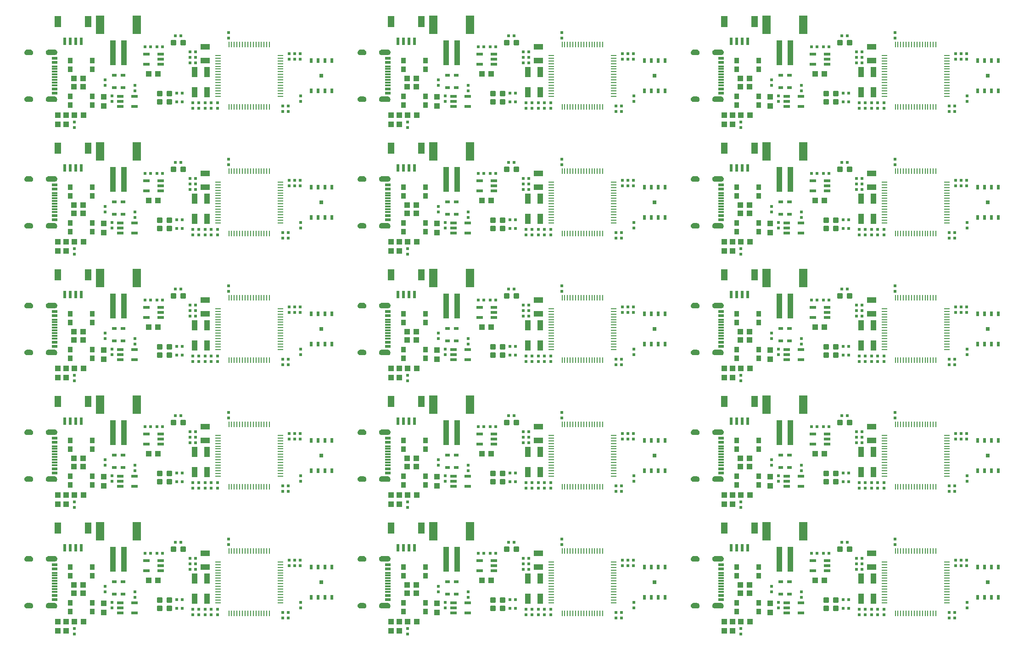
<source format=gtp>
G04 EAGLE Gerber RS-274X export*
G75*
%MOMM*%
%FSLAX34Y34*%
%LPD*%
%INSolderpaste Top*%
%IPPOS*%
%AMOC8*
5,1,8,0,0,1.08239X$1,22.5*%
G01*
%ADD10R,0.600000X0.600000*%
%ADD11R,0.830000X0.630000*%
%ADD12C,0.300000*%
%ADD13R,1.000000X0.300000*%
%ADD14R,1.000000X0.600000*%
%ADD15R,1.000000X4.600000*%
%ADD16R,1.600000X3.400000*%
%ADD17R,1.200000X2.000000*%
%ADD18R,0.600000X1.350000*%
%ADD19R,1.000000X1.100000*%
%ADD20R,1.100000X1.000000*%
%ADD21R,1.000000X0.220000*%
%ADD22R,0.220000X1.000000*%
%ADD23R,1.200000X0.550000*%
%ADD24R,0.900000X1.000000*%
%ADD25R,0.500000X0.850000*%
%ADD26R,0.800000X0.800000*%
%ADD27R,1.800000X1.000000*%
%ADD28R,1.100000X1.900000*%

G36*
X674985Y1000774D02*
X674985Y1000774D01*
X674988Y1000771D01*
X676083Y1000951D01*
X676089Y1000957D01*
X676094Y1000954D01*
X677122Y1001373D01*
X677126Y1001380D01*
X677131Y1001378D01*
X678040Y1002016D01*
X678043Y1002023D01*
X678048Y1002023D01*
X678792Y1002846D01*
X678793Y1002854D01*
X678799Y1002855D01*
X679341Y1003823D01*
X679340Y1003832D01*
X679346Y1003834D01*
X679659Y1004898D01*
X679656Y1004906D01*
X679661Y1004909D01*
X679729Y1006017D01*
X679725Y1006024D01*
X679729Y1006027D01*
X679559Y1007135D01*
X679553Y1007141D01*
X679556Y1007146D01*
X679144Y1008188D01*
X679137Y1008192D01*
X679139Y1008197D01*
X678505Y1009122D01*
X678497Y1009124D01*
X678498Y1009130D01*
X677675Y1009890D01*
X677666Y1009891D01*
X677666Y1009897D01*
X676694Y1010454D01*
X676686Y1010453D01*
X676684Y1010459D01*
X675612Y1010786D01*
X675604Y1010783D01*
X675601Y1010788D01*
X674484Y1010869D01*
X674481Y1010868D01*
X674480Y1010869D01*
X662480Y1010869D01*
X662477Y1010867D01*
X662470Y1010867D01*
X662469Y1010868D01*
X661525Y1010649D01*
X661519Y1010643D01*
X661514Y1010645D01*
X660642Y1010222D01*
X660639Y1010214D01*
X660633Y1010216D01*
X659877Y1009609D01*
X659875Y1009601D01*
X659869Y1009601D01*
X659268Y1008841D01*
X659268Y1008832D01*
X659262Y1008831D01*
X658844Y1007956D01*
X658846Y1007948D01*
X658841Y1007946D01*
X658629Y1007000D01*
X658632Y1006993D01*
X658627Y1006989D01*
X658631Y1006020D01*
X658631Y1006019D01*
X658650Y1004951D01*
X658655Y1004944D01*
X658651Y1004940D01*
X658907Y1003903D01*
X658914Y1003898D01*
X658911Y1003892D01*
X659392Y1002938D01*
X659399Y1002935D01*
X659398Y1002929D01*
X660079Y1002106D01*
X660087Y1002104D01*
X660087Y1002098D01*
X660934Y1001447D01*
X660942Y1001447D01*
X660943Y1001441D01*
X661914Y1000994D01*
X661922Y1000996D01*
X661924Y1000991D01*
X662970Y1000772D01*
X662977Y1000775D01*
X662980Y1000771D01*
X674980Y1000771D01*
X674985Y1000774D01*
G37*
G36*
X60305Y299734D02*
X60305Y299734D01*
X60308Y299731D01*
X61403Y299911D01*
X61409Y299917D01*
X61414Y299914D01*
X62442Y300333D01*
X62446Y300340D01*
X62451Y300338D01*
X63360Y300976D01*
X63363Y300983D01*
X63368Y300983D01*
X64112Y301806D01*
X64113Y301814D01*
X64119Y301815D01*
X64661Y302783D01*
X64660Y302792D01*
X64666Y302794D01*
X64979Y303858D01*
X64976Y303866D01*
X64981Y303869D01*
X65049Y304977D01*
X65045Y304984D01*
X65049Y304987D01*
X64879Y306095D01*
X64873Y306101D01*
X64876Y306106D01*
X64464Y307148D01*
X64457Y307152D01*
X64459Y307157D01*
X63825Y308082D01*
X63817Y308084D01*
X63818Y308090D01*
X62995Y308850D01*
X62986Y308851D01*
X62986Y308857D01*
X62014Y309414D01*
X62006Y309413D01*
X62004Y309419D01*
X60932Y309746D01*
X60924Y309743D01*
X60921Y309748D01*
X59804Y309829D01*
X59801Y309828D01*
X59800Y309829D01*
X47800Y309829D01*
X47797Y309827D01*
X47790Y309827D01*
X47789Y309828D01*
X46845Y309609D01*
X46839Y309603D01*
X46834Y309605D01*
X45962Y309182D01*
X45959Y309174D01*
X45953Y309176D01*
X45197Y308569D01*
X45195Y308561D01*
X45189Y308561D01*
X44588Y307801D01*
X44588Y307792D01*
X44582Y307791D01*
X44164Y306916D01*
X44166Y306908D01*
X44161Y306906D01*
X43949Y305960D01*
X43952Y305953D01*
X43947Y305949D01*
X43951Y304980D01*
X43951Y304979D01*
X43970Y303911D01*
X43975Y303904D01*
X43971Y303900D01*
X44227Y302863D01*
X44234Y302858D01*
X44231Y302852D01*
X44712Y301898D01*
X44719Y301895D01*
X44718Y301889D01*
X45399Y301066D01*
X45407Y301064D01*
X45407Y301058D01*
X46254Y300407D01*
X46262Y300407D01*
X46263Y300401D01*
X47234Y299954D01*
X47242Y299956D01*
X47244Y299951D01*
X48290Y299732D01*
X48297Y299735D01*
X48300Y299731D01*
X60300Y299731D01*
X60305Y299734D01*
G37*
G36*
X1289665Y299734D02*
X1289665Y299734D01*
X1289668Y299731D01*
X1290763Y299911D01*
X1290769Y299917D01*
X1290774Y299914D01*
X1291802Y300333D01*
X1291806Y300340D01*
X1291811Y300338D01*
X1292720Y300976D01*
X1292723Y300983D01*
X1292728Y300983D01*
X1293472Y301806D01*
X1293473Y301814D01*
X1293479Y301815D01*
X1294021Y302783D01*
X1294020Y302792D01*
X1294026Y302794D01*
X1294339Y303858D01*
X1294336Y303866D01*
X1294341Y303869D01*
X1294409Y304977D01*
X1294405Y304984D01*
X1294409Y304987D01*
X1294239Y306095D01*
X1294233Y306101D01*
X1294236Y306106D01*
X1293824Y307148D01*
X1293817Y307152D01*
X1293819Y307157D01*
X1293185Y308082D01*
X1293177Y308084D01*
X1293178Y308090D01*
X1292355Y308850D01*
X1292346Y308851D01*
X1292346Y308857D01*
X1291374Y309414D01*
X1291366Y309413D01*
X1291364Y309419D01*
X1290292Y309746D01*
X1290284Y309743D01*
X1290281Y309748D01*
X1289164Y309829D01*
X1289161Y309828D01*
X1289160Y309829D01*
X1277160Y309829D01*
X1277157Y309827D01*
X1277150Y309827D01*
X1277149Y309828D01*
X1276205Y309609D01*
X1276199Y309603D01*
X1276194Y309605D01*
X1275322Y309182D01*
X1275319Y309174D01*
X1275313Y309176D01*
X1274557Y308569D01*
X1274555Y308561D01*
X1274549Y308561D01*
X1273948Y307801D01*
X1273948Y307792D01*
X1273942Y307791D01*
X1273524Y306916D01*
X1273526Y306908D01*
X1273521Y306906D01*
X1273309Y305960D01*
X1273312Y305953D01*
X1273307Y305949D01*
X1273311Y304980D01*
X1273311Y304979D01*
X1273330Y303911D01*
X1273335Y303904D01*
X1273331Y303900D01*
X1273587Y302863D01*
X1273594Y302858D01*
X1273591Y302852D01*
X1274072Y301898D01*
X1274079Y301895D01*
X1274078Y301889D01*
X1274759Y301066D01*
X1274767Y301064D01*
X1274767Y301058D01*
X1275614Y300407D01*
X1275622Y300407D01*
X1275623Y300401D01*
X1276594Y299954D01*
X1276602Y299956D01*
X1276604Y299951D01*
X1277650Y299732D01*
X1277657Y299735D01*
X1277660Y299731D01*
X1289660Y299731D01*
X1289665Y299734D01*
G37*
G36*
X674985Y66054D02*
X674985Y66054D01*
X674988Y66051D01*
X676083Y66231D01*
X676089Y66237D01*
X676094Y66234D01*
X677122Y66653D01*
X677126Y66660D01*
X677131Y66658D01*
X678040Y67296D01*
X678043Y67303D01*
X678048Y67303D01*
X678792Y68126D01*
X678793Y68134D01*
X678799Y68135D01*
X679341Y69103D01*
X679340Y69112D01*
X679346Y69114D01*
X679659Y70178D01*
X679656Y70186D01*
X679661Y70189D01*
X679729Y71297D01*
X679725Y71304D01*
X679729Y71307D01*
X679559Y72415D01*
X679553Y72421D01*
X679556Y72426D01*
X679144Y73468D01*
X679137Y73472D01*
X679139Y73477D01*
X678505Y74402D01*
X678497Y74404D01*
X678498Y74410D01*
X677675Y75170D01*
X677666Y75171D01*
X677666Y75177D01*
X676694Y75734D01*
X676686Y75733D01*
X676684Y75739D01*
X675612Y76066D01*
X675604Y76063D01*
X675601Y76068D01*
X674484Y76149D01*
X674481Y76148D01*
X674480Y76149D01*
X662480Y76149D01*
X662477Y76147D01*
X662470Y76147D01*
X662469Y76148D01*
X661525Y75929D01*
X661519Y75923D01*
X661514Y75925D01*
X660642Y75502D01*
X660639Y75494D01*
X660633Y75496D01*
X659877Y74889D01*
X659875Y74881D01*
X659869Y74881D01*
X659268Y74121D01*
X659268Y74112D01*
X659262Y74111D01*
X658844Y73236D01*
X658846Y73228D01*
X658841Y73226D01*
X658629Y72280D01*
X658632Y72273D01*
X658627Y72269D01*
X658631Y71300D01*
X658631Y71299D01*
X658650Y70231D01*
X658655Y70224D01*
X658651Y70220D01*
X658907Y69183D01*
X658914Y69178D01*
X658911Y69172D01*
X659392Y68218D01*
X659399Y68215D01*
X659398Y68209D01*
X660079Y67386D01*
X660087Y67384D01*
X660087Y67378D01*
X660934Y66727D01*
X660942Y66727D01*
X660943Y66721D01*
X661914Y66274D01*
X661922Y66276D01*
X661924Y66271D01*
X662970Y66052D01*
X662977Y66055D01*
X662980Y66051D01*
X674980Y66051D01*
X674985Y66054D01*
G37*
G36*
X1289665Y66054D02*
X1289665Y66054D01*
X1289668Y66051D01*
X1290763Y66231D01*
X1290769Y66237D01*
X1290774Y66234D01*
X1291802Y66653D01*
X1291806Y66660D01*
X1291811Y66658D01*
X1292720Y67296D01*
X1292723Y67303D01*
X1292728Y67303D01*
X1293472Y68126D01*
X1293473Y68134D01*
X1293479Y68135D01*
X1294021Y69103D01*
X1294020Y69112D01*
X1294026Y69114D01*
X1294339Y70178D01*
X1294336Y70186D01*
X1294341Y70189D01*
X1294409Y71297D01*
X1294405Y71304D01*
X1294409Y71307D01*
X1294239Y72415D01*
X1294233Y72421D01*
X1294236Y72426D01*
X1293824Y73468D01*
X1293817Y73472D01*
X1293819Y73477D01*
X1293185Y74402D01*
X1293177Y74404D01*
X1293178Y74410D01*
X1292355Y75170D01*
X1292346Y75171D01*
X1292346Y75177D01*
X1291374Y75734D01*
X1291366Y75733D01*
X1291364Y75739D01*
X1290292Y76066D01*
X1290284Y76063D01*
X1290281Y76068D01*
X1289164Y76149D01*
X1289161Y76148D01*
X1289160Y76149D01*
X1277160Y76149D01*
X1277157Y76147D01*
X1277150Y76147D01*
X1277149Y76148D01*
X1276205Y75929D01*
X1276199Y75923D01*
X1276194Y75925D01*
X1275322Y75502D01*
X1275319Y75494D01*
X1275313Y75496D01*
X1274557Y74889D01*
X1274555Y74881D01*
X1274549Y74881D01*
X1273948Y74121D01*
X1273948Y74112D01*
X1273942Y74111D01*
X1273524Y73236D01*
X1273526Y73228D01*
X1273521Y73226D01*
X1273309Y72280D01*
X1273312Y72273D01*
X1273307Y72269D01*
X1273311Y71300D01*
X1273311Y71299D01*
X1273330Y70231D01*
X1273335Y70224D01*
X1273331Y70220D01*
X1273587Y69183D01*
X1273594Y69178D01*
X1273591Y69172D01*
X1274072Y68218D01*
X1274079Y68215D01*
X1274078Y68209D01*
X1274759Y67386D01*
X1274767Y67384D01*
X1274767Y67378D01*
X1275614Y66727D01*
X1275622Y66727D01*
X1275623Y66721D01*
X1276594Y66274D01*
X1276602Y66276D01*
X1276604Y66271D01*
X1277650Y66052D01*
X1277657Y66055D01*
X1277660Y66051D01*
X1289660Y66051D01*
X1289665Y66054D01*
G37*
G36*
X674985Y767094D02*
X674985Y767094D01*
X674988Y767091D01*
X676083Y767271D01*
X676089Y767277D01*
X676094Y767274D01*
X677122Y767693D01*
X677126Y767700D01*
X677131Y767698D01*
X678040Y768336D01*
X678043Y768343D01*
X678048Y768343D01*
X678792Y769166D01*
X678793Y769174D01*
X678799Y769175D01*
X679341Y770143D01*
X679340Y770152D01*
X679346Y770154D01*
X679659Y771218D01*
X679656Y771226D01*
X679661Y771229D01*
X679729Y772337D01*
X679725Y772344D01*
X679729Y772347D01*
X679559Y773455D01*
X679553Y773461D01*
X679556Y773466D01*
X679144Y774508D01*
X679137Y774512D01*
X679139Y774517D01*
X678505Y775442D01*
X678497Y775444D01*
X678498Y775450D01*
X677675Y776210D01*
X677666Y776211D01*
X677666Y776217D01*
X676694Y776774D01*
X676686Y776773D01*
X676684Y776779D01*
X675612Y777106D01*
X675604Y777103D01*
X675601Y777108D01*
X674484Y777189D01*
X674481Y777188D01*
X674480Y777189D01*
X662480Y777189D01*
X662477Y777187D01*
X662470Y777187D01*
X662469Y777188D01*
X661525Y776969D01*
X661519Y776963D01*
X661514Y776965D01*
X660642Y776542D01*
X660639Y776534D01*
X660633Y776536D01*
X659877Y775929D01*
X659875Y775921D01*
X659869Y775921D01*
X659268Y775161D01*
X659268Y775152D01*
X659262Y775151D01*
X658844Y774276D01*
X658846Y774268D01*
X658841Y774266D01*
X658629Y773320D01*
X658632Y773313D01*
X658627Y773309D01*
X658631Y772340D01*
X658631Y772339D01*
X658650Y771271D01*
X658655Y771264D01*
X658651Y771260D01*
X658907Y770223D01*
X658914Y770218D01*
X658911Y770212D01*
X659392Y769258D01*
X659399Y769255D01*
X659398Y769249D01*
X660079Y768426D01*
X660087Y768424D01*
X660087Y768418D01*
X660934Y767767D01*
X660942Y767767D01*
X660943Y767761D01*
X661914Y767314D01*
X661922Y767316D01*
X661924Y767311D01*
X662970Y767092D01*
X662977Y767095D01*
X662980Y767091D01*
X674980Y767091D01*
X674985Y767094D01*
G37*
G36*
X1289665Y1000774D02*
X1289665Y1000774D01*
X1289668Y1000771D01*
X1290763Y1000951D01*
X1290769Y1000957D01*
X1290774Y1000954D01*
X1291802Y1001373D01*
X1291806Y1001380D01*
X1291811Y1001378D01*
X1292720Y1002016D01*
X1292723Y1002023D01*
X1292728Y1002023D01*
X1293472Y1002846D01*
X1293473Y1002854D01*
X1293479Y1002855D01*
X1294021Y1003823D01*
X1294020Y1003832D01*
X1294026Y1003834D01*
X1294339Y1004898D01*
X1294336Y1004906D01*
X1294341Y1004909D01*
X1294409Y1006017D01*
X1294405Y1006024D01*
X1294409Y1006027D01*
X1294239Y1007135D01*
X1294233Y1007141D01*
X1294236Y1007146D01*
X1293824Y1008188D01*
X1293817Y1008192D01*
X1293819Y1008197D01*
X1293185Y1009122D01*
X1293177Y1009124D01*
X1293178Y1009130D01*
X1292355Y1009890D01*
X1292346Y1009891D01*
X1292346Y1009897D01*
X1291374Y1010454D01*
X1291366Y1010453D01*
X1291364Y1010459D01*
X1290292Y1010786D01*
X1290284Y1010783D01*
X1290281Y1010788D01*
X1289164Y1010869D01*
X1289161Y1010868D01*
X1289160Y1010869D01*
X1277160Y1010869D01*
X1277157Y1010867D01*
X1277150Y1010867D01*
X1277149Y1010868D01*
X1276205Y1010649D01*
X1276199Y1010643D01*
X1276194Y1010645D01*
X1275322Y1010222D01*
X1275319Y1010214D01*
X1275313Y1010216D01*
X1274557Y1009609D01*
X1274555Y1009601D01*
X1274549Y1009601D01*
X1273948Y1008841D01*
X1273948Y1008832D01*
X1273942Y1008831D01*
X1273524Y1007956D01*
X1273526Y1007948D01*
X1273521Y1007946D01*
X1273309Y1007000D01*
X1273312Y1006993D01*
X1273307Y1006989D01*
X1273311Y1006020D01*
X1273311Y1006019D01*
X1273330Y1004951D01*
X1273335Y1004944D01*
X1273331Y1004940D01*
X1273587Y1003903D01*
X1273594Y1003898D01*
X1273591Y1003892D01*
X1274072Y1002938D01*
X1274079Y1002935D01*
X1274078Y1002929D01*
X1274759Y1002106D01*
X1274767Y1002104D01*
X1274767Y1002098D01*
X1275614Y1001447D01*
X1275622Y1001447D01*
X1275623Y1001441D01*
X1276594Y1000994D01*
X1276602Y1000996D01*
X1276604Y1000991D01*
X1277650Y1000772D01*
X1277657Y1000775D01*
X1277660Y1000771D01*
X1289660Y1000771D01*
X1289665Y1000774D01*
G37*
G36*
X1289665Y533414D02*
X1289665Y533414D01*
X1289668Y533411D01*
X1290763Y533591D01*
X1290769Y533597D01*
X1290774Y533594D01*
X1291802Y534013D01*
X1291806Y534020D01*
X1291811Y534018D01*
X1292720Y534656D01*
X1292723Y534663D01*
X1292728Y534663D01*
X1293472Y535486D01*
X1293473Y535494D01*
X1293479Y535495D01*
X1294021Y536463D01*
X1294020Y536472D01*
X1294026Y536474D01*
X1294339Y537538D01*
X1294336Y537546D01*
X1294341Y537549D01*
X1294409Y538657D01*
X1294405Y538664D01*
X1294409Y538667D01*
X1294239Y539775D01*
X1294233Y539781D01*
X1294236Y539786D01*
X1293824Y540828D01*
X1293817Y540832D01*
X1293819Y540837D01*
X1293185Y541762D01*
X1293177Y541764D01*
X1293178Y541770D01*
X1292355Y542530D01*
X1292346Y542531D01*
X1292346Y542537D01*
X1291374Y543094D01*
X1291366Y543093D01*
X1291364Y543099D01*
X1290292Y543426D01*
X1290284Y543423D01*
X1290281Y543428D01*
X1289164Y543509D01*
X1289161Y543508D01*
X1289160Y543509D01*
X1277160Y543509D01*
X1277157Y543507D01*
X1277150Y543507D01*
X1277149Y543508D01*
X1276205Y543289D01*
X1276199Y543283D01*
X1276194Y543285D01*
X1275322Y542862D01*
X1275319Y542854D01*
X1275313Y542856D01*
X1274557Y542249D01*
X1274555Y542241D01*
X1274549Y542241D01*
X1273948Y541481D01*
X1273948Y541472D01*
X1273942Y541471D01*
X1273524Y540596D01*
X1273526Y540588D01*
X1273521Y540586D01*
X1273309Y539640D01*
X1273312Y539633D01*
X1273307Y539629D01*
X1273311Y538660D01*
X1273311Y538659D01*
X1273330Y537591D01*
X1273335Y537584D01*
X1273331Y537580D01*
X1273587Y536543D01*
X1273594Y536538D01*
X1273591Y536532D01*
X1274072Y535578D01*
X1274079Y535575D01*
X1274078Y535569D01*
X1274759Y534746D01*
X1274767Y534744D01*
X1274767Y534738D01*
X1275614Y534087D01*
X1275622Y534087D01*
X1275623Y534081D01*
X1276594Y533634D01*
X1276602Y533636D01*
X1276604Y533631D01*
X1277650Y533412D01*
X1277657Y533415D01*
X1277660Y533411D01*
X1289660Y533411D01*
X1289665Y533414D01*
G37*
G36*
X60305Y66054D02*
X60305Y66054D01*
X60308Y66051D01*
X61403Y66231D01*
X61409Y66237D01*
X61414Y66234D01*
X62442Y66653D01*
X62446Y66660D01*
X62451Y66658D01*
X63360Y67296D01*
X63363Y67303D01*
X63368Y67303D01*
X64112Y68126D01*
X64113Y68134D01*
X64119Y68135D01*
X64661Y69103D01*
X64660Y69112D01*
X64666Y69114D01*
X64979Y70178D01*
X64976Y70186D01*
X64981Y70189D01*
X65049Y71297D01*
X65045Y71304D01*
X65049Y71307D01*
X64879Y72415D01*
X64873Y72421D01*
X64876Y72426D01*
X64464Y73468D01*
X64457Y73472D01*
X64459Y73477D01*
X63825Y74402D01*
X63817Y74404D01*
X63818Y74410D01*
X62995Y75170D01*
X62986Y75171D01*
X62986Y75177D01*
X62014Y75734D01*
X62006Y75733D01*
X62004Y75739D01*
X60932Y76066D01*
X60924Y76063D01*
X60921Y76068D01*
X59804Y76149D01*
X59801Y76148D01*
X59800Y76149D01*
X47800Y76149D01*
X47797Y76147D01*
X47790Y76147D01*
X47789Y76148D01*
X46845Y75929D01*
X46839Y75923D01*
X46834Y75925D01*
X45962Y75502D01*
X45959Y75494D01*
X45953Y75496D01*
X45197Y74889D01*
X45195Y74881D01*
X45189Y74881D01*
X44588Y74121D01*
X44588Y74112D01*
X44582Y74111D01*
X44164Y73236D01*
X44166Y73228D01*
X44161Y73226D01*
X43949Y72280D01*
X43952Y72273D01*
X43947Y72269D01*
X43951Y71300D01*
X43951Y71299D01*
X43970Y70231D01*
X43975Y70224D01*
X43971Y70220D01*
X44227Y69183D01*
X44234Y69178D01*
X44231Y69172D01*
X44712Y68218D01*
X44719Y68215D01*
X44718Y68209D01*
X45399Y67386D01*
X45407Y67384D01*
X45407Y67378D01*
X46254Y66727D01*
X46262Y66727D01*
X46263Y66721D01*
X47234Y66274D01*
X47242Y66276D01*
X47244Y66271D01*
X48290Y66052D01*
X48297Y66055D01*
X48300Y66051D01*
X60300Y66051D01*
X60305Y66054D01*
G37*
G36*
X674985Y533414D02*
X674985Y533414D01*
X674988Y533411D01*
X676083Y533591D01*
X676089Y533597D01*
X676094Y533594D01*
X677122Y534013D01*
X677126Y534020D01*
X677131Y534018D01*
X678040Y534656D01*
X678043Y534663D01*
X678048Y534663D01*
X678792Y535486D01*
X678793Y535494D01*
X678799Y535495D01*
X679341Y536463D01*
X679340Y536472D01*
X679346Y536474D01*
X679659Y537538D01*
X679656Y537546D01*
X679661Y537549D01*
X679729Y538657D01*
X679725Y538664D01*
X679729Y538667D01*
X679559Y539775D01*
X679553Y539781D01*
X679556Y539786D01*
X679144Y540828D01*
X679137Y540832D01*
X679139Y540837D01*
X678505Y541762D01*
X678497Y541764D01*
X678498Y541770D01*
X677675Y542530D01*
X677666Y542531D01*
X677666Y542537D01*
X676694Y543094D01*
X676686Y543093D01*
X676684Y543099D01*
X675612Y543426D01*
X675604Y543423D01*
X675601Y543428D01*
X674484Y543509D01*
X674481Y543508D01*
X674480Y543509D01*
X662480Y543509D01*
X662477Y543507D01*
X662470Y543507D01*
X662469Y543508D01*
X661525Y543289D01*
X661519Y543283D01*
X661514Y543285D01*
X660642Y542862D01*
X660639Y542854D01*
X660633Y542856D01*
X659877Y542249D01*
X659875Y542241D01*
X659869Y542241D01*
X659268Y541481D01*
X659268Y541472D01*
X659262Y541471D01*
X658844Y540596D01*
X658846Y540588D01*
X658841Y540586D01*
X658629Y539640D01*
X658632Y539633D01*
X658627Y539629D01*
X658631Y538660D01*
X658631Y538659D01*
X658650Y537591D01*
X658655Y537584D01*
X658651Y537580D01*
X658907Y536543D01*
X658914Y536538D01*
X658911Y536532D01*
X659392Y535578D01*
X659399Y535575D01*
X659398Y535569D01*
X660079Y534746D01*
X660087Y534744D01*
X660087Y534738D01*
X660934Y534087D01*
X660942Y534087D01*
X660943Y534081D01*
X661914Y533634D01*
X661922Y533636D01*
X661924Y533631D01*
X662970Y533412D01*
X662977Y533415D01*
X662980Y533411D01*
X674980Y533411D01*
X674985Y533414D01*
G37*
G36*
X1289665Y767094D02*
X1289665Y767094D01*
X1289668Y767091D01*
X1290763Y767271D01*
X1290769Y767277D01*
X1290774Y767274D01*
X1291802Y767693D01*
X1291806Y767700D01*
X1291811Y767698D01*
X1292720Y768336D01*
X1292723Y768343D01*
X1292728Y768343D01*
X1293472Y769166D01*
X1293473Y769174D01*
X1293479Y769175D01*
X1294021Y770143D01*
X1294020Y770152D01*
X1294026Y770154D01*
X1294339Y771218D01*
X1294336Y771226D01*
X1294341Y771229D01*
X1294409Y772337D01*
X1294405Y772344D01*
X1294409Y772347D01*
X1294239Y773455D01*
X1294233Y773461D01*
X1294236Y773466D01*
X1293824Y774508D01*
X1293817Y774512D01*
X1293819Y774517D01*
X1293185Y775442D01*
X1293177Y775444D01*
X1293178Y775450D01*
X1292355Y776210D01*
X1292346Y776211D01*
X1292346Y776217D01*
X1291374Y776774D01*
X1291366Y776773D01*
X1291364Y776779D01*
X1290292Y777106D01*
X1290284Y777103D01*
X1290281Y777108D01*
X1289164Y777189D01*
X1289161Y777188D01*
X1289160Y777189D01*
X1277160Y777189D01*
X1277157Y777187D01*
X1277150Y777187D01*
X1277149Y777188D01*
X1276205Y776969D01*
X1276199Y776963D01*
X1276194Y776965D01*
X1275322Y776542D01*
X1275319Y776534D01*
X1275313Y776536D01*
X1274557Y775929D01*
X1274555Y775921D01*
X1274549Y775921D01*
X1273948Y775161D01*
X1273948Y775152D01*
X1273942Y775151D01*
X1273524Y774276D01*
X1273526Y774268D01*
X1273521Y774266D01*
X1273309Y773320D01*
X1273312Y773313D01*
X1273307Y773309D01*
X1273311Y772340D01*
X1273311Y772339D01*
X1273330Y771271D01*
X1273335Y771264D01*
X1273331Y771260D01*
X1273587Y770223D01*
X1273594Y770218D01*
X1273591Y770212D01*
X1274072Y769258D01*
X1274079Y769255D01*
X1274078Y769249D01*
X1274759Y768426D01*
X1274767Y768424D01*
X1274767Y768418D01*
X1275614Y767767D01*
X1275622Y767767D01*
X1275623Y767761D01*
X1276594Y767314D01*
X1276602Y767316D01*
X1276604Y767311D01*
X1277650Y767092D01*
X1277657Y767095D01*
X1277660Y767091D01*
X1289660Y767091D01*
X1289665Y767094D01*
G37*
G36*
X60305Y1000774D02*
X60305Y1000774D01*
X60308Y1000771D01*
X61403Y1000951D01*
X61409Y1000957D01*
X61414Y1000954D01*
X62442Y1001373D01*
X62446Y1001380D01*
X62451Y1001378D01*
X63360Y1002016D01*
X63363Y1002023D01*
X63368Y1002023D01*
X64112Y1002846D01*
X64113Y1002854D01*
X64119Y1002855D01*
X64661Y1003823D01*
X64660Y1003832D01*
X64666Y1003834D01*
X64979Y1004898D01*
X64976Y1004906D01*
X64981Y1004909D01*
X65049Y1006017D01*
X65045Y1006024D01*
X65049Y1006027D01*
X64879Y1007135D01*
X64873Y1007141D01*
X64876Y1007146D01*
X64464Y1008188D01*
X64457Y1008192D01*
X64459Y1008197D01*
X63825Y1009122D01*
X63817Y1009124D01*
X63818Y1009130D01*
X62995Y1009890D01*
X62986Y1009891D01*
X62986Y1009897D01*
X62014Y1010454D01*
X62006Y1010453D01*
X62004Y1010459D01*
X60932Y1010786D01*
X60924Y1010783D01*
X60921Y1010788D01*
X59804Y1010869D01*
X59801Y1010868D01*
X59800Y1010869D01*
X47800Y1010869D01*
X47797Y1010867D01*
X47790Y1010867D01*
X47789Y1010868D01*
X46845Y1010649D01*
X46839Y1010643D01*
X46834Y1010645D01*
X45962Y1010222D01*
X45959Y1010214D01*
X45953Y1010216D01*
X45197Y1009609D01*
X45195Y1009601D01*
X45189Y1009601D01*
X44588Y1008841D01*
X44588Y1008832D01*
X44582Y1008831D01*
X44164Y1007956D01*
X44166Y1007948D01*
X44161Y1007946D01*
X43949Y1007000D01*
X43952Y1006993D01*
X43947Y1006989D01*
X43951Y1006020D01*
X43951Y1006019D01*
X43970Y1004951D01*
X43975Y1004944D01*
X43971Y1004940D01*
X44227Y1003903D01*
X44234Y1003898D01*
X44231Y1003892D01*
X44712Y1002938D01*
X44719Y1002935D01*
X44718Y1002929D01*
X45399Y1002106D01*
X45407Y1002104D01*
X45407Y1002098D01*
X46254Y1001447D01*
X46262Y1001447D01*
X46263Y1001441D01*
X47234Y1000994D01*
X47242Y1000996D01*
X47244Y1000991D01*
X48290Y1000772D01*
X48297Y1000775D01*
X48300Y1000771D01*
X60300Y1000771D01*
X60305Y1000774D01*
G37*
G36*
X60305Y767094D02*
X60305Y767094D01*
X60308Y767091D01*
X61403Y767271D01*
X61409Y767277D01*
X61414Y767274D01*
X62442Y767693D01*
X62446Y767700D01*
X62451Y767698D01*
X63360Y768336D01*
X63363Y768343D01*
X63368Y768343D01*
X64112Y769166D01*
X64113Y769174D01*
X64119Y769175D01*
X64661Y770143D01*
X64660Y770152D01*
X64666Y770154D01*
X64979Y771218D01*
X64976Y771226D01*
X64981Y771229D01*
X65049Y772337D01*
X65045Y772344D01*
X65049Y772347D01*
X64879Y773455D01*
X64873Y773461D01*
X64876Y773466D01*
X64464Y774508D01*
X64457Y774512D01*
X64459Y774517D01*
X63825Y775442D01*
X63817Y775444D01*
X63818Y775450D01*
X62995Y776210D01*
X62986Y776211D01*
X62986Y776217D01*
X62014Y776774D01*
X62006Y776773D01*
X62004Y776779D01*
X60932Y777106D01*
X60924Y777103D01*
X60921Y777108D01*
X59804Y777189D01*
X59801Y777188D01*
X59800Y777189D01*
X47800Y777189D01*
X47797Y777187D01*
X47790Y777187D01*
X47789Y777188D01*
X46845Y776969D01*
X46839Y776963D01*
X46834Y776965D01*
X45962Y776542D01*
X45959Y776534D01*
X45953Y776536D01*
X45197Y775929D01*
X45195Y775921D01*
X45189Y775921D01*
X44588Y775161D01*
X44588Y775152D01*
X44582Y775151D01*
X44164Y774276D01*
X44166Y774268D01*
X44161Y774266D01*
X43949Y773320D01*
X43952Y773313D01*
X43947Y773309D01*
X43951Y772340D01*
X43951Y772339D01*
X43970Y771271D01*
X43975Y771264D01*
X43971Y771260D01*
X44227Y770223D01*
X44234Y770218D01*
X44231Y770212D01*
X44712Y769258D01*
X44719Y769255D01*
X44718Y769249D01*
X45399Y768426D01*
X45407Y768424D01*
X45407Y768418D01*
X46254Y767767D01*
X46262Y767767D01*
X46263Y767761D01*
X47234Y767314D01*
X47242Y767316D01*
X47244Y767311D01*
X48290Y767092D01*
X48297Y767095D01*
X48300Y767091D01*
X60300Y767091D01*
X60305Y767094D01*
G37*
G36*
X60305Y533414D02*
X60305Y533414D01*
X60308Y533411D01*
X61403Y533591D01*
X61409Y533597D01*
X61414Y533594D01*
X62442Y534013D01*
X62446Y534020D01*
X62451Y534018D01*
X63360Y534656D01*
X63363Y534663D01*
X63368Y534663D01*
X64112Y535486D01*
X64113Y535494D01*
X64119Y535495D01*
X64661Y536463D01*
X64660Y536472D01*
X64666Y536474D01*
X64979Y537538D01*
X64976Y537546D01*
X64981Y537549D01*
X65049Y538657D01*
X65045Y538664D01*
X65049Y538667D01*
X64879Y539775D01*
X64873Y539781D01*
X64876Y539786D01*
X64464Y540828D01*
X64457Y540832D01*
X64459Y540837D01*
X63825Y541762D01*
X63817Y541764D01*
X63818Y541770D01*
X62995Y542530D01*
X62986Y542531D01*
X62986Y542537D01*
X62014Y543094D01*
X62006Y543093D01*
X62004Y543099D01*
X60932Y543426D01*
X60924Y543423D01*
X60921Y543428D01*
X59804Y543509D01*
X59801Y543508D01*
X59800Y543509D01*
X47800Y543509D01*
X47797Y543507D01*
X47790Y543507D01*
X47789Y543508D01*
X46845Y543289D01*
X46839Y543283D01*
X46834Y543285D01*
X45962Y542862D01*
X45959Y542854D01*
X45953Y542856D01*
X45197Y542249D01*
X45195Y542241D01*
X45189Y542241D01*
X44588Y541481D01*
X44588Y541472D01*
X44582Y541471D01*
X44164Y540596D01*
X44166Y540588D01*
X44161Y540586D01*
X43949Y539640D01*
X43952Y539633D01*
X43947Y539629D01*
X43951Y538660D01*
X43951Y538659D01*
X43970Y537591D01*
X43975Y537584D01*
X43971Y537580D01*
X44227Y536543D01*
X44234Y536538D01*
X44231Y536532D01*
X44712Y535578D01*
X44719Y535575D01*
X44718Y535569D01*
X45399Y534746D01*
X45407Y534744D01*
X45407Y534738D01*
X46254Y534087D01*
X46262Y534087D01*
X46263Y534081D01*
X47234Y533634D01*
X47242Y533636D01*
X47244Y533631D01*
X48290Y533412D01*
X48297Y533415D01*
X48300Y533411D01*
X60300Y533411D01*
X60305Y533414D01*
G37*
G36*
X674985Y299734D02*
X674985Y299734D01*
X674988Y299731D01*
X676083Y299911D01*
X676089Y299917D01*
X676094Y299914D01*
X677122Y300333D01*
X677126Y300340D01*
X677131Y300338D01*
X678040Y300976D01*
X678043Y300983D01*
X678048Y300983D01*
X678792Y301806D01*
X678793Y301814D01*
X678799Y301815D01*
X679341Y302783D01*
X679340Y302792D01*
X679346Y302794D01*
X679659Y303858D01*
X679656Y303866D01*
X679661Y303869D01*
X679729Y304977D01*
X679725Y304984D01*
X679729Y304987D01*
X679559Y306095D01*
X679553Y306101D01*
X679556Y306106D01*
X679144Y307148D01*
X679137Y307152D01*
X679139Y307157D01*
X678505Y308082D01*
X678497Y308084D01*
X678498Y308090D01*
X677675Y308850D01*
X677666Y308851D01*
X677666Y308857D01*
X676694Y309414D01*
X676686Y309413D01*
X676684Y309419D01*
X675612Y309746D01*
X675604Y309743D01*
X675601Y309748D01*
X674484Y309829D01*
X674481Y309828D01*
X674480Y309829D01*
X662480Y309829D01*
X662477Y309827D01*
X662470Y309827D01*
X662469Y309828D01*
X661525Y309609D01*
X661519Y309603D01*
X661514Y309605D01*
X660642Y309182D01*
X660639Y309174D01*
X660633Y309176D01*
X659877Y308569D01*
X659875Y308561D01*
X659869Y308561D01*
X659268Y307801D01*
X659268Y307792D01*
X659262Y307791D01*
X658844Y306916D01*
X658846Y306908D01*
X658841Y306906D01*
X658629Y305960D01*
X658632Y305953D01*
X658627Y305949D01*
X658631Y304980D01*
X658631Y304979D01*
X658650Y303911D01*
X658655Y303904D01*
X658651Y303900D01*
X658907Y302863D01*
X658914Y302858D01*
X658911Y302852D01*
X659392Y301898D01*
X659399Y301895D01*
X659398Y301889D01*
X660079Y301066D01*
X660087Y301064D01*
X660087Y301058D01*
X660934Y300407D01*
X660942Y300407D01*
X660943Y300401D01*
X661914Y299954D01*
X661922Y299956D01*
X661924Y299951D01*
X662970Y299732D01*
X662977Y299735D01*
X662980Y299731D01*
X674980Y299731D01*
X674985Y299734D01*
G37*
G36*
X674985Y386135D02*
X674985Y386135D01*
X674988Y386131D01*
X676094Y386324D01*
X676099Y386329D01*
X676099Y386330D01*
X676104Y386327D01*
X677139Y386760D01*
X677143Y386767D01*
X677148Y386765D01*
X678061Y387418D01*
X678063Y387426D01*
X678069Y387425D01*
X678813Y388264D01*
X678814Y388273D01*
X678819Y388273D01*
X679358Y389257D01*
X679357Y389265D01*
X679358Y389266D01*
X679362Y389267D01*
X679363Y389269D01*
X679545Y389910D01*
X679669Y390346D01*
X679667Y390351D01*
X679669Y390353D01*
X679667Y390355D01*
X679671Y390357D01*
X679729Y391477D01*
X679726Y391482D01*
X679729Y391486D01*
X679611Y392531D01*
X679605Y392537D01*
X679609Y392542D01*
X679261Y393536D01*
X679254Y393540D01*
X679256Y393545D01*
X678696Y394437D01*
X678689Y394440D01*
X678689Y394445D01*
X677945Y395189D01*
X677937Y395191D01*
X677937Y395196D01*
X677045Y395756D01*
X677037Y395756D01*
X677036Y395761D01*
X676042Y396109D01*
X676034Y396106D01*
X676031Y396111D01*
X674986Y396229D01*
X674982Y396227D01*
X674980Y396229D01*
X662980Y396229D01*
X662977Y396227D01*
X662974Y396227D01*
X662972Y396229D01*
X661976Y396071D01*
X661970Y396065D01*
X661965Y396068D01*
X661029Y395693D01*
X661025Y395686D01*
X661019Y395688D01*
X660190Y395114D01*
X660187Y395106D01*
X660182Y395107D01*
X659501Y394363D01*
X659500Y394354D01*
X659494Y394354D01*
X658996Y393477D01*
X658997Y393469D01*
X658992Y393466D01*
X658804Y392842D01*
X658701Y392501D01*
X658702Y392498D01*
X658701Y392497D01*
X658704Y392493D01*
X658699Y392490D01*
X658631Y391483D01*
X658632Y391481D01*
X658631Y391480D01*
X658640Y390399D01*
X658645Y390392D01*
X658641Y390388D01*
X658891Y389336D01*
X658897Y389331D01*
X658894Y389326D01*
X659371Y388356D01*
X659379Y388353D01*
X659377Y388347D01*
X660058Y387508D01*
X660066Y387506D01*
X660066Y387500D01*
X660917Y386834D01*
X660925Y386833D01*
X660926Y386828D01*
X661903Y386367D01*
X661911Y386369D01*
X661914Y386364D01*
X662969Y386132D01*
X662977Y386135D01*
X662980Y386131D01*
X674980Y386131D01*
X674985Y386135D01*
G37*
G36*
X1289665Y1087175D02*
X1289665Y1087175D01*
X1289668Y1087171D01*
X1290774Y1087364D01*
X1290779Y1087369D01*
X1290779Y1087370D01*
X1290784Y1087367D01*
X1291819Y1087800D01*
X1291823Y1087807D01*
X1291828Y1087805D01*
X1292741Y1088458D01*
X1292743Y1088466D01*
X1292749Y1088465D01*
X1293493Y1089304D01*
X1293494Y1089313D01*
X1293499Y1089313D01*
X1294038Y1090297D01*
X1294037Y1090305D01*
X1294038Y1090306D01*
X1294042Y1090307D01*
X1294043Y1090309D01*
X1294225Y1090950D01*
X1294349Y1091386D01*
X1294347Y1091391D01*
X1294349Y1091393D01*
X1294347Y1091395D01*
X1294351Y1091397D01*
X1294409Y1092517D01*
X1294406Y1092522D01*
X1294409Y1092526D01*
X1294291Y1093571D01*
X1294285Y1093577D01*
X1294289Y1093582D01*
X1293941Y1094576D01*
X1293934Y1094580D01*
X1293936Y1094585D01*
X1293376Y1095477D01*
X1293369Y1095480D01*
X1293369Y1095485D01*
X1292625Y1096229D01*
X1292617Y1096231D01*
X1292617Y1096236D01*
X1291725Y1096796D01*
X1291717Y1096796D01*
X1291716Y1096801D01*
X1290722Y1097149D01*
X1290714Y1097146D01*
X1290711Y1097151D01*
X1289666Y1097269D01*
X1289662Y1097267D01*
X1289660Y1097269D01*
X1277660Y1097269D01*
X1277657Y1097267D01*
X1277654Y1097267D01*
X1277652Y1097269D01*
X1276656Y1097111D01*
X1276650Y1097105D01*
X1276645Y1097108D01*
X1275709Y1096733D01*
X1275705Y1096726D01*
X1275699Y1096728D01*
X1274870Y1096154D01*
X1274867Y1096146D01*
X1274862Y1096147D01*
X1274181Y1095403D01*
X1274180Y1095394D01*
X1274174Y1095394D01*
X1273676Y1094517D01*
X1273677Y1094509D01*
X1273672Y1094506D01*
X1273484Y1093882D01*
X1273381Y1093541D01*
X1273382Y1093538D01*
X1273381Y1093537D01*
X1273384Y1093533D01*
X1273379Y1093530D01*
X1273311Y1092523D01*
X1273312Y1092521D01*
X1273311Y1092520D01*
X1273320Y1091439D01*
X1273325Y1091432D01*
X1273321Y1091428D01*
X1273571Y1090376D01*
X1273577Y1090371D01*
X1273574Y1090366D01*
X1274051Y1089396D01*
X1274059Y1089393D01*
X1274057Y1089387D01*
X1274738Y1088548D01*
X1274746Y1088546D01*
X1274746Y1088540D01*
X1275597Y1087874D01*
X1275605Y1087873D01*
X1275606Y1087868D01*
X1276583Y1087407D01*
X1276591Y1087409D01*
X1276594Y1087404D01*
X1277649Y1087172D01*
X1277657Y1087175D01*
X1277660Y1087171D01*
X1289660Y1087171D01*
X1289665Y1087175D01*
G37*
G36*
X674985Y1087175D02*
X674985Y1087175D01*
X674988Y1087171D01*
X676094Y1087364D01*
X676099Y1087369D01*
X676099Y1087370D01*
X676104Y1087367D01*
X677139Y1087800D01*
X677143Y1087807D01*
X677148Y1087805D01*
X678061Y1088458D01*
X678063Y1088466D01*
X678069Y1088465D01*
X678813Y1089304D01*
X678814Y1089313D01*
X678819Y1089313D01*
X679358Y1090297D01*
X679357Y1090305D01*
X679358Y1090306D01*
X679362Y1090307D01*
X679363Y1090309D01*
X679545Y1090950D01*
X679669Y1091386D01*
X679667Y1091391D01*
X679669Y1091393D01*
X679667Y1091395D01*
X679671Y1091397D01*
X679729Y1092517D01*
X679726Y1092522D01*
X679729Y1092526D01*
X679611Y1093571D01*
X679605Y1093577D01*
X679609Y1093582D01*
X679261Y1094576D01*
X679254Y1094580D01*
X679256Y1094585D01*
X678696Y1095477D01*
X678689Y1095480D01*
X678689Y1095485D01*
X677945Y1096229D01*
X677937Y1096231D01*
X677937Y1096236D01*
X677045Y1096796D01*
X677037Y1096796D01*
X677036Y1096801D01*
X676042Y1097149D01*
X676034Y1097146D01*
X676031Y1097151D01*
X674986Y1097269D01*
X674982Y1097267D01*
X674980Y1097269D01*
X662980Y1097269D01*
X662977Y1097267D01*
X662974Y1097267D01*
X662972Y1097269D01*
X661976Y1097111D01*
X661970Y1097105D01*
X661965Y1097108D01*
X661029Y1096733D01*
X661025Y1096726D01*
X661019Y1096728D01*
X660190Y1096154D01*
X660187Y1096146D01*
X660182Y1096147D01*
X659501Y1095403D01*
X659500Y1095394D01*
X659494Y1095394D01*
X658996Y1094517D01*
X658997Y1094509D01*
X658992Y1094506D01*
X658804Y1093882D01*
X658701Y1093541D01*
X658702Y1093538D01*
X658701Y1093537D01*
X658704Y1093533D01*
X658699Y1093530D01*
X658631Y1092523D01*
X658632Y1092521D01*
X658631Y1092520D01*
X658640Y1091439D01*
X658645Y1091432D01*
X658641Y1091428D01*
X658891Y1090376D01*
X658897Y1090371D01*
X658894Y1090366D01*
X659371Y1089396D01*
X659379Y1089393D01*
X659377Y1089387D01*
X660058Y1088548D01*
X660066Y1088546D01*
X660066Y1088540D01*
X660917Y1087874D01*
X660925Y1087873D01*
X660926Y1087868D01*
X661903Y1087407D01*
X661911Y1087409D01*
X661914Y1087404D01*
X662969Y1087172D01*
X662977Y1087175D01*
X662980Y1087171D01*
X674980Y1087171D01*
X674985Y1087175D01*
G37*
G36*
X60305Y1087175D02*
X60305Y1087175D01*
X60308Y1087171D01*
X61414Y1087364D01*
X61419Y1087369D01*
X61419Y1087370D01*
X61424Y1087367D01*
X62459Y1087800D01*
X62463Y1087807D01*
X62468Y1087805D01*
X63381Y1088458D01*
X63383Y1088466D01*
X63389Y1088465D01*
X64133Y1089304D01*
X64134Y1089313D01*
X64139Y1089313D01*
X64678Y1090297D01*
X64677Y1090305D01*
X64678Y1090306D01*
X64682Y1090307D01*
X64683Y1090309D01*
X64865Y1090950D01*
X64989Y1091386D01*
X64987Y1091391D01*
X64989Y1091393D01*
X64987Y1091395D01*
X64991Y1091397D01*
X65049Y1092517D01*
X65046Y1092522D01*
X65049Y1092526D01*
X64931Y1093571D01*
X64925Y1093577D01*
X64929Y1093582D01*
X64581Y1094576D01*
X64574Y1094580D01*
X64576Y1094585D01*
X64016Y1095477D01*
X64009Y1095480D01*
X64009Y1095485D01*
X63265Y1096229D01*
X63257Y1096231D01*
X63257Y1096236D01*
X62365Y1096796D01*
X62357Y1096796D01*
X62356Y1096801D01*
X61362Y1097149D01*
X61354Y1097146D01*
X61351Y1097151D01*
X60306Y1097269D01*
X60302Y1097267D01*
X60300Y1097269D01*
X48300Y1097269D01*
X48297Y1097267D01*
X48294Y1097267D01*
X48292Y1097269D01*
X47296Y1097111D01*
X47290Y1097105D01*
X47285Y1097108D01*
X46349Y1096733D01*
X46345Y1096726D01*
X46339Y1096728D01*
X45510Y1096154D01*
X45507Y1096146D01*
X45502Y1096147D01*
X44821Y1095403D01*
X44820Y1095394D01*
X44814Y1095394D01*
X44316Y1094517D01*
X44317Y1094509D01*
X44312Y1094506D01*
X44124Y1093882D01*
X44021Y1093541D01*
X44022Y1093538D01*
X44021Y1093537D01*
X44024Y1093533D01*
X44019Y1093530D01*
X43951Y1092523D01*
X43952Y1092521D01*
X43951Y1092520D01*
X43960Y1091439D01*
X43965Y1091432D01*
X43961Y1091428D01*
X44211Y1090376D01*
X44217Y1090371D01*
X44214Y1090366D01*
X44691Y1089396D01*
X44699Y1089393D01*
X44697Y1089387D01*
X45378Y1088548D01*
X45386Y1088546D01*
X45386Y1088540D01*
X46237Y1087874D01*
X46245Y1087873D01*
X46246Y1087868D01*
X47223Y1087407D01*
X47231Y1087409D01*
X47234Y1087404D01*
X48289Y1087172D01*
X48297Y1087175D01*
X48300Y1087171D01*
X60300Y1087171D01*
X60305Y1087175D01*
G37*
G36*
X674985Y152455D02*
X674985Y152455D01*
X674988Y152451D01*
X676094Y152644D01*
X676099Y152649D01*
X676099Y152650D01*
X676104Y152647D01*
X677139Y153080D01*
X677143Y153087D01*
X677148Y153085D01*
X678061Y153738D01*
X678063Y153746D01*
X678069Y153745D01*
X678813Y154584D01*
X678814Y154593D01*
X678819Y154593D01*
X679358Y155577D01*
X679357Y155585D01*
X679358Y155586D01*
X679362Y155587D01*
X679363Y155589D01*
X679545Y156230D01*
X679669Y156666D01*
X679667Y156671D01*
X679669Y156673D01*
X679667Y156675D01*
X679671Y156677D01*
X679729Y157797D01*
X679726Y157802D01*
X679729Y157806D01*
X679611Y158851D01*
X679605Y158857D01*
X679609Y158862D01*
X679261Y159856D01*
X679254Y159860D01*
X679256Y159865D01*
X678696Y160757D01*
X678689Y160760D01*
X678689Y160765D01*
X677945Y161509D01*
X677937Y161511D01*
X677937Y161516D01*
X677045Y162076D01*
X677037Y162076D01*
X677036Y162081D01*
X676042Y162429D01*
X676034Y162426D01*
X676031Y162431D01*
X674986Y162549D01*
X674982Y162547D01*
X674980Y162549D01*
X662980Y162549D01*
X662977Y162547D01*
X662974Y162547D01*
X662972Y162549D01*
X661976Y162391D01*
X661970Y162385D01*
X661965Y162388D01*
X661029Y162013D01*
X661025Y162006D01*
X661019Y162008D01*
X660190Y161434D01*
X660187Y161426D01*
X660182Y161427D01*
X659501Y160683D01*
X659500Y160674D01*
X659494Y160674D01*
X658996Y159797D01*
X658997Y159789D01*
X658992Y159786D01*
X658804Y159162D01*
X658701Y158821D01*
X658702Y158818D01*
X658701Y158817D01*
X658704Y158813D01*
X658699Y158810D01*
X658631Y157803D01*
X658632Y157801D01*
X658631Y157800D01*
X658640Y156719D01*
X658645Y156712D01*
X658641Y156708D01*
X658891Y155656D01*
X658897Y155651D01*
X658894Y155646D01*
X659371Y154676D01*
X659379Y154673D01*
X659377Y154667D01*
X660058Y153828D01*
X660066Y153826D01*
X660066Y153820D01*
X660917Y153154D01*
X660925Y153153D01*
X660926Y153148D01*
X661903Y152687D01*
X661911Y152689D01*
X661914Y152684D01*
X662969Y152452D01*
X662977Y152455D01*
X662980Y152451D01*
X674980Y152451D01*
X674985Y152455D01*
G37*
G36*
X60305Y619815D02*
X60305Y619815D01*
X60308Y619811D01*
X61414Y620004D01*
X61419Y620009D01*
X61419Y620010D01*
X61424Y620007D01*
X62459Y620440D01*
X62463Y620447D01*
X62468Y620445D01*
X63381Y621098D01*
X63383Y621106D01*
X63389Y621105D01*
X64133Y621944D01*
X64134Y621953D01*
X64139Y621953D01*
X64678Y622937D01*
X64677Y622945D01*
X64678Y622946D01*
X64682Y622947D01*
X64683Y622949D01*
X64865Y623590D01*
X64989Y624026D01*
X64987Y624031D01*
X64989Y624033D01*
X64987Y624035D01*
X64991Y624037D01*
X65049Y625157D01*
X65046Y625162D01*
X65049Y625166D01*
X64931Y626211D01*
X64925Y626217D01*
X64929Y626222D01*
X64581Y627216D01*
X64574Y627220D01*
X64576Y627225D01*
X64016Y628117D01*
X64009Y628120D01*
X64009Y628125D01*
X63265Y628869D01*
X63257Y628871D01*
X63257Y628876D01*
X62365Y629436D01*
X62357Y629436D01*
X62356Y629441D01*
X61362Y629789D01*
X61354Y629786D01*
X61351Y629791D01*
X60306Y629909D01*
X60302Y629907D01*
X60300Y629909D01*
X48300Y629909D01*
X48297Y629907D01*
X48294Y629907D01*
X48292Y629909D01*
X47296Y629751D01*
X47290Y629745D01*
X47285Y629748D01*
X46349Y629373D01*
X46345Y629366D01*
X46339Y629368D01*
X45510Y628794D01*
X45507Y628786D01*
X45502Y628787D01*
X44821Y628043D01*
X44820Y628034D01*
X44814Y628034D01*
X44316Y627157D01*
X44317Y627149D01*
X44312Y627146D01*
X44124Y626522D01*
X44021Y626181D01*
X44022Y626178D01*
X44021Y626177D01*
X44024Y626173D01*
X44019Y626170D01*
X43951Y625163D01*
X43952Y625161D01*
X43951Y625160D01*
X43960Y624079D01*
X43965Y624072D01*
X43961Y624068D01*
X44211Y623016D01*
X44217Y623011D01*
X44214Y623006D01*
X44691Y622036D01*
X44699Y622033D01*
X44697Y622027D01*
X45378Y621188D01*
X45386Y621186D01*
X45386Y621180D01*
X46237Y620514D01*
X46245Y620513D01*
X46246Y620508D01*
X47223Y620047D01*
X47231Y620049D01*
X47234Y620044D01*
X48289Y619812D01*
X48297Y619815D01*
X48300Y619811D01*
X60300Y619811D01*
X60305Y619815D01*
G37*
G36*
X674985Y619815D02*
X674985Y619815D01*
X674988Y619811D01*
X676094Y620004D01*
X676099Y620009D01*
X676099Y620010D01*
X676104Y620007D01*
X677139Y620440D01*
X677143Y620447D01*
X677148Y620445D01*
X678061Y621098D01*
X678063Y621106D01*
X678069Y621105D01*
X678813Y621944D01*
X678814Y621953D01*
X678819Y621953D01*
X679358Y622937D01*
X679357Y622945D01*
X679358Y622946D01*
X679362Y622947D01*
X679363Y622949D01*
X679545Y623590D01*
X679669Y624026D01*
X679667Y624031D01*
X679669Y624033D01*
X679667Y624035D01*
X679671Y624037D01*
X679729Y625157D01*
X679726Y625162D01*
X679729Y625166D01*
X679611Y626211D01*
X679605Y626217D01*
X679609Y626222D01*
X679261Y627216D01*
X679254Y627220D01*
X679256Y627225D01*
X678696Y628117D01*
X678689Y628120D01*
X678689Y628125D01*
X677945Y628869D01*
X677937Y628871D01*
X677937Y628876D01*
X677045Y629436D01*
X677037Y629436D01*
X677036Y629441D01*
X676042Y629789D01*
X676034Y629786D01*
X676031Y629791D01*
X674986Y629909D01*
X674982Y629907D01*
X674980Y629909D01*
X662980Y629909D01*
X662977Y629907D01*
X662974Y629907D01*
X662972Y629909D01*
X661976Y629751D01*
X661970Y629745D01*
X661965Y629748D01*
X661029Y629373D01*
X661025Y629366D01*
X661019Y629368D01*
X660190Y628794D01*
X660187Y628786D01*
X660182Y628787D01*
X659501Y628043D01*
X659500Y628034D01*
X659494Y628034D01*
X658996Y627157D01*
X658997Y627149D01*
X658992Y627146D01*
X658804Y626522D01*
X658701Y626181D01*
X658702Y626178D01*
X658701Y626177D01*
X658704Y626173D01*
X658699Y626170D01*
X658631Y625163D01*
X658632Y625161D01*
X658631Y625160D01*
X658640Y624079D01*
X658645Y624072D01*
X658641Y624068D01*
X658891Y623016D01*
X658897Y623011D01*
X658894Y623006D01*
X659371Y622036D01*
X659379Y622033D01*
X659377Y622027D01*
X660058Y621188D01*
X660066Y621186D01*
X660066Y621180D01*
X660917Y620514D01*
X660925Y620513D01*
X660926Y620508D01*
X661903Y620047D01*
X661911Y620049D01*
X661914Y620044D01*
X662969Y619812D01*
X662977Y619815D01*
X662980Y619811D01*
X674980Y619811D01*
X674985Y619815D01*
G37*
G36*
X1289665Y386135D02*
X1289665Y386135D01*
X1289668Y386131D01*
X1290774Y386324D01*
X1290779Y386329D01*
X1290779Y386330D01*
X1290784Y386327D01*
X1291819Y386760D01*
X1291823Y386767D01*
X1291828Y386765D01*
X1292741Y387418D01*
X1292743Y387426D01*
X1292749Y387425D01*
X1293493Y388264D01*
X1293494Y388273D01*
X1293499Y388273D01*
X1294038Y389257D01*
X1294037Y389265D01*
X1294038Y389266D01*
X1294042Y389267D01*
X1294043Y389269D01*
X1294225Y389910D01*
X1294349Y390346D01*
X1294347Y390351D01*
X1294349Y390353D01*
X1294347Y390355D01*
X1294351Y390357D01*
X1294409Y391477D01*
X1294406Y391482D01*
X1294409Y391486D01*
X1294291Y392531D01*
X1294285Y392537D01*
X1294289Y392542D01*
X1293941Y393536D01*
X1293934Y393540D01*
X1293936Y393545D01*
X1293376Y394437D01*
X1293369Y394440D01*
X1293369Y394445D01*
X1292625Y395189D01*
X1292617Y395191D01*
X1292617Y395196D01*
X1291725Y395756D01*
X1291717Y395756D01*
X1291716Y395761D01*
X1290722Y396109D01*
X1290714Y396106D01*
X1290711Y396111D01*
X1289666Y396229D01*
X1289662Y396227D01*
X1289660Y396229D01*
X1277660Y396229D01*
X1277657Y396227D01*
X1277654Y396227D01*
X1277652Y396229D01*
X1276656Y396071D01*
X1276650Y396065D01*
X1276645Y396068D01*
X1275709Y395693D01*
X1275705Y395686D01*
X1275699Y395688D01*
X1274870Y395114D01*
X1274867Y395106D01*
X1274862Y395107D01*
X1274181Y394363D01*
X1274180Y394354D01*
X1274174Y394354D01*
X1273676Y393477D01*
X1273677Y393469D01*
X1273672Y393466D01*
X1273484Y392842D01*
X1273381Y392501D01*
X1273382Y392498D01*
X1273381Y392497D01*
X1273384Y392493D01*
X1273379Y392490D01*
X1273311Y391483D01*
X1273312Y391481D01*
X1273311Y391480D01*
X1273320Y390399D01*
X1273325Y390392D01*
X1273321Y390388D01*
X1273571Y389336D01*
X1273577Y389331D01*
X1273574Y389326D01*
X1274051Y388356D01*
X1274059Y388353D01*
X1274057Y388347D01*
X1274738Y387508D01*
X1274746Y387506D01*
X1274746Y387500D01*
X1275597Y386834D01*
X1275605Y386833D01*
X1275606Y386828D01*
X1276583Y386367D01*
X1276591Y386369D01*
X1276594Y386364D01*
X1277649Y386132D01*
X1277657Y386135D01*
X1277660Y386131D01*
X1289660Y386131D01*
X1289665Y386135D01*
G37*
G36*
X1289665Y152455D02*
X1289665Y152455D01*
X1289668Y152451D01*
X1290774Y152644D01*
X1290779Y152649D01*
X1290779Y152650D01*
X1290784Y152647D01*
X1291819Y153080D01*
X1291823Y153087D01*
X1291828Y153085D01*
X1292741Y153738D01*
X1292743Y153746D01*
X1292749Y153745D01*
X1293493Y154584D01*
X1293494Y154593D01*
X1293499Y154593D01*
X1294038Y155577D01*
X1294037Y155585D01*
X1294038Y155586D01*
X1294042Y155587D01*
X1294043Y155589D01*
X1294225Y156230D01*
X1294349Y156666D01*
X1294347Y156671D01*
X1294349Y156673D01*
X1294347Y156675D01*
X1294351Y156677D01*
X1294409Y157797D01*
X1294406Y157802D01*
X1294409Y157806D01*
X1294291Y158851D01*
X1294285Y158857D01*
X1294289Y158862D01*
X1293941Y159856D01*
X1293934Y159860D01*
X1293936Y159865D01*
X1293376Y160757D01*
X1293369Y160760D01*
X1293369Y160765D01*
X1292625Y161509D01*
X1292617Y161511D01*
X1292617Y161516D01*
X1291725Y162076D01*
X1291717Y162076D01*
X1291716Y162081D01*
X1290722Y162429D01*
X1290714Y162426D01*
X1290711Y162431D01*
X1289666Y162549D01*
X1289662Y162547D01*
X1289660Y162549D01*
X1277660Y162549D01*
X1277657Y162547D01*
X1277654Y162547D01*
X1277652Y162549D01*
X1276656Y162391D01*
X1276650Y162385D01*
X1276645Y162388D01*
X1275709Y162013D01*
X1275705Y162006D01*
X1275699Y162008D01*
X1274870Y161434D01*
X1274867Y161426D01*
X1274862Y161427D01*
X1274181Y160683D01*
X1274180Y160674D01*
X1274174Y160674D01*
X1273676Y159797D01*
X1273677Y159789D01*
X1273672Y159786D01*
X1273484Y159162D01*
X1273381Y158821D01*
X1273382Y158818D01*
X1273381Y158817D01*
X1273384Y158813D01*
X1273379Y158810D01*
X1273311Y157803D01*
X1273312Y157801D01*
X1273311Y157800D01*
X1273320Y156719D01*
X1273325Y156712D01*
X1273321Y156708D01*
X1273571Y155656D01*
X1273577Y155651D01*
X1273574Y155646D01*
X1274051Y154676D01*
X1274059Y154673D01*
X1274057Y154667D01*
X1274738Y153828D01*
X1274746Y153826D01*
X1274746Y153820D01*
X1275597Y153154D01*
X1275605Y153153D01*
X1275606Y153148D01*
X1276583Y152687D01*
X1276591Y152689D01*
X1276594Y152684D01*
X1277649Y152452D01*
X1277657Y152455D01*
X1277660Y152451D01*
X1289660Y152451D01*
X1289665Y152455D01*
G37*
G36*
X1289665Y853495D02*
X1289665Y853495D01*
X1289668Y853491D01*
X1290774Y853684D01*
X1290779Y853689D01*
X1290779Y853690D01*
X1290784Y853687D01*
X1291819Y854120D01*
X1291823Y854127D01*
X1291828Y854125D01*
X1292741Y854778D01*
X1292743Y854786D01*
X1292749Y854785D01*
X1293493Y855624D01*
X1293494Y855633D01*
X1293499Y855633D01*
X1294038Y856617D01*
X1294037Y856625D01*
X1294038Y856626D01*
X1294042Y856627D01*
X1294043Y856629D01*
X1294225Y857270D01*
X1294349Y857706D01*
X1294347Y857711D01*
X1294349Y857713D01*
X1294347Y857715D01*
X1294351Y857717D01*
X1294409Y858837D01*
X1294406Y858842D01*
X1294409Y858846D01*
X1294291Y859891D01*
X1294285Y859897D01*
X1294289Y859902D01*
X1293941Y860896D01*
X1293934Y860900D01*
X1293936Y860905D01*
X1293376Y861797D01*
X1293369Y861800D01*
X1293369Y861805D01*
X1292625Y862549D01*
X1292617Y862551D01*
X1292617Y862556D01*
X1291725Y863116D01*
X1291717Y863116D01*
X1291716Y863121D01*
X1290722Y863469D01*
X1290714Y863466D01*
X1290711Y863471D01*
X1289666Y863589D01*
X1289662Y863587D01*
X1289660Y863589D01*
X1277660Y863589D01*
X1277657Y863587D01*
X1277654Y863587D01*
X1277652Y863589D01*
X1276656Y863431D01*
X1276650Y863425D01*
X1276645Y863428D01*
X1275709Y863053D01*
X1275705Y863046D01*
X1275699Y863048D01*
X1274870Y862474D01*
X1274867Y862466D01*
X1274862Y862467D01*
X1274181Y861723D01*
X1274180Y861714D01*
X1274174Y861714D01*
X1273676Y860837D01*
X1273677Y860829D01*
X1273672Y860826D01*
X1273484Y860202D01*
X1273381Y859861D01*
X1273382Y859858D01*
X1273381Y859857D01*
X1273384Y859853D01*
X1273379Y859850D01*
X1273311Y858843D01*
X1273312Y858841D01*
X1273311Y858840D01*
X1273320Y857759D01*
X1273325Y857752D01*
X1273321Y857748D01*
X1273571Y856696D01*
X1273577Y856691D01*
X1273574Y856686D01*
X1274051Y855716D01*
X1274059Y855713D01*
X1274057Y855707D01*
X1274738Y854868D01*
X1274746Y854866D01*
X1274746Y854860D01*
X1275597Y854194D01*
X1275605Y854193D01*
X1275606Y854188D01*
X1276583Y853727D01*
X1276591Y853729D01*
X1276594Y853724D01*
X1277649Y853492D01*
X1277657Y853495D01*
X1277660Y853491D01*
X1289660Y853491D01*
X1289665Y853495D01*
G37*
G36*
X60305Y152455D02*
X60305Y152455D01*
X60308Y152451D01*
X61414Y152644D01*
X61419Y152649D01*
X61419Y152650D01*
X61424Y152647D01*
X62459Y153080D01*
X62463Y153087D01*
X62468Y153085D01*
X63381Y153738D01*
X63383Y153746D01*
X63389Y153745D01*
X64133Y154584D01*
X64134Y154593D01*
X64139Y154593D01*
X64678Y155577D01*
X64677Y155585D01*
X64678Y155586D01*
X64682Y155587D01*
X64683Y155589D01*
X64865Y156230D01*
X64989Y156666D01*
X64987Y156671D01*
X64989Y156673D01*
X64987Y156675D01*
X64991Y156677D01*
X65049Y157797D01*
X65046Y157802D01*
X65049Y157806D01*
X64931Y158851D01*
X64925Y158857D01*
X64929Y158862D01*
X64581Y159856D01*
X64574Y159860D01*
X64576Y159865D01*
X64016Y160757D01*
X64009Y160760D01*
X64009Y160765D01*
X63265Y161509D01*
X63257Y161511D01*
X63257Y161516D01*
X62365Y162076D01*
X62357Y162076D01*
X62356Y162081D01*
X61362Y162429D01*
X61354Y162426D01*
X61351Y162431D01*
X60306Y162549D01*
X60302Y162547D01*
X60300Y162549D01*
X48300Y162549D01*
X48297Y162547D01*
X48294Y162547D01*
X48292Y162549D01*
X47296Y162391D01*
X47290Y162385D01*
X47285Y162388D01*
X46349Y162013D01*
X46345Y162006D01*
X46339Y162008D01*
X45510Y161434D01*
X45507Y161426D01*
X45502Y161427D01*
X44821Y160683D01*
X44820Y160674D01*
X44814Y160674D01*
X44316Y159797D01*
X44317Y159789D01*
X44312Y159786D01*
X44124Y159162D01*
X44021Y158821D01*
X44022Y158818D01*
X44021Y158817D01*
X44024Y158813D01*
X44019Y158810D01*
X43951Y157803D01*
X43952Y157801D01*
X43951Y157800D01*
X43960Y156719D01*
X43965Y156712D01*
X43961Y156708D01*
X44211Y155656D01*
X44217Y155651D01*
X44214Y155646D01*
X44691Y154676D01*
X44699Y154673D01*
X44697Y154667D01*
X45378Y153828D01*
X45386Y153826D01*
X45386Y153820D01*
X46237Y153154D01*
X46245Y153153D01*
X46246Y153148D01*
X47223Y152687D01*
X47231Y152689D01*
X47234Y152684D01*
X48289Y152452D01*
X48297Y152455D01*
X48300Y152451D01*
X60300Y152451D01*
X60305Y152455D01*
G37*
G36*
X60305Y386135D02*
X60305Y386135D01*
X60308Y386131D01*
X61414Y386324D01*
X61419Y386329D01*
X61419Y386330D01*
X61424Y386327D01*
X62459Y386760D01*
X62463Y386767D01*
X62468Y386765D01*
X63381Y387418D01*
X63383Y387426D01*
X63389Y387425D01*
X64133Y388264D01*
X64134Y388273D01*
X64139Y388273D01*
X64678Y389257D01*
X64677Y389265D01*
X64678Y389266D01*
X64682Y389267D01*
X64683Y389269D01*
X64865Y389910D01*
X64989Y390346D01*
X64987Y390351D01*
X64989Y390353D01*
X64987Y390355D01*
X64991Y390357D01*
X65049Y391477D01*
X65046Y391482D01*
X65049Y391486D01*
X64931Y392531D01*
X64925Y392537D01*
X64929Y392542D01*
X64581Y393536D01*
X64574Y393540D01*
X64576Y393545D01*
X64016Y394437D01*
X64009Y394440D01*
X64009Y394445D01*
X63265Y395189D01*
X63257Y395191D01*
X63257Y395196D01*
X62365Y395756D01*
X62357Y395756D01*
X62356Y395761D01*
X61362Y396109D01*
X61354Y396106D01*
X61351Y396111D01*
X60306Y396229D01*
X60302Y396227D01*
X60300Y396229D01*
X48300Y396229D01*
X48297Y396227D01*
X48294Y396227D01*
X48292Y396229D01*
X47296Y396071D01*
X47290Y396065D01*
X47285Y396068D01*
X46349Y395693D01*
X46345Y395686D01*
X46339Y395688D01*
X45510Y395114D01*
X45507Y395106D01*
X45502Y395107D01*
X44821Y394363D01*
X44820Y394354D01*
X44814Y394354D01*
X44316Y393477D01*
X44317Y393469D01*
X44312Y393466D01*
X44124Y392842D01*
X44021Y392501D01*
X44022Y392498D01*
X44021Y392497D01*
X44024Y392493D01*
X44019Y392490D01*
X43951Y391483D01*
X43952Y391481D01*
X43951Y391480D01*
X43960Y390399D01*
X43965Y390392D01*
X43961Y390388D01*
X44211Y389336D01*
X44217Y389331D01*
X44214Y389326D01*
X44691Y388356D01*
X44699Y388353D01*
X44697Y388347D01*
X45378Y387508D01*
X45386Y387506D01*
X45386Y387500D01*
X46237Y386834D01*
X46245Y386833D01*
X46246Y386828D01*
X47223Y386367D01*
X47231Y386369D01*
X47234Y386364D01*
X48289Y386132D01*
X48297Y386135D01*
X48300Y386131D01*
X60300Y386131D01*
X60305Y386135D01*
G37*
G36*
X60305Y853495D02*
X60305Y853495D01*
X60308Y853491D01*
X61414Y853684D01*
X61419Y853689D01*
X61419Y853690D01*
X61424Y853687D01*
X62459Y854120D01*
X62463Y854127D01*
X62468Y854125D01*
X63381Y854778D01*
X63383Y854786D01*
X63389Y854785D01*
X64133Y855624D01*
X64134Y855633D01*
X64139Y855633D01*
X64678Y856617D01*
X64677Y856625D01*
X64678Y856626D01*
X64682Y856627D01*
X64683Y856629D01*
X64865Y857270D01*
X64989Y857706D01*
X64987Y857711D01*
X64989Y857713D01*
X64987Y857715D01*
X64991Y857717D01*
X65049Y858837D01*
X65046Y858842D01*
X65049Y858846D01*
X64931Y859891D01*
X64925Y859897D01*
X64929Y859902D01*
X64581Y860896D01*
X64574Y860900D01*
X64576Y860905D01*
X64016Y861797D01*
X64009Y861800D01*
X64009Y861805D01*
X63265Y862549D01*
X63257Y862551D01*
X63257Y862556D01*
X62365Y863116D01*
X62357Y863116D01*
X62356Y863121D01*
X61362Y863469D01*
X61354Y863466D01*
X61351Y863471D01*
X60306Y863589D01*
X60302Y863587D01*
X60300Y863589D01*
X48300Y863589D01*
X48297Y863587D01*
X48294Y863587D01*
X48292Y863589D01*
X47296Y863431D01*
X47290Y863425D01*
X47285Y863428D01*
X46349Y863053D01*
X46345Y863046D01*
X46339Y863048D01*
X45510Y862474D01*
X45507Y862466D01*
X45502Y862467D01*
X44821Y861723D01*
X44820Y861714D01*
X44814Y861714D01*
X44316Y860837D01*
X44317Y860829D01*
X44312Y860826D01*
X44124Y860202D01*
X44021Y859861D01*
X44022Y859858D01*
X44021Y859857D01*
X44024Y859853D01*
X44019Y859850D01*
X43951Y858843D01*
X43952Y858841D01*
X43951Y858840D01*
X43960Y857759D01*
X43965Y857752D01*
X43961Y857748D01*
X44211Y856696D01*
X44217Y856691D01*
X44214Y856686D01*
X44691Y855716D01*
X44699Y855713D01*
X44697Y855707D01*
X45378Y854868D01*
X45386Y854866D01*
X45386Y854860D01*
X46237Y854194D01*
X46245Y854193D01*
X46246Y854188D01*
X47223Y853727D01*
X47231Y853729D01*
X47234Y853724D01*
X48289Y853492D01*
X48297Y853495D01*
X48300Y853491D01*
X60300Y853491D01*
X60305Y853495D01*
G37*
G36*
X674985Y853495D02*
X674985Y853495D01*
X674988Y853491D01*
X676094Y853684D01*
X676099Y853689D01*
X676099Y853690D01*
X676104Y853687D01*
X677139Y854120D01*
X677143Y854127D01*
X677148Y854125D01*
X678061Y854778D01*
X678063Y854786D01*
X678069Y854785D01*
X678813Y855624D01*
X678814Y855633D01*
X678819Y855633D01*
X679358Y856617D01*
X679357Y856625D01*
X679358Y856626D01*
X679362Y856627D01*
X679363Y856629D01*
X679545Y857270D01*
X679669Y857706D01*
X679667Y857711D01*
X679669Y857713D01*
X679667Y857715D01*
X679671Y857717D01*
X679729Y858837D01*
X679726Y858842D01*
X679729Y858846D01*
X679611Y859891D01*
X679605Y859897D01*
X679609Y859902D01*
X679261Y860896D01*
X679254Y860900D01*
X679256Y860905D01*
X678696Y861797D01*
X678689Y861800D01*
X678689Y861805D01*
X677945Y862549D01*
X677937Y862551D01*
X677937Y862556D01*
X677045Y863116D01*
X677037Y863116D01*
X677036Y863121D01*
X676042Y863469D01*
X676034Y863466D01*
X676031Y863471D01*
X674986Y863589D01*
X674982Y863587D01*
X674980Y863589D01*
X662980Y863589D01*
X662977Y863587D01*
X662974Y863587D01*
X662972Y863589D01*
X661976Y863431D01*
X661970Y863425D01*
X661965Y863428D01*
X661029Y863053D01*
X661025Y863046D01*
X661019Y863048D01*
X660190Y862474D01*
X660187Y862466D01*
X660182Y862467D01*
X659501Y861723D01*
X659500Y861714D01*
X659494Y861714D01*
X658996Y860837D01*
X658997Y860829D01*
X658992Y860826D01*
X658804Y860202D01*
X658701Y859861D01*
X658702Y859858D01*
X658701Y859857D01*
X658704Y859853D01*
X658699Y859850D01*
X658631Y858843D01*
X658632Y858841D01*
X658631Y858840D01*
X658640Y857759D01*
X658645Y857752D01*
X658641Y857748D01*
X658891Y856696D01*
X658897Y856691D01*
X658894Y856686D01*
X659371Y855716D01*
X659379Y855713D01*
X659377Y855707D01*
X660058Y854868D01*
X660066Y854866D01*
X660066Y854860D01*
X660917Y854194D01*
X660925Y854193D01*
X660926Y854188D01*
X661903Y853727D01*
X661911Y853729D01*
X661914Y853724D01*
X662969Y853492D01*
X662977Y853495D01*
X662980Y853491D01*
X674980Y853491D01*
X674985Y853495D01*
G37*
G36*
X1289665Y619815D02*
X1289665Y619815D01*
X1289668Y619811D01*
X1290774Y620004D01*
X1290779Y620009D01*
X1290779Y620010D01*
X1290784Y620007D01*
X1291819Y620440D01*
X1291823Y620447D01*
X1291828Y620445D01*
X1292741Y621098D01*
X1292743Y621106D01*
X1292749Y621105D01*
X1293493Y621944D01*
X1293494Y621953D01*
X1293499Y621953D01*
X1294038Y622937D01*
X1294037Y622945D01*
X1294038Y622946D01*
X1294042Y622947D01*
X1294043Y622949D01*
X1294225Y623590D01*
X1294349Y624026D01*
X1294347Y624031D01*
X1294349Y624033D01*
X1294347Y624035D01*
X1294351Y624037D01*
X1294409Y625157D01*
X1294406Y625162D01*
X1294409Y625166D01*
X1294291Y626211D01*
X1294285Y626217D01*
X1294289Y626222D01*
X1293941Y627216D01*
X1293934Y627220D01*
X1293936Y627225D01*
X1293376Y628117D01*
X1293369Y628120D01*
X1293369Y628125D01*
X1292625Y628869D01*
X1292617Y628871D01*
X1292617Y628876D01*
X1291725Y629436D01*
X1291717Y629436D01*
X1291716Y629441D01*
X1290722Y629789D01*
X1290714Y629786D01*
X1290711Y629791D01*
X1289666Y629909D01*
X1289662Y629907D01*
X1289660Y629909D01*
X1277660Y629909D01*
X1277657Y629907D01*
X1277654Y629907D01*
X1277652Y629909D01*
X1276656Y629751D01*
X1276650Y629745D01*
X1276645Y629748D01*
X1275709Y629373D01*
X1275705Y629366D01*
X1275699Y629368D01*
X1274870Y628794D01*
X1274867Y628786D01*
X1274862Y628787D01*
X1274181Y628043D01*
X1274180Y628034D01*
X1274174Y628034D01*
X1273676Y627157D01*
X1273677Y627149D01*
X1273672Y627146D01*
X1273484Y626522D01*
X1273381Y626181D01*
X1273382Y626178D01*
X1273381Y626177D01*
X1273384Y626173D01*
X1273379Y626170D01*
X1273311Y625163D01*
X1273312Y625161D01*
X1273311Y625160D01*
X1273320Y624079D01*
X1273325Y624072D01*
X1273321Y624068D01*
X1273571Y623016D01*
X1273577Y623011D01*
X1273574Y623006D01*
X1274051Y622036D01*
X1274059Y622033D01*
X1274057Y622027D01*
X1274738Y621188D01*
X1274746Y621186D01*
X1274746Y621180D01*
X1275597Y620514D01*
X1275605Y620513D01*
X1275606Y620508D01*
X1276583Y620047D01*
X1276591Y620049D01*
X1276594Y620044D01*
X1277649Y619812D01*
X1277657Y619815D01*
X1277660Y619811D01*
X1289660Y619811D01*
X1289665Y619815D01*
G37*
G36*
X1244864Y1000774D02*
X1244864Y1000774D01*
X1244866Y1000771D01*
X1245999Y1000921D01*
X1246005Y1000927D01*
X1246010Y1000924D01*
X1247080Y1001322D01*
X1247084Y1001329D01*
X1247090Y1001327D01*
X1248045Y1001954D01*
X1248048Y1001962D01*
X1248053Y1001961D01*
X1248845Y1002784D01*
X1248846Y1002792D01*
X1248852Y1002793D01*
X1249441Y1003772D01*
X1249440Y1003780D01*
X1249445Y1003782D01*
X1249801Y1004867D01*
X1249799Y1004875D01*
X1249803Y1004878D01*
X1249909Y1006015D01*
X1249904Y1006024D01*
X1249908Y1006029D01*
X1249701Y1007166D01*
X1249695Y1007172D01*
X1249698Y1007177D01*
X1249243Y1008239D01*
X1249236Y1008243D01*
X1249238Y1008249D01*
X1248558Y1009184D01*
X1248550Y1009186D01*
X1248551Y1009192D01*
X1247680Y1009952D01*
X1247672Y1009952D01*
X1247671Y1009958D01*
X1246652Y1010505D01*
X1246644Y1010504D01*
X1246642Y1010509D01*
X1245528Y1010816D01*
X1245520Y1010813D01*
X1245517Y1010818D01*
X1244362Y1010869D01*
X1244361Y1010868D01*
X1244360Y1010869D01*
X1238360Y1010869D01*
X1238357Y1010867D01*
X1238352Y1010867D01*
X1238351Y1010868D01*
X1237270Y1010656D01*
X1237265Y1010650D01*
X1237260Y1010653D01*
X1236254Y1010206D01*
X1236250Y1010199D01*
X1236244Y1010201D01*
X1235363Y1009541D01*
X1235360Y1009533D01*
X1235355Y1009533D01*
X1234642Y1008694D01*
X1234642Y1008686D01*
X1234636Y1008685D01*
X1234128Y1007708D01*
X1234129Y1007700D01*
X1234124Y1007698D01*
X1233846Y1006633D01*
X1233849Y1006625D01*
X1233845Y1006622D01*
X1233811Y1005522D01*
X1233815Y1005516D01*
X1233811Y1005513D01*
X1233966Y1004438D01*
X1233972Y1004432D01*
X1233969Y1004427D01*
X1234359Y1003413D01*
X1234366Y1003409D01*
X1234365Y1003403D01*
X1234971Y1002501D01*
X1234979Y1002499D01*
X1234978Y1002493D01*
X1235770Y1001749D01*
X1235778Y1001748D01*
X1235778Y1001742D01*
X1236716Y1001193D01*
X1236724Y1001194D01*
X1236726Y1001188D01*
X1237762Y1000861D01*
X1237770Y1000864D01*
X1237773Y1000859D01*
X1238856Y1000771D01*
X1238859Y1000773D01*
X1238860Y1000771D01*
X1244860Y1000771D01*
X1244864Y1000774D01*
G37*
G36*
X1244864Y299734D02*
X1244864Y299734D01*
X1244866Y299731D01*
X1245999Y299881D01*
X1246005Y299887D01*
X1246010Y299884D01*
X1247080Y300282D01*
X1247084Y300289D01*
X1247090Y300287D01*
X1248045Y300914D01*
X1248048Y300922D01*
X1248053Y300921D01*
X1248845Y301744D01*
X1248846Y301752D01*
X1248852Y301753D01*
X1249441Y302732D01*
X1249440Y302740D01*
X1249445Y302742D01*
X1249801Y303827D01*
X1249799Y303835D01*
X1249803Y303838D01*
X1249909Y304975D01*
X1249904Y304984D01*
X1249908Y304989D01*
X1249701Y306126D01*
X1249695Y306132D01*
X1249698Y306137D01*
X1249243Y307199D01*
X1249236Y307203D01*
X1249238Y307209D01*
X1248558Y308144D01*
X1248550Y308146D01*
X1248551Y308152D01*
X1247680Y308912D01*
X1247672Y308912D01*
X1247671Y308918D01*
X1246652Y309465D01*
X1246644Y309464D01*
X1246642Y309469D01*
X1245528Y309776D01*
X1245520Y309773D01*
X1245517Y309778D01*
X1244362Y309829D01*
X1244361Y309828D01*
X1244360Y309829D01*
X1238360Y309829D01*
X1238357Y309827D01*
X1238352Y309827D01*
X1238351Y309828D01*
X1237270Y309616D01*
X1237265Y309610D01*
X1237260Y309613D01*
X1236254Y309166D01*
X1236250Y309159D01*
X1236244Y309161D01*
X1235363Y308501D01*
X1235360Y308493D01*
X1235355Y308493D01*
X1234642Y307654D01*
X1234642Y307646D01*
X1234636Y307645D01*
X1234128Y306668D01*
X1234129Y306660D01*
X1234124Y306658D01*
X1233846Y305593D01*
X1233849Y305585D01*
X1233845Y305582D01*
X1233811Y304482D01*
X1233815Y304476D01*
X1233811Y304473D01*
X1233966Y303398D01*
X1233972Y303392D01*
X1233969Y303387D01*
X1234359Y302373D01*
X1234366Y302369D01*
X1234365Y302363D01*
X1234971Y301461D01*
X1234979Y301459D01*
X1234978Y301453D01*
X1235770Y300709D01*
X1235778Y300708D01*
X1235778Y300702D01*
X1236716Y300153D01*
X1236724Y300154D01*
X1236726Y300148D01*
X1237762Y299821D01*
X1237770Y299824D01*
X1237773Y299819D01*
X1238856Y299731D01*
X1238859Y299733D01*
X1238860Y299731D01*
X1244860Y299731D01*
X1244864Y299734D01*
G37*
G36*
X15504Y1000774D02*
X15504Y1000774D01*
X15506Y1000771D01*
X16639Y1000921D01*
X16645Y1000927D01*
X16650Y1000924D01*
X17720Y1001322D01*
X17724Y1001329D01*
X17730Y1001327D01*
X18685Y1001954D01*
X18688Y1001962D01*
X18693Y1001961D01*
X19485Y1002784D01*
X19486Y1002792D01*
X19492Y1002793D01*
X20081Y1003772D01*
X20080Y1003780D01*
X20085Y1003782D01*
X20441Y1004867D01*
X20439Y1004875D01*
X20443Y1004878D01*
X20549Y1006015D01*
X20544Y1006024D01*
X20548Y1006029D01*
X20341Y1007166D01*
X20335Y1007172D01*
X20338Y1007177D01*
X19883Y1008239D01*
X19876Y1008243D01*
X19878Y1008249D01*
X19198Y1009184D01*
X19190Y1009186D01*
X19191Y1009192D01*
X18320Y1009952D01*
X18312Y1009952D01*
X18311Y1009958D01*
X17292Y1010505D01*
X17284Y1010504D01*
X17282Y1010509D01*
X16168Y1010816D01*
X16160Y1010813D01*
X16157Y1010818D01*
X15002Y1010869D01*
X15001Y1010868D01*
X15000Y1010869D01*
X9000Y1010869D01*
X8997Y1010867D01*
X8992Y1010867D01*
X8991Y1010868D01*
X7910Y1010656D01*
X7905Y1010650D01*
X7900Y1010653D01*
X6894Y1010206D01*
X6890Y1010199D01*
X6884Y1010201D01*
X6003Y1009541D01*
X6000Y1009533D01*
X5995Y1009533D01*
X5282Y1008694D01*
X5282Y1008686D01*
X5276Y1008685D01*
X4768Y1007708D01*
X4769Y1007700D01*
X4764Y1007698D01*
X4486Y1006633D01*
X4489Y1006625D01*
X4485Y1006622D01*
X4451Y1005522D01*
X4455Y1005516D01*
X4451Y1005513D01*
X4606Y1004438D01*
X4612Y1004432D01*
X4609Y1004427D01*
X4999Y1003413D01*
X5006Y1003409D01*
X5005Y1003403D01*
X5611Y1002501D01*
X5619Y1002499D01*
X5618Y1002493D01*
X6410Y1001749D01*
X6418Y1001748D01*
X6418Y1001742D01*
X7356Y1001193D01*
X7364Y1001194D01*
X7366Y1001188D01*
X8402Y1000861D01*
X8410Y1000864D01*
X8413Y1000859D01*
X9496Y1000771D01*
X9499Y1000773D01*
X9500Y1000771D01*
X15500Y1000771D01*
X15504Y1000774D01*
G37*
G36*
X630184Y1000774D02*
X630184Y1000774D01*
X630186Y1000771D01*
X631319Y1000921D01*
X631325Y1000927D01*
X631330Y1000924D01*
X632400Y1001322D01*
X632404Y1001329D01*
X632410Y1001327D01*
X633365Y1001954D01*
X633368Y1001962D01*
X633373Y1001961D01*
X634165Y1002784D01*
X634166Y1002792D01*
X634172Y1002793D01*
X634761Y1003772D01*
X634760Y1003780D01*
X634765Y1003782D01*
X635121Y1004867D01*
X635119Y1004875D01*
X635123Y1004878D01*
X635229Y1006015D01*
X635224Y1006024D01*
X635228Y1006029D01*
X635021Y1007166D01*
X635015Y1007172D01*
X635018Y1007177D01*
X634563Y1008239D01*
X634556Y1008243D01*
X634558Y1008249D01*
X633878Y1009184D01*
X633870Y1009186D01*
X633871Y1009192D01*
X633000Y1009952D01*
X632992Y1009952D01*
X632991Y1009958D01*
X631972Y1010505D01*
X631964Y1010504D01*
X631962Y1010509D01*
X630848Y1010816D01*
X630840Y1010813D01*
X630837Y1010818D01*
X629682Y1010869D01*
X629681Y1010868D01*
X629680Y1010869D01*
X623680Y1010869D01*
X623677Y1010867D01*
X623672Y1010867D01*
X623671Y1010868D01*
X622590Y1010656D01*
X622585Y1010650D01*
X622580Y1010653D01*
X621574Y1010206D01*
X621570Y1010199D01*
X621564Y1010201D01*
X620683Y1009541D01*
X620680Y1009533D01*
X620675Y1009533D01*
X619962Y1008694D01*
X619962Y1008686D01*
X619956Y1008685D01*
X619448Y1007708D01*
X619449Y1007700D01*
X619444Y1007698D01*
X619166Y1006633D01*
X619169Y1006625D01*
X619165Y1006622D01*
X619131Y1005522D01*
X619135Y1005516D01*
X619131Y1005513D01*
X619286Y1004438D01*
X619292Y1004432D01*
X619289Y1004427D01*
X619679Y1003413D01*
X619686Y1003409D01*
X619685Y1003403D01*
X620291Y1002501D01*
X620299Y1002499D01*
X620298Y1002493D01*
X621090Y1001749D01*
X621098Y1001748D01*
X621098Y1001742D01*
X622036Y1001193D01*
X622044Y1001194D01*
X622046Y1001188D01*
X623082Y1000861D01*
X623090Y1000864D01*
X623093Y1000859D01*
X624176Y1000771D01*
X624179Y1000773D01*
X624180Y1000771D01*
X630180Y1000771D01*
X630184Y1000774D01*
G37*
G36*
X630184Y767094D02*
X630184Y767094D01*
X630186Y767091D01*
X631319Y767241D01*
X631325Y767247D01*
X631330Y767244D01*
X632400Y767642D01*
X632404Y767649D01*
X632410Y767647D01*
X633365Y768274D01*
X633368Y768282D01*
X633373Y768281D01*
X634165Y769104D01*
X634166Y769112D01*
X634172Y769113D01*
X634761Y770092D01*
X634760Y770100D01*
X634765Y770102D01*
X635121Y771187D01*
X635119Y771195D01*
X635123Y771198D01*
X635229Y772335D01*
X635224Y772344D01*
X635228Y772349D01*
X635021Y773486D01*
X635015Y773492D01*
X635018Y773497D01*
X634563Y774559D01*
X634556Y774563D01*
X634558Y774569D01*
X633878Y775504D01*
X633870Y775506D01*
X633871Y775512D01*
X633000Y776272D01*
X632992Y776272D01*
X632991Y776278D01*
X631972Y776825D01*
X631964Y776824D01*
X631962Y776829D01*
X630848Y777136D01*
X630840Y777133D01*
X630837Y777138D01*
X629682Y777189D01*
X629681Y777188D01*
X629680Y777189D01*
X623680Y777189D01*
X623677Y777187D01*
X623672Y777187D01*
X623671Y777188D01*
X622590Y776976D01*
X622585Y776970D01*
X622580Y776973D01*
X621574Y776526D01*
X621570Y776519D01*
X621564Y776521D01*
X620683Y775861D01*
X620680Y775853D01*
X620675Y775853D01*
X619962Y775014D01*
X619962Y775006D01*
X619956Y775005D01*
X619448Y774028D01*
X619449Y774020D01*
X619444Y774018D01*
X619166Y772953D01*
X619169Y772945D01*
X619165Y772942D01*
X619131Y771842D01*
X619135Y771836D01*
X619131Y771833D01*
X619286Y770758D01*
X619292Y770752D01*
X619289Y770747D01*
X619679Y769733D01*
X619686Y769729D01*
X619685Y769723D01*
X620291Y768821D01*
X620299Y768819D01*
X620298Y768813D01*
X621090Y768069D01*
X621098Y768068D01*
X621098Y768062D01*
X622036Y767513D01*
X622044Y767514D01*
X622046Y767508D01*
X623082Y767181D01*
X623090Y767184D01*
X623093Y767179D01*
X624176Y767091D01*
X624179Y767093D01*
X624180Y767091D01*
X630180Y767091D01*
X630184Y767094D01*
G37*
G36*
X15504Y767094D02*
X15504Y767094D01*
X15506Y767091D01*
X16639Y767241D01*
X16645Y767247D01*
X16650Y767244D01*
X17720Y767642D01*
X17724Y767649D01*
X17730Y767647D01*
X18685Y768274D01*
X18688Y768282D01*
X18693Y768281D01*
X19485Y769104D01*
X19486Y769112D01*
X19492Y769113D01*
X20081Y770092D01*
X20080Y770100D01*
X20085Y770102D01*
X20441Y771187D01*
X20439Y771195D01*
X20443Y771198D01*
X20549Y772335D01*
X20544Y772344D01*
X20548Y772349D01*
X20341Y773486D01*
X20335Y773492D01*
X20338Y773497D01*
X19883Y774559D01*
X19876Y774563D01*
X19878Y774569D01*
X19198Y775504D01*
X19190Y775506D01*
X19191Y775512D01*
X18320Y776272D01*
X18312Y776272D01*
X18311Y776278D01*
X17292Y776825D01*
X17284Y776824D01*
X17282Y776829D01*
X16168Y777136D01*
X16160Y777133D01*
X16157Y777138D01*
X15002Y777189D01*
X15001Y777188D01*
X15000Y777189D01*
X9000Y777189D01*
X8997Y777187D01*
X8992Y777187D01*
X8991Y777188D01*
X7910Y776976D01*
X7905Y776970D01*
X7900Y776973D01*
X6894Y776526D01*
X6890Y776519D01*
X6884Y776521D01*
X6003Y775861D01*
X6000Y775853D01*
X5995Y775853D01*
X5282Y775014D01*
X5282Y775006D01*
X5276Y775005D01*
X4768Y774028D01*
X4769Y774020D01*
X4764Y774018D01*
X4486Y772953D01*
X4489Y772945D01*
X4485Y772942D01*
X4451Y771842D01*
X4455Y771836D01*
X4451Y771833D01*
X4606Y770758D01*
X4612Y770752D01*
X4609Y770747D01*
X4999Y769733D01*
X5006Y769729D01*
X5005Y769723D01*
X5611Y768821D01*
X5619Y768819D01*
X5618Y768813D01*
X6410Y768069D01*
X6418Y768068D01*
X6418Y768062D01*
X7356Y767513D01*
X7364Y767514D01*
X7366Y767508D01*
X8402Y767181D01*
X8410Y767184D01*
X8413Y767179D01*
X9496Y767091D01*
X9499Y767093D01*
X9500Y767091D01*
X15500Y767091D01*
X15504Y767094D01*
G37*
G36*
X1244864Y767094D02*
X1244864Y767094D01*
X1244866Y767091D01*
X1245999Y767241D01*
X1246005Y767247D01*
X1246010Y767244D01*
X1247080Y767642D01*
X1247084Y767649D01*
X1247090Y767647D01*
X1248045Y768274D01*
X1248048Y768282D01*
X1248053Y768281D01*
X1248845Y769104D01*
X1248846Y769112D01*
X1248852Y769113D01*
X1249441Y770092D01*
X1249440Y770100D01*
X1249445Y770102D01*
X1249801Y771187D01*
X1249799Y771195D01*
X1249803Y771198D01*
X1249909Y772335D01*
X1249904Y772344D01*
X1249908Y772349D01*
X1249701Y773486D01*
X1249695Y773492D01*
X1249698Y773497D01*
X1249243Y774559D01*
X1249236Y774563D01*
X1249238Y774569D01*
X1248558Y775504D01*
X1248550Y775506D01*
X1248551Y775512D01*
X1247680Y776272D01*
X1247672Y776272D01*
X1247671Y776278D01*
X1246652Y776825D01*
X1246644Y776824D01*
X1246642Y776829D01*
X1245528Y777136D01*
X1245520Y777133D01*
X1245517Y777138D01*
X1244362Y777189D01*
X1244361Y777188D01*
X1244360Y777189D01*
X1238360Y777189D01*
X1238357Y777187D01*
X1238352Y777187D01*
X1238351Y777188D01*
X1237270Y776976D01*
X1237265Y776970D01*
X1237260Y776973D01*
X1236254Y776526D01*
X1236250Y776519D01*
X1236244Y776521D01*
X1235363Y775861D01*
X1235360Y775853D01*
X1235355Y775853D01*
X1234642Y775014D01*
X1234642Y775006D01*
X1234636Y775005D01*
X1234128Y774028D01*
X1234129Y774020D01*
X1234124Y774018D01*
X1233846Y772953D01*
X1233849Y772945D01*
X1233845Y772942D01*
X1233811Y771842D01*
X1233815Y771836D01*
X1233811Y771833D01*
X1233966Y770758D01*
X1233972Y770752D01*
X1233969Y770747D01*
X1234359Y769733D01*
X1234366Y769729D01*
X1234365Y769723D01*
X1234971Y768821D01*
X1234979Y768819D01*
X1234978Y768813D01*
X1235770Y768069D01*
X1235778Y768068D01*
X1235778Y768062D01*
X1236716Y767513D01*
X1236724Y767514D01*
X1236726Y767508D01*
X1237762Y767181D01*
X1237770Y767184D01*
X1237773Y767179D01*
X1238856Y767091D01*
X1238859Y767093D01*
X1238860Y767091D01*
X1244860Y767091D01*
X1244864Y767094D01*
G37*
G36*
X15504Y66054D02*
X15504Y66054D01*
X15506Y66051D01*
X16639Y66201D01*
X16645Y66207D01*
X16650Y66204D01*
X17720Y66602D01*
X17724Y66609D01*
X17730Y66607D01*
X18685Y67234D01*
X18688Y67242D01*
X18693Y67241D01*
X19485Y68064D01*
X19486Y68072D01*
X19492Y68073D01*
X20081Y69052D01*
X20080Y69060D01*
X20085Y69062D01*
X20441Y70147D01*
X20439Y70155D01*
X20443Y70158D01*
X20549Y71295D01*
X20544Y71304D01*
X20548Y71309D01*
X20341Y72446D01*
X20335Y72452D01*
X20338Y72457D01*
X19883Y73519D01*
X19876Y73523D01*
X19878Y73529D01*
X19198Y74464D01*
X19190Y74466D01*
X19191Y74472D01*
X18320Y75232D01*
X18312Y75232D01*
X18311Y75238D01*
X17292Y75785D01*
X17284Y75784D01*
X17282Y75789D01*
X16168Y76096D01*
X16160Y76093D01*
X16157Y76098D01*
X15002Y76149D01*
X15001Y76148D01*
X15000Y76149D01*
X9000Y76149D01*
X8997Y76147D01*
X8992Y76147D01*
X8991Y76148D01*
X7910Y75936D01*
X7905Y75930D01*
X7900Y75933D01*
X6894Y75486D01*
X6890Y75479D01*
X6884Y75481D01*
X6003Y74821D01*
X6000Y74813D01*
X5995Y74813D01*
X5282Y73974D01*
X5282Y73966D01*
X5276Y73965D01*
X4768Y72988D01*
X4769Y72980D01*
X4764Y72978D01*
X4486Y71913D01*
X4489Y71905D01*
X4485Y71902D01*
X4451Y70802D01*
X4455Y70796D01*
X4451Y70793D01*
X4606Y69718D01*
X4612Y69712D01*
X4609Y69707D01*
X4999Y68693D01*
X5006Y68689D01*
X5005Y68683D01*
X5611Y67781D01*
X5619Y67779D01*
X5618Y67773D01*
X6410Y67029D01*
X6418Y67028D01*
X6418Y67022D01*
X7356Y66473D01*
X7364Y66474D01*
X7366Y66468D01*
X8402Y66141D01*
X8410Y66144D01*
X8413Y66139D01*
X9496Y66051D01*
X9499Y66053D01*
X9500Y66051D01*
X15500Y66051D01*
X15504Y66054D01*
G37*
G36*
X15504Y299734D02*
X15504Y299734D01*
X15506Y299731D01*
X16639Y299881D01*
X16645Y299887D01*
X16650Y299884D01*
X17720Y300282D01*
X17724Y300289D01*
X17730Y300287D01*
X18685Y300914D01*
X18688Y300922D01*
X18693Y300921D01*
X19485Y301744D01*
X19486Y301752D01*
X19492Y301753D01*
X20081Y302732D01*
X20080Y302740D01*
X20085Y302742D01*
X20441Y303827D01*
X20439Y303835D01*
X20443Y303838D01*
X20549Y304975D01*
X20544Y304984D01*
X20548Y304989D01*
X20341Y306126D01*
X20335Y306132D01*
X20338Y306137D01*
X19883Y307199D01*
X19876Y307203D01*
X19878Y307209D01*
X19198Y308144D01*
X19190Y308146D01*
X19191Y308152D01*
X18320Y308912D01*
X18312Y308912D01*
X18311Y308918D01*
X17292Y309465D01*
X17284Y309464D01*
X17282Y309469D01*
X16168Y309776D01*
X16160Y309773D01*
X16157Y309778D01*
X15002Y309829D01*
X15001Y309828D01*
X15000Y309829D01*
X9000Y309829D01*
X8997Y309827D01*
X8992Y309827D01*
X8991Y309828D01*
X7910Y309616D01*
X7905Y309610D01*
X7900Y309613D01*
X6894Y309166D01*
X6890Y309159D01*
X6884Y309161D01*
X6003Y308501D01*
X6000Y308493D01*
X5995Y308493D01*
X5282Y307654D01*
X5282Y307646D01*
X5276Y307645D01*
X4768Y306668D01*
X4769Y306660D01*
X4764Y306658D01*
X4486Y305593D01*
X4489Y305585D01*
X4485Y305582D01*
X4451Y304482D01*
X4455Y304476D01*
X4451Y304473D01*
X4606Y303398D01*
X4612Y303392D01*
X4609Y303387D01*
X4999Y302373D01*
X5006Y302369D01*
X5005Y302363D01*
X5611Y301461D01*
X5619Y301459D01*
X5618Y301453D01*
X6410Y300709D01*
X6418Y300708D01*
X6418Y300702D01*
X7356Y300153D01*
X7364Y300154D01*
X7366Y300148D01*
X8402Y299821D01*
X8410Y299824D01*
X8413Y299819D01*
X9496Y299731D01*
X9499Y299733D01*
X9500Y299731D01*
X15500Y299731D01*
X15504Y299734D01*
G37*
G36*
X630184Y299734D02*
X630184Y299734D01*
X630186Y299731D01*
X631319Y299881D01*
X631325Y299887D01*
X631330Y299884D01*
X632400Y300282D01*
X632404Y300289D01*
X632410Y300287D01*
X633365Y300914D01*
X633368Y300922D01*
X633373Y300921D01*
X634165Y301744D01*
X634166Y301752D01*
X634172Y301753D01*
X634761Y302732D01*
X634760Y302740D01*
X634765Y302742D01*
X635121Y303827D01*
X635119Y303835D01*
X635123Y303838D01*
X635229Y304975D01*
X635224Y304984D01*
X635228Y304989D01*
X635021Y306126D01*
X635015Y306132D01*
X635018Y306137D01*
X634563Y307199D01*
X634556Y307203D01*
X634558Y307209D01*
X633878Y308144D01*
X633870Y308146D01*
X633871Y308152D01*
X633000Y308912D01*
X632992Y308912D01*
X632991Y308918D01*
X631972Y309465D01*
X631964Y309464D01*
X631962Y309469D01*
X630848Y309776D01*
X630840Y309773D01*
X630837Y309778D01*
X629682Y309829D01*
X629681Y309828D01*
X629680Y309829D01*
X623680Y309829D01*
X623677Y309827D01*
X623672Y309827D01*
X623671Y309828D01*
X622590Y309616D01*
X622585Y309610D01*
X622580Y309613D01*
X621574Y309166D01*
X621570Y309159D01*
X621564Y309161D01*
X620683Y308501D01*
X620680Y308493D01*
X620675Y308493D01*
X619962Y307654D01*
X619962Y307646D01*
X619956Y307645D01*
X619448Y306668D01*
X619449Y306660D01*
X619444Y306658D01*
X619166Y305593D01*
X619169Y305585D01*
X619165Y305582D01*
X619131Y304482D01*
X619135Y304476D01*
X619131Y304473D01*
X619286Y303398D01*
X619292Y303392D01*
X619289Y303387D01*
X619679Y302373D01*
X619686Y302369D01*
X619685Y302363D01*
X620291Y301461D01*
X620299Y301459D01*
X620298Y301453D01*
X621090Y300709D01*
X621098Y300708D01*
X621098Y300702D01*
X622036Y300153D01*
X622044Y300154D01*
X622046Y300148D01*
X623082Y299821D01*
X623090Y299824D01*
X623093Y299819D01*
X624176Y299731D01*
X624179Y299733D01*
X624180Y299731D01*
X630180Y299731D01*
X630184Y299734D01*
G37*
G36*
X15504Y533414D02*
X15504Y533414D01*
X15506Y533411D01*
X16639Y533561D01*
X16645Y533567D01*
X16650Y533564D01*
X17720Y533962D01*
X17724Y533969D01*
X17730Y533967D01*
X18685Y534594D01*
X18688Y534602D01*
X18693Y534601D01*
X19485Y535424D01*
X19486Y535432D01*
X19492Y535433D01*
X20081Y536412D01*
X20080Y536420D01*
X20085Y536422D01*
X20441Y537507D01*
X20439Y537515D01*
X20443Y537518D01*
X20549Y538655D01*
X20544Y538664D01*
X20548Y538669D01*
X20341Y539806D01*
X20335Y539812D01*
X20338Y539817D01*
X19883Y540879D01*
X19876Y540883D01*
X19878Y540889D01*
X19198Y541824D01*
X19190Y541826D01*
X19191Y541832D01*
X18320Y542592D01*
X18312Y542592D01*
X18311Y542598D01*
X17292Y543145D01*
X17284Y543144D01*
X17282Y543149D01*
X16168Y543456D01*
X16160Y543453D01*
X16157Y543458D01*
X15002Y543509D01*
X15001Y543508D01*
X15000Y543509D01*
X9000Y543509D01*
X8997Y543507D01*
X8992Y543507D01*
X8991Y543508D01*
X7910Y543296D01*
X7905Y543290D01*
X7900Y543293D01*
X6894Y542846D01*
X6890Y542839D01*
X6884Y542841D01*
X6003Y542181D01*
X6000Y542173D01*
X5995Y542173D01*
X5282Y541334D01*
X5282Y541326D01*
X5276Y541325D01*
X4768Y540348D01*
X4769Y540340D01*
X4764Y540338D01*
X4486Y539273D01*
X4489Y539265D01*
X4485Y539262D01*
X4451Y538162D01*
X4455Y538156D01*
X4451Y538153D01*
X4606Y537078D01*
X4612Y537072D01*
X4609Y537067D01*
X4999Y536053D01*
X5006Y536049D01*
X5005Y536043D01*
X5611Y535141D01*
X5619Y535139D01*
X5618Y535133D01*
X6410Y534389D01*
X6418Y534388D01*
X6418Y534382D01*
X7356Y533833D01*
X7364Y533834D01*
X7366Y533828D01*
X8402Y533501D01*
X8410Y533504D01*
X8413Y533499D01*
X9496Y533411D01*
X9499Y533413D01*
X9500Y533411D01*
X15500Y533411D01*
X15504Y533414D01*
G37*
G36*
X630184Y533414D02*
X630184Y533414D01*
X630186Y533411D01*
X631319Y533561D01*
X631325Y533567D01*
X631330Y533564D01*
X632400Y533962D01*
X632404Y533969D01*
X632410Y533967D01*
X633365Y534594D01*
X633368Y534602D01*
X633373Y534601D01*
X634165Y535424D01*
X634166Y535432D01*
X634172Y535433D01*
X634761Y536412D01*
X634760Y536420D01*
X634765Y536422D01*
X635121Y537507D01*
X635119Y537515D01*
X635123Y537518D01*
X635229Y538655D01*
X635224Y538664D01*
X635228Y538669D01*
X635021Y539806D01*
X635015Y539812D01*
X635018Y539817D01*
X634563Y540879D01*
X634556Y540883D01*
X634558Y540889D01*
X633878Y541824D01*
X633870Y541826D01*
X633871Y541832D01*
X633000Y542592D01*
X632992Y542592D01*
X632991Y542598D01*
X631972Y543145D01*
X631964Y543144D01*
X631962Y543149D01*
X630848Y543456D01*
X630840Y543453D01*
X630837Y543458D01*
X629682Y543509D01*
X629681Y543508D01*
X629680Y543509D01*
X623680Y543509D01*
X623677Y543507D01*
X623672Y543507D01*
X623671Y543508D01*
X622590Y543296D01*
X622585Y543290D01*
X622580Y543293D01*
X621574Y542846D01*
X621570Y542839D01*
X621564Y542841D01*
X620683Y542181D01*
X620680Y542173D01*
X620675Y542173D01*
X619962Y541334D01*
X619962Y541326D01*
X619956Y541325D01*
X619448Y540348D01*
X619449Y540340D01*
X619444Y540338D01*
X619166Y539273D01*
X619169Y539265D01*
X619165Y539262D01*
X619131Y538162D01*
X619135Y538156D01*
X619131Y538153D01*
X619286Y537078D01*
X619292Y537072D01*
X619289Y537067D01*
X619679Y536053D01*
X619686Y536049D01*
X619685Y536043D01*
X620291Y535141D01*
X620299Y535139D01*
X620298Y535133D01*
X621090Y534389D01*
X621098Y534388D01*
X621098Y534382D01*
X622036Y533833D01*
X622044Y533834D01*
X622046Y533828D01*
X623082Y533501D01*
X623090Y533504D01*
X623093Y533499D01*
X624176Y533411D01*
X624179Y533413D01*
X624180Y533411D01*
X630180Y533411D01*
X630184Y533414D01*
G37*
G36*
X1244864Y533414D02*
X1244864Y533414D01*
X1244866Y533411D01*
X1245999Y533561D01*
X1246005Y533567D01*
X1246010Y533564D01*
X1247080Y533962D01*
X1247084Y533969D01*
X1247090Y533967D01*
X1248045Y534594D01*
X1248048Y534602D01*
X1248053Y534601D01*
X1248845Y535424D01*
X1248846Y535432D01*
X1248852Y535433D01*
X1249441Y536412D01*
X1249440Y536420D01*
X1249445Y536422D01*
X1249801Y537507D01*
X1249799Y537515D01*
X1249803Y537518D01*
X1249909Y538655D01*
X1249904Y538664D01*
X1249908Y538669D01*
X1249701Y539806D01*
X1249695Y539812D01*
X1249698Y539817D01*
X1249243Y540879D01*
X1249236Y540883D01*
X1249238Y540889D01*
X1248558Y541824D01*
X1248550Y541826D01*
X1248551Y541832D01*
X1247680Y542592D01*
X1247672Y542592D01*
X1247671Y542598D01*
X1246652Y543145D01*
X1246644Y543144D01*
X1246642Y543149D01*
X1245528Y543456D01*
X1245520Y543453D01*
X1245517Y543458D01*
X1244362Y543509D01*
X1244361Y543508D01*
X1244360Y543509D01*
X1238360Y543509D01*
X1238357Y543507D01*
X1238352Y543507D01*
X1238351Y543508D01*
X1237270Y543296D01*
X1237265Y543290D01*
X1237260Y543293D01*
X1236254Y542846D01*
X1236250Y542839D01*
X1236244Y542841D01*
X1235363Y542181D01*
X1235360Y542173D01*
X1235355Y542173D01*
X1234642Y541334D01*
X1234642Y541326D01*
X1234636Y541325D01*
X1234128Y540348D01*
X1234129Y540340D01*
X1234124Y540338D01*
X1233846Y539273D01*
X1233849Y539265D01*
X1233845Y539262D01*
X1233811Y538162D01*
X1233815Y538156D01*
X1233811Y538153D01*
X1233966Y537078D01*
X1233972Y537072D01*
X1233969Y537067D01*
X1234359Y536053D01*
X1234366Y536049D01*
X1234365Y536043D01*
X1234971Y535141D01*
X1234979Y535139D01*
X1234978Y535133D01*
X1235770Y534389D01*
X1235778Y534388D01*
X1235778Y534382D01*
X1236716Y533833D01*
X1236724Y533834D01*
X1236726Y533828D01*
X1237762Y533501D01*
X1237770Y533504D01*
X1237773Y533499D01*
X1238856Y533411D01*
X1238859Y533413D01*
X1238860Y533411D01*
X1244860Y533411D01*
X1244864Y533414D01*
G37*
G36*
X630184Y66054D02*
X630184Y66054D01*
X630186Y66051D01*
X631319Y66201D01*
X631325Y66207D01*
X631330Y66204D01*
X632400Y66602D01*
X632404Y66609D01*
X632410Y66607D01*
X633365Y67234D01*
X633368Y67242D01*
X633373Y67241D01*
X634165Y68064D01*
X634166Y68072D01*
X634172Y68073D01*
X634761Y69052D01*
X634760Y69060D01*
X634765Y69062D01*
X635121Y70147D01*
X635119Y70155D01*
X635123Y70158D01*
X635229Y71295D01*
X635224Y71304D01*
X635228Y71309D01*
X635021Y72446D01*
X635015Y72452D01*
X635018Y72457D01*
X634563Y73519D01*
X634556Y73523D01*
X634558Y73529D01*
X633878Y74464D01*
X633870Y74466D01*
X633871Y74472D01*
X633000Y75232D01*
X632992Y75232D01*
X632991Y75238D01*
X631972Y75785D01*
X631964Y75784D01*
X631962Y75789D01*
X630848Y76096D01*
X630840Y76093D01*
X630837Y76098D01*
X629682Y76149D01*
X629681Y76148D01*
X629680Y76149D01*
X623680Y76149D01*
X623677Y76147D01*
X623672Y76147D01*
X623671Y76148D01*
X622590Y75936D01*
X622585Y75930D01*
X622580Y75933D01*
X621574Y75486D01*
X621570Y75479D01*
X621564Y75481D01*
X620683Y74821D01*
X620680Y74813D01*
X620675Y74813D01*
X619962Y73974D01*
X619962Y73966D01*
X619956Y73965D01*
X619448Y72988D01*
X619449Y72980D01*
X619444Y72978D01*
X619166Y71913D01*
X619169Y71905D01*
X619165Y71902D01*
X619131Y70802D01*
X619135Y70796D01*
X619131Y70793D01*
X619286Y69718D01*
X619292Y69712D01*
X619289Y69707D01*
X619679Y68693D01*
X619686Y68689D01*
X619685Y68683D01*
X620291Y67781D01*
X620299Y67779D01*
X620298Y67773D01*
X621090Y67029D01*
X621098Y67028D01*
X621098Y67022D01*
X622036Y66473D01*
X622044Y66474D01*
X622046Y66468D01*
X623082Y66141D01*
X623090Y66144D01*
X623093Y66139D01*
X624176Y66051D01*
X624179Y66053D01*
X624180Y66051D01*
X630180Y66051D01*
X630184Y66054D01*
G37*
G36*
X1244864Y66054D02*
X1244864Y66054D01*
X1244866Y66051D01*
X1245999Y66201D01*
X1246005Y66207D01*
X1246010Y66204D01*
X1247080Y66602D01*
X1247084Y66609D01*
X1247090Y66607D01*
X1248045Y67234D01*
X1248048Y67242D01*
X1248053Y67241D01*
X1248845Y68064D01*
X1248846Y68072D01*
X1248852Y68073D01*
X1249441Y69052D01*
X1249440Y69060D01*
X1249445Y69062D01*
X1249801Y70147D01*
X1249799Y70155D01*
X1249803Y70158D01*
X1249909Y71295D01*
X1249904Y71304D01*
X1249908Y71309D01*
X1249701Y72446D01*
X1249695Y72452D01*
X1249698Y72457D01*
X1249243Y73519D01*
X1249236Y73523D01*
X1249238Y73529D01*
X1248558Y74464D01*
X1248550Y74466D01*
X1248551Y74472D01*
X1247680Y75232D01*
X1247672Y75232D01*
X1247671Y75238D01*
X1246652Y75785D01*
X1246644Y75784D01*
X1246642Y75789D01*
X1245528Y76096D01*
X1245520Y76093D01*
X1245517Y76098D01*
X1244362Y76149D01*
X1244361Y76148D01*
X1244360Y76149D01*
X1238360Y76149D01*
X1238357Y76147D01*
X1238352Y76147D01*
X1238351Y76148D01*
X1237270Y75936D01*
X1237265Y75930D01*
X1237260Y75933D01*
X1236254Y75486D01*
X1236250Y75479D01*
X1236244Y75481D01*
X1235363Y74821D01*
X1235360Y74813D01*
X1235355Y74813D01*
X1234642Y73974D01*
X1234642Y73966D01*
X1234636Y73965D01*
X1234128Y72988D01*
X1234129Y72980D01*
X1234124Y72978D01*
X1233846Y71913D01*
X1233849Y71905D01*
X1233845Y71902D01*
X1233811Y70802D01*
X1233815Y70796D01*
X1233811Y70793D01*
X1233966Y69718D01*
X1233972Y69712D01*
X1233969Y69707D01*
X1234359Y68693D01*
X1234366Y68689D01*
X1234365Y68683D01*
X1234971Y67781D01*
X1234979Y67779D01*
X1234978Y67773D01*
X1235770Y67029D01*
X1235778Y67028D01*
X1235778Y67022D01*
X1236716Y66473D01*
X1236724Y66474D01*
X1236726Y66468D01*
X1237762Y66141D01*
X1237770Y66144D01*
X1237773Y66139D01*
X1238856Y66051D01*
X1238859Y66053D01*
X1238860Y66051D01*
X1244860Y66051D01*
X1244864Y66054D01*
G37*
G36*
X630183Y853493D02*
X630183Y853493D01*
X630185Y853491D01*
X631277Y853592D01*
X631283Y853597D01*
X631288Y853594D01*
X632331Y853935D01*
X632336Y853942D01*
X632341Y853940D01*
X633282Y854504D01*
X633285Y854512D01*
X633291Y854511D01*
X634083Y855271D01*
X634084Y855279D01*
X634090Y855280D01*
X634693Y856197D01*
X634692Y856205D01*
X634698Y856207D01*
X635081Y857235D01*
X635079Y857243D01*
X635084Y857246D01*
X635229Y858334D01*
X635225Y858341D01*
X635229Y858345D01*
X635123Y859482D01*
X635118Y859488D01*
X635121Y859493D01*
X634765Y860578D01*
X634758Y860583D01*
X634761Y860588D01*
X634172Y861567D01*
X634164Y861570D01*
X634165Y861576D01*
X633373Y862399D01*
X633365Y862400D01*
X633365Y862406D01*
X632410Y863033D01*
X632402Y863032D01*
X632400Y863038D01*
X631330Y863436D01*
X631322Y863434D01*
X631319Y863439D01*
X630186Y863589D01*
X630183Y863587D01*
X630182Y863587D01*
X630180Y863589D01*
X624180Y863589D01*
X624177Y863587D01*
X624175Y863587D01*
X624174Y863589D01*
X623041Y863439D01*
X623035Y863433D01*
X623030Y863436D01*
X621960Y863038D01*
X621956Y863031D01*
X621950Y863033D01*
X620995Y862406D01*
X620992Y862398D01*
X620987Y862399D01*
X620195Y861576D01*
X620194Y861568D01*
X620188Y861567D01*
X619599Y860588D01*
X619600Y860580D01*
X619595Y860578D01*
X619239Y859493D01*
X619242Y859485D01*
X619237Y859482D01*
X619131Y858345D01*
X619135Y858338D01*
X619131Y858334D01*
X619276Y857246D01*
X619282Y857240D01*
X619279Y857235D01*
X619663Y856207D01*
X619669Y856202D01*
X619668Y856197D01*
X620270Y855280D01*
X620278Y855277D01*
X620277Y855271D01*
X621069Y854511D01*
X621077Y854510D01*
X621078Y854504D01*
X622019Y853940D01*
X622027Y853941D01*
X622029Y853935D01*
X623072Y853594D01*
X623080Y853596D01*
X623083Y853592D01*
X624176Y853491D01*
X624178Y853493D01*
X624180Y853491D01*
X630180Y853491D01*
X630183Y853493D01*
G37*
G36*
X630183Y386133D02*
X630183Y386133D01*
X630185Y386131D01*
X631277Y386232D01*
X631283Y386237D01*
X631288Y386234D01*
X632331Y386575D01*
X632336Y386582D01*
X632341Y386580D01*
X633282Y387144D01*
X633285Y387152D01*
X633291Y387151D01*
X634083Y387911D01*
X634084Y387919D01*
X634090Y387920D01*
X634693Y388837D01*
X634692Y388845D01*
X634698Y388847D01*
X635081Y389875D01*
X635079Y389883D01*
X635084Y389886D01*
X635229Y390974D01*
X635225Y390981D01*
X635229Y390985D01*
X635123Y392122D01*
X635118Y392128D01*
X635121Y392133D01*
X634765Y393218D01*
X634758Y393223D01*
X634761Y393228D01*
X634172Y394207D01*
X634164Y394210D01*
X634165Y394216D01*
X633373Y395039D01*
X633365Y395040D01*
X633365Y395046D01*
X632410Y395673D01*
X632402Y395672D01*
X632400Y395678D01*
X631330Y396076D01*
X631322Y396074D01*
X631319Y396079D01*
X630186Y396229D01*
X630183Y396227D01*
X630182Y396227D01*
X630180Y396229D01*
X624180Y396229D01*
X624177Y396227D01*
X624175Y396227D01*
X624174Y396229D01*
X623041Y396079D01*
X623035Y396073D01*
X623030Y396076D01*
X621960Y395678D01*
X621956Y395671D01*
X621950Y395673D01*
X620995Y395046D01*
X620992Y395038D01*
X620987Y395039D01*
X620195Y394216D01*
X620194Y394208D01*
X620188Y394207D01*
X619599Y393228D01*
X619600Y393220D01*
X619595Y393218D01*
X619239Y392133D01*
X619242Y392125D01*
X619237Y392122D01*
X619131Y390985D01*
X619135Y390978D01*
X619131Y390974D01*
X619276Y389886D01*
X619282Y389880D01*
X619279Y389875D01*
X619663Y388847D01*
X619669Y388842D01*
X619668Y388837D01*
X620270Y387920D01*
X620278Y387917D01*
X620277Y387911D01*
X621069Y387151D01*
X621077Y387150D01*
X621078Y387144D01*
X622019Y386580D01*
X622027Y386581D01*
X622029Y386575D01*
X623072Y386234D01*
X623080Y386236D01*
X623083Y386232D01*
X624176Y386131D01*
X624178Y386133D01*
X624180Y386131D01*
X630180Y386131D01*
X630183Y386133D01*
G37*
G36*
X15503Y619813D02*
X15503Y619813D01*
X15505Y619811D01*
X16597Y619912D01*
X16603Y619917D01*
X16608Y619914D01*
X17651Y620255D01*
X17656Y620262D01*
X17661Y620260D01*
X18602Y620824D01*
X18605Y620832D01*
X18611Y620831D01*
X19403Y621591D01*
X19404Y621599D01*
X19410Y621600D01*
X20013Y622517D01*
X20012Y622525D01*
X20018Y622527D01*
X20401Y623555D01*
X20399Y623563D01*
X20404Y623566D01*
X20549Y624654D01*
X20545Y624661D01*
X20549Y624665D01*
X20443Y625802D01*
X20438Y625808D01*
X20441Y625813D01*
X20085Y626898D01*
X20078Y626903D01*
X20081Y626908D01*
X19492Y627887D01*
X19484Y627890D01*
X19485Y627896D01*
X18693Y628719D01*
X18685Y628720D01*
X18685Y628726D01*
X17730Y629353D01*
X17722Y629352D01*
X17720Y629358D01*
X16650Y629756D01*
X16642Y629754D01*
X16639Y629759D01*
X15506Y629909D01*
X15503Y629907D01*
X15502Y629907D01*
X15500Y629909D01*
X9500Y629909D01*
X9497Y629907D01*
X9495Y629907D01*
X9494Y629909D01*
X8361Y629759D01*
X8355Y629753D01*
X8350Y629756D01*
X7280Y629358D01*
X7276Y629351D01*
X7270Y629353D01*
X6315Y628726D01*
X6312Y628718D01*
X6307Y628719D01*
X5515Y627896D01*
X5514Y627888D01*
X5508Y627887D01*
X4919Y626908D01*
X4920Y626900D01*
X4915Y626898D01*
X4559Y625813D01*
X4562Y625805D01*
X4557Y625802D01*
X4451Y624665D01*
X4455Y624658D01*
X4451Y624654D01*
X4596Y623566D01*
X4602Y623560D01*
X4599Y623555D01*
X4983Y622527D01*
X4989Y622522D01*
X4988Y622517D01*
X5590Y621600D01*
X5598Y621597D01*
X5597Y621591D01*
X6389Y620831D01*
X6397Y620830D01*
X6398Y620824D01*
X7339Y620260D01*
X7347Y620261D01*
X7349Y620255D01*
X8392Y619914D01*
X8400Y619916D01*
X8403Y619912D01*
X9496Y619811D01*
X9498Y619813D01*
X9500Y619811D01*
X15500Y619811D01*
X15503Y619813D01*
G37*
G36*
X15503Y853493D02*
X15503Y853493D01*
X15505Y853491D01*
X16597Y853592D01*
X16603Y853597D01*
X16608Y853594D01*
X17651Y853935D01*
X17656Y853942D01*
X17661Y853940D01*
X18602Y854504D01*
X18605Y854512D01*
X18611Y854511D01*
X19403Y855271D01*
X19404Y855279D01*
X19410Y855280D01*
X20013Y856197D01*
X20012Y856205D01*
X20018Y856207D01*
X20401Y857235D01*
X20399Y857243D01*
X20404Y857246D01*
X20549Y858334D01*
X20545Y858341D01*
X20549Y858345D01*
X20443Y859482D01*
X20438Y859488D01*
X20441Y859493D01*
X20085Y860578D01*
X20078Y860583D01*
X20081Y860588D01*
X19492Y861567D01*
X19484Y861570D01*
X19485Y861576D01*
X18693Y862399D01*
X18685Y862400D01*
X18685Y862406D01*
X17730Y863033D01*
X17722Y863032D01*
X17720Y863038D01*
X16650Y863436D01*
X16642Y863434D01*
X16639Y863439D01*
X15506Y863589D01*
X15503Y863587D01*
X15502Y863587D01*
X15500Y863589D01*
X9500Y863589D01*
X9497Y863587D01*
X9495Y863587D01*
X9494Y863589D01*
X8361Y863439D01*
X8355Y863433D01*
X8350Y863436D01*
X7280Y863038D01*
X7276Y863031D01*
X7270Y863033D01*
X6315Y862406D01*
X6312Y862398D01*
X6307Y862399D01*
X5515Y861576D01*
X5514Y861568D01*
X5508Y861567D01*
X4919Y860588D01*
X4920Y860580D01*
X4915Y860578D01*
X4559Y859493D01*
X4562Y859485D01*
X4557Y859482D01*
X4451Y858345D01*
X4455Y858338D01*
X4451Y858334D01*
X4596Y857246D01*
X4602Y857240D01*
X4599Y857235D01*
X4983Y856207D01*
X4989Y856202D01*
X4988Y856197D01*
X5590Y855280D01*
X5598Y855277D01*
X5597Y855271D01*
X6389Y854511D01*
X6397Y854510D01*
X6398Y854504D01*
X7339Y853940D01*
X7347Y853941D01*
X7349Y853935D01*
X8392Y853594D01*
X8400Y853596D01*
X8403Y853592D01*
X9496Y853491D01*
X9498Y853493D01*
X9500Y853491D01*
X15500Y853491D01*
X15503Y853493D01*
G37*
G36*
X1244863Y853493D02*
X1244863Y853493D01*
X1244865Y853491D01*
X1245957Y853592D01*
X1245963Y853597D01*
X1245968Y853594D01*
X1247011Y853935D01*
X1247016Y853942D01*
X1247021Y853940D01*
X1247962Y854504D01*
X1247965Y854512D01*
X1247971Y854511D01*
X1248763Y855271D01*
X1248764Y855279D01*
X1248770Y855280D01*
X1249373Y856197D01*
X1249372Y856205D01*
X1249378Y856207D01*
X1249761Y857235D01*
X1249759Y857243D01*
X1249764Y857246D01*
X1249909Y858334D01*
X1249905Y858341D01*
X1249909Y858345D01*
X1249803Y859482D01*
X1249798Y859488D01*
X1249801Y859493D01*
X1249445Y860578D01*
X1249438Y860583D01*
X1249441Y860588D01*
X1248852Y861567D01*
X1248844Y861570D01*
X1248845Y861576D01*
X1248053Y862399D01*
X1248045Y862400D01*
X1248045Y862406D01*
X1247090Y863033D01*
X1247082Y863032D01*
X1247080Y863038D01*
X1246010Y863436D01*
X1246002Y863434D01*
X1245999Y863439D01*
X1244866Y863589D01*
X1244863Y863587D01*
X1244862Y863587D01*
X1244860Y863589D01*
X1238860Y863589D01*
X1238857Y863587D01*
X1238855Y863587D01*
X1238854Y863589D01*
X1237721Y863439D01*
X1237715Y863433D01*
X1237710Y863436D01*
X1236640Y863038D01*
X1236636Y863031D01*
X1236630Y863033D01*
X1235675Y862406D01*
X1235672Y862398D01*
X1235667Y862399D01*
X1234875Y861576D01*
X1234874Y861568D01*
X1234868Y861567D01*
X1234279Y860588D01*
X1234280Y860580D01*
X1234275Y860578D01*
X1233919Y859493D01*
X1233922Y859485D01*
X1233917Y859482D01*
X1233811Y858345D01*
X1233815Y858338D01*
X1233811Y858334D01*
X1233956Y857246D01*
X1233962Y857240D01*
X1233959Y857235D01*
X1234343Y856207D01*
X1234349Y856202D01*
X1234348Y856197D01*
X1234950Y855280D01*
X1234958Y855277D01*
X1234957Y855271D01*
X1235749Y854511D01*
X1235757Y854510D01*
X1235758Y854504D01*
X1236699Y853940D01*
X1236707Y853941D01*
X1236709Y853935D01*
X1237752Y853594D01*
X1237760Y853596D01*
X1237763Y853592D01*
X1238856Y853491D01*
X1238858Y853493D01*
X1238860Y853491D01*
X1244860Y853491D01*
X1244863Y853493D01*
G37*
G36*
X15503Y152453D02*
X15503Y152453D01*
X15505Y152451D01*
X16597Y152552D01*
X16603Y152557D01*
X16608Y152554D01*
X17651Y152895D01*
X17656Y152902D01*
X17661Y152900D01*
X18602Y153464D01*
X18605Y153472D01*
X18611Y153471D01*
X19403Y154231D01*
X19404Y154239D01*
X19410Y154240D01*
X20013Y155157D01*
X20012Y155165D01*
X20018Y155167D01*
X20401Y156195D01*
X20399Y156203D01*
X20404Y156206D01*
X20549Y157294D01*
X20545Y157301D01*
X20549Y157305D01*
X20443Y158442D01*
X20438Y158448D01*
X20441Y158453D01*
X20085Y159538D01*
X20078Y159543D01*
X20081Y159548D01*
X19492Y160527D01*
X19484Y160530D01*
X19485Y160536D01*
X18693Y161359D01*
X18685Y161360D01*
X18685Y161366D01*
X17730Y161993D01*
X17722Y161992D01*
X17720Y161998D01*
X16650Y162396D01*
X16642Y162394D01*
X16639Y162399D01*
X15506Y162549D01*
X15503Y162547D01*
X15502Y162547D01*
X15500Y162549D01*
X9500Y162549D01*
X9497Y162547D01*
X9495Y162547D01*
X9494Y162549D01*
X8361Y162399D01*
X8355Y162393D01*
X8350Y162396D01*
X7280Y161998D01*
X7276Y161991D01*
X7270Y161993D01*
X6315Y161366D01*
X6312Y161358D01*
X6307Y161359D01*
X5515Y160536D01*
X5514Y160528D01*
X5508Y160527D01*
X4919Y159548D01*
X4920Y159540D01*
X4915Y159538D01*
X4559Y158453D01*
X4562Y158445D01*
X4557Y158442D01*
X4451Y157305D01*
X4455Y157298D01*
X4451Y157294D01*
X4596Y156206D01*
X4602Y156200D01*
X4599Y156195D01*
X4983Y155167D01*
X4989Y155162D01*
X4988Y155157D01*
X5590Y154240D01*
X5598Y154237D01*
X5597Y154231D01*
X6389Y153471D01*
X6397Y153470D01*
X6398Y153464D01*
X7339Y152900D01*
X7347Y152901D01*
X7349Y152895D01*
X8392Y152554D01*
X8400Y152556D01*
X8403Y152552D01*
X9496Y152451D01*
X9498Y152453D01*
X9500Y152451D01*
X15500Y152451D01*
X15503Y152453D01*
G37*
G36*
X630183Y1087173D02*
X630183Y1087173D01*
X630185Y1087171D01*
X631277Y1087272D01*
X631283Y1087277D01*
X631288Y1087274D01*
X632331Y1087615D01*
X632336Y1087622D01*
X632341Y1087620D01*
X633282Y1088184D01*
X633285Y1088192D01*
X633291Y1088191D01*
X634083Y1088951D01*
X634084Y1088959D01*
X634090Y1088960D01*
X634693Y1089877D01*
X634692Y1089885D01*
X634698Y1089887D01*
X635081Y1090915D01*
X635079Y1090923D01*
X635084Y1090926D01*
X635229Y1092014D01*
X635225Y1092021D01*
X635229Y1092025D01*
X635123Y1093162D01*
X635118Y1093168D01*
X635121Y1093173D01*
X634765Y1094258D01*
X634758Y1094263D01*
X634761Y1094268D01*
X634172Y1095247D01*
X634164Y1095250D01*
X634165Y1095256D01*
X633373Y1096079D01*
X633365Y1096080D01*
X633365Y1096086D01*
X632410Y1096713D01*
X632402Y1096712D01*
X632400Y1096718D01*
X631330Y1097116D01*
X631322Y1097114D01*
X631319Y1097119D01*
X630186Y1097269D01*
X630183Y1097267D01*
X630182Y1097267D01*
X630180Y1097269D01*
X624180Y1097269D01*
X624177Y1097267D01*
X624175Y1097267D01*
X624174Y1097269D01*
X623041Y1097119D01*
X623035Y1097113D01*
X623030Y1097116D01*
X621960Y1096718D01*
X621956Y1096711D01*
X621950Y1096713D01*
X620995Y1096086D01*
X620992Y1096078D01*
X620987Y1096079D01*
X620195Y1095256D01*
X620194Y1095248D01*
X620188Y1095247D01*
X619599Y1094268D01*
X619600Y1094260D01*
X619595Y1094258D01*
X619239Y1093173D01*
X619242Y1093165D01*
X619237Y1093162D01*
X619131Y1092025D01*
X619135Y1092018D01*
X619131Y1092014D01*
X619276Y1090926D01*
X619282Y1090920D01*
X619279Y1090915D01*
X619663Y1089887D01*
X619669Y1089882D01*
X619668Y1089877D01*
X620270Y1088960D01*
X620278Y1088957D01*
X620277Y1088951D01*
X621069Y1088191D01*
X621077Y1088190D01*
X621078Y1088184D01*
X622019Y1087620D01*
X622027Y1087621D01*
X622029Y1087615D01*
X623072Y1087274D01*
X623080Y1087276D01*
X623083Y1087272D01*
X624176Y1087171D01*
X624178Y1087173D01*
X624180Y1087171D01*
X630180Y1087171D01*
X630183Y1087173D01*
G37*
G36*
X15503Y1087173D02*
X15503Y1087173D01*
X15505Y1087171D01*
X16597Y1087272D01*
X16603Y1087277D01*
X16608Y1087274D01*
X17651Y1087615D01*
X17656Y1087622D01*
X17661Y1087620D01*
X18602Y1088184D01*
X18605Y1088192D01*
X18611Y1088191D01*
X19403Y1088951D01*
X19404Y1088959D01*
X19410Y1088960D01*
X20013Y1089877D01*
X20012Y1089885D01*
X20018Y1089887D01*
X20401Y1090915D01*
X20399Y1090923D01*
X20404Y1090926D01*
X20549Y1092014D01*
X20545Y1092021D01*
X20549Y1092025D01*
X20443Y1093162D01*
X20438Y1093168D01*
X20441Y1093173D01*
X20085Y1094258D01*
X20078Y1094263D01*
X20081Y1094268D01*
X19492Y1095247D01*
X19484Y1095250D01*
X19485Y1095256D01*
X18693Y1096079D01*
X18685Y1096080D01*
X18685Y1096086D01*
X17730Y1096713D01*
X17722Y1096712D01*
X17720Y1096718D01*
X16650Y1097116D01*
X16642Y1097114D01*
X16639Y1097119D01*
X15506Y1097269D01*
X15503Y1097267D01*
X15502Y1097267D01*
X15500Y1097269D01*
X9500Y1097269D01*
X9497Y1097267D01*
X9495Y1097267D01*
X9494Y1097269D01*
X8361Y1097119D01*
X8355Y1097113D01*
X8350Y1097116D01*
X7280Y1096718D01*
X7276Y1096711D01*
X7270Y1096713D01*
X6315Y1096086D01*
X6312Y1096078D01*
X6307Y1096079D01*
X5515Y1095256D01*
X5514Y1095248D01*
X5508Y1095247D01*
X4919Y1094268D01*
X4920Y1094260D01*
X4915Y1094258D01*
X4559Y1093173D01*
X4562Y1093165D01*
X4557Y1093162D01*
X4451Y1092025D01*
X4455Y1092018D01*
X4451Y1092014D01*
X4596Y1090926D01*
X4602Y1090920D01*
X4599Y1090915D01*
X4983Y1089887D01*
X4989Y1089882D01*
X4988Y1089877D01*
X5590Y1088960D01*
X5598Y1088957D01*
X5597Y1088951D01*
X6389Y1088191D01*
X6397Y1088190D01*
X6398Y1088184D01*
X7339Y1087620D01*
X7347Y1087621D01*
X7349Y1087615D01*
X8392Y1087274D01*
X8400Y1087276D01*
X8403Y1087272D01*
X9496Y1087171D01*
X9498Y1087173D01*
X9500Y1087171D01*
X15500Y1087171D01*
X15503Y1087173D01*
G37*
G36*
X1244863Y152453D02*
X1244863Y152453D01*
X1244865Y152451D01*
X1245957Y152552D01*
X1245963Y152557D01*
X1245968Y152554D01*
X1247011Y152895D01*
X1247016Y152902D01*
X1247021Y152900D01*
X1247962Y153464D01*
X1247965Y153472D01*
X1247971Y153471D01*
X1248763Y154231D01*
X1248764Y154239D01*
X1248770Y154240D01*
X1249373Y155157D01*
X1249372Y155165D01*
X1249378Y155167D01*
X1249761Y156195D01*
X1249759Y156203D01*
X1249764Y156206D01*
X1249909Y157294D01*
X1249905Y157301D01*
X1249909Y157305D01*
X1249803Y158442D01*
X1249798Y158448D01*
X1249801Y158453D01*
X1249445Y159538D01*
X1249438Y159543D01*
X1249441Y159548D01*
X1248852Y160527D01*
X1248844Y160530D01*
X1248845Y160536D01*
X1248053Y161359D01*
X1248045Y161360D01*
X1248045Y161366D01*
X1247090Y161993D01*
X1247082Y161992D01*
X1247080Y161998D01*
X1246010Y162396D01*
X1246002Y162394D01*
X1245999Y162399D01*
X1244866Y162549D01*
X1244863Y162547D01*
X1244862Y162547D01*
X1244860Y162549D01*
X1238860Y162549D01*
X1238857Y162547D01*
X1238855Y162547D01*
X1238854Y162549D01*
X1237721Y162399D01*
X1237715Y162393D01*
X1237710Y162396D01*
X1236640Y161998D01*
X1236636Y161991D01*
X1236630Y161993D01*
X1235675Y161366D01*
X1235672Y161358D01*
X1235667Y161359D01*
X1234875Y160536D01*
X1234874Y160528D01*
X1234868Y160527D01*
X1234279Y159548D01*
X1234280Y159540D01*
X1234275Y159538D01*
X1233919Y158453D01*
X1233922Y158445D01*
X1233917Y158442D01*
X1233811Y157305D01*
X1233815Y157298D01*
X1233811Y157294D01*
X1233956Y156206D01*
X1233962Y156200D01*
X1233959Y156195D01*
X1234343Y155167D01*
X1234349Y155162D01*
X1234348Y155157D01*
X1234950Y154240D01*
X1234958Y154237D01*
X1234957Y154231D01*
X1235749Y153471D01*
X1235757Y153470D01*
X1235758Y153464D01*
X1236699Y152900D01*
X1236707Y152901D01*
X1236709Y152895D01*
X1237752Y152554D01*
X1237760Y152556D01*
X1237763Y152552D01*
X1238856Y152451D01*
X1238858Y152453D01*
X1238860Y152451D01*
X1244860Y152451D01*
X1244863Y152453D01*
G37*
G36*
X1244863Y1087173D02*
X1244863Y1087173D01*
X1244865Y1087171D01*
X1245957Y1087272D01*
X1245963Y1087277D01*
X1245968Y1087274D01*
X1247011Y1087615D01*
X1247016Y1087622D01*
X1247021Y1087620D01*
X1247962Y1088184D01*
X1247965Y1088192D01*
X1247971Y1088191D01*
X1248763Y1088951D01*
X1248764Y1088959D01*
X1248770Y1088960D01*
X1249373Y1089877D01*
X1249372Y1089885D01*
X1249378Y1089887D01*
X1249761Y1090915D01*
X1249759Y1090923D01*
X1249764Y1090926D01*
X1249909Y1092014D01*
X1249905Y1092021D01*
X1249909Y1092025D01*
X1249803Y1093162D01*
X1249798Y1093168D01*
X1249801Y1093173D01*
X1249445Y1094258D01*
X1249438Y1094263D01*
X1249441Y1094268D01*
X1248852Y1095247D01*
X1248844Y1095250D01*
X1248845Y1095256D01*
X1248053Y1096079D01*
X1248045Y1096080D01*
X1248045Y1096086D01*
X1247090Y1096713D01*
X1247082Y1096712D01*
X1247080Y1096718D01*
X1246010Y1097116D01*
X1246002Y1097114D01*
X1245999Y1097119D01*
X1244866Y1097269D01*
X1244863Y1097267D01*
X1244862Y1097267D01*
X1244860Y1097269D01*
X1238860Y1097269D01*
X1238857Y1097267D01*
X1238855Y1097267D01*
X1238854Y1097269D01*
X1237721Y1097119D01*
X1237715Y1097113D01*
X1237710Y1097116D01*
X1236640Y1096718D01*
X1236636Y1096711D01*
X1236630Y1096713D01*
X1235675Y1096086D01*
X1235672Y1096078D01*
X1235667Y1096079D01*
X1234875Y1095256D01*
X1234874Y1095248D01*
X1234868Y1095247D01*
X1234279Y1094268D01*
X1234280Y1094260D01*
X1234275Y1094258D01*
X1233919Y1093173D01*
X1233922Y1093165D01*
X1233917Y1093162D01*
X1233811Y1092025D01*
X1233815Y1092018D01*
X1233811Y1092014D01*
X1233956Y1090926D01*
X1233962Y1090920D01*
X1233959Y1090915D01*
X1234343Y1089887D01*
X1234349Y1089882D01*
X1234348Y1089877D01*
X1234950Y1088960D01*
X1234958Y1088957D01*
X1234957Y1088951D01*
X1235749Y1088191D01*
X1235757Y1088190D01*
X1235758Y1088184D01*
X1236699Y1087620D01*
X1236707Y1087621D01*
X1236709Y1087615D01*
X1237752Y1087274D01*
X1237760Y1087276D01*
X1237763Y1087272D01*
X1238856Y1087171D01*
X1238858Y1087173D01*
X1238860Y1087171D01*
X1244860Y1087171D01*
X1244863Y1087173D01*
G37*
G36*
X1244863Y619813D02*
X1244863Y619813D01*
X1244865Y619811D01*
X1245957Y619912D01*
X1245963Y619917D01*
X1245968Y619914D01*
X1247011Y620255D01*
X1247016Y620262D01*
X1247021Y620260D01*
X1247962Y620824D01*
X1247965Y620832D01*
X1247971Y620831D01*
X1248763Y621591D01*
X1248764Y621599D01*
X1248770Y621600D01*
X1249373Y622517D01*
X1249372Y622525D01*
X1249378Y622527D01*
X1249761Y623555D01*
X1249759Y623563D01*
X1249764Y623566D01*
X1249909Y624654D01*
X1249905Y624661D01*
X1249909Y624665D01*
X1249803Y625802D01*
X1249798Y625808D01*
X1249801Y625813D01*
X1249445Y626898D01*
X1249438Y626903D01*
X1249441Y626908D01*
X1248852Y627887D01*
X1248844Y627890D01*
X1248845Y627896D01*
X1248053Y628719D01*
X1248045Y628720D01*
X1248045Y628726D01*
X1247090Y629353D01*
X1247082Y629352D01*
X1247080Y629358D01*
X1246010Y629756D01*
X1246002Y629754D01*
X1245999Y629759D01*
X1244866Y629909D01*
X1244863Y629907D01*
X1244862Y629907D01*
X1244860Y629909D01*
X1238860Y629909D01*
X1238857Y629907D01*
X1238855Y629907D01*
X1238854Y629909D01*
X1237721Y629759D01*
X1237715Y629753D01*
X1237710Y629756D01*
X1236640Y629358D01*
X1236636Y629351D01*
X1236630Y629353D01*
X1235675Y628726D01*
X1235672Y628718D01*
X1235667Y628719D01*
X1234875Y627896D01*
X1234874Y627888D01*
X1234868Y627887D01*
X1234279Y626908D01*
X1234280Y626900D01*
X1234275Y626898D01*
X1233919Y625813D01*
X1233922Y625805D01*
X1233917Y625802D01*
X1233811Y624665D01*
X1233815Y624658D01*
X1233811Y624654D01*
X1233956Y623566D01*
X1233962Y623560D01*
X1233959Y623555D01*
X1234343Y622527D01*
X1234349Y622522D01*
X1234348Y622517D01*
X1234950Y621600D01*
X1234958Y621597D01*
X1234957Y621591D01*
X1235749Y620831D01*
X1235757Y620830D01*
X1235758Y620824D01*
X1236699Y620260D01*
X1236707Y620261D01*
X1236709Y620255D01*
X1237752Y619914D01*
X1237760Y619916D01*
X1237763Y619912D01*
X1238856Y619811D01*
X1238858Y619813D01*
X1238860Y619811D01*
X1244860Y619811D01*
X1244863Y619813D01*
G37*
G36*
X15503Y386133D02*
X15503Y386133D01*
X15505Y386131D01*
X16597Y386232D01*
X16603Y386237D01*
X16608Y386234D01*
X17651Y386575D01*
X17656Y386582D01*
X17661Y386580D01*
X18602Y387144D01*
X18605Y387152D01*
X18611Y387151D01*
X19403Y387911D01*
X19404Y387919D01*
X19410Y387920D01*
X20013Y388837D01*
X20012Y388845D01*
X20018Y388847D01*
X20401Y389875D01*
X20399Y389883D01*
X20404Y389886D01*
X20549Y390974D01*
X20545Y390981D01*
X20549Y390985D01*
X20443Y392122D01*
X20438Y392128D01*
X20441Y392133D01*
X20085Y393218D01*
X20078Y393223D01*
X20081Y393228D01*
X19492Y394207D01*
X19484Y394210D01*
X19485Y394216D01*
X18693Y395039D01*
X18685Y395040D01*
X18685Y395046D01*
X17730Y395673D01*
X17722Y395672D01*
X17720Y395678D01*
X16650Y396076D01*
X16642Y396074D01*
X16639Y396079D01*
X15506Y396229D01*
X15503Y396227D01*
X15502Y396227D01*
X15500Y396229D01*
X9500Y396229D01*
X9497Y396227D01*
X9495Y396227D01*
X9494Y396229D01*
X8361Y396079D01*
X8355Y396073D01*
X8350Y396076D01*
X7280Y395678D01*
X7276Y395671D01*
X7270Y395673D01*
X6315Y395046D01*
X6312Y395038D01*
X6307Y395039D01*
X5515Y394216D01*
X5514Y394208D01*
X5508Y394207D01*
X4919Y393228D01*
X4920Y393220D01*
X4915Y393218D01*
X4559Y392133D01*
X4562Y392125D01*
X4557Y392122D01*
X4451Y390985D01*
X4455Y390978D01*
X4451Y390974D01*
X4596Y389886D01*
X4602Y389880D01*
X4599Y389875D01*
X4983Y388847D01*
X4989Y388842D01*
X4988Y388837D01*
X5590Y387920D01*
X5598Y387917D01*
X5597Y387911D01*
X6389Y387151D01*
X6397Y387150D01*
X6398Y387144D01*
X7339Y386580D01*
X7347Y386581D01*
X7349Y386575D01*
X8392Y386234D01*
X8400Y386236D01*
X8403Y386232D01*
X9496Y386131D01*
X9498Y386133D01*
X9500Y386131D01*
X15500Y386131D01*
X15503Y386133D01*
G37*
G36*
X630183Y619813D02*
X630183Y619813D01*
X630185Y619811D01*
X631277Y619912D01*
X631283Y619917D01*
X631288Y619914D01*
X632331Y620255D01*
X632336Y620262D01*
X632341Y620260D01*
X633282Y620824D01*
X633285Y620832D01*
X633291Y620831D01*
X634083Y621591D01*
X634084Y621599D01*
X634090Y621600D01*
X634693Y622517D01*
X634692Y622525D01*
X634698Y622527D01*
X635081Y623555D01*
X635079Y623563D01*
X635084Y623566D01*
X635229Y624654D01*
X635225Y624661D01*
X635229Y624665D01*
X635123Y625802D01*
X635118Y625808D01*
X635121Y625813D01*
X634765Y626898D01*
X634758Y626903D01*
X634761Y626908D01*
X634172Y627887D01*
X634164Y627890D01*
X634165Y627896D01*
X633373Y628719D01*
X633365Y628720D01*
X633365Y628726D01*
X632410Y629353D01*
X632402Y629352D01*
X632400Y629358D01*
X631330Y629756D01*
X631322Y629754D01*
X631319Y629759D01*
X630186Y629909D01*
X630183Y629907D01*
X630182Y629907D01*
X630180Y629909D01*
X624180Y629909D01*
X624177Y629907D01*
X624175Y629907D01*
X624174Y629909D01*
X623041Y629759D01*
X623035Y629753D01*
X623030Y629756D01*
X621960Y629358D01*
X621956Y629351D01*
X621950Y629353D01*
X620995Y628726D01*
X620992Y628718D01*
X620987Y628719D01*
X620195Y627896D01*
X620194Y627888D01*
X620188Y627887D01*
X619599Y626908D01*
X619600Y626900D01*
X619595Y626898D01*
X619239Y625813D01*
X619242Y625805D01*
X619237Y625802D01*
X619131Y624665D01*
X619135Y624658D01*
X619131Y624654D01*
X619276Y623566D01*
X619282Y623560D01*
X619279Y623555D01*
X619663Y622527D01*
X619669Y622522D01*
X619668Y622517D01*
X620270Y621600D01*
X620278Y621597D01*
X620277Y621591D01*
X621069Y620831D01*
X621077Y620830D01*
X621078Y620824D01*
X622019Y620260D01*
X622027Y620261D01*
X622029Y620255D01*
X623072Y619914D01*
X623080Y619916D01*
X623083Y619912D01*
X624176Y619811D01*
X624178Y619813D01*
X624180Y619811D01*
X630180Y619811D01*
X630183Y619813D01*
G37*
G36*
X1244863Y386133D02*
X1244863Y386133D01*
X1244865Y386131D01*
X1245957Y386232D01*
X1245963Y386237D01*
X1245968Y386234D01*
X1247011Y386575D01*
X1247016Y386582D01*
X1247021Y386580D01*
X1247962Y387144D01*
X1247965Y387152D01*
X1247971Y387151D01*
X1248763Y387911D01*
X1248764Y387919D01*
X1248770Y387920D01*
X1249373Y388837D01*
X1249372Y388845D01*
X1249378Y388847D01*
X1249761Y389875D01*
X1249759Y389883D01*
X1249764Y389886D01*
X1249909Y390974D01*
X1249905Y390981D01*
X1249909Y390985D01*
X1249803Y392122D01*
X1249798Y392128D01*
X1249801Y392133D01*
X1249445Y393218D01*
X1249438Y393223D01*
X1249441Y393228D01*
X1248852Y394207D01*
X1248844Y394210D01*
X1248845Y394216D01*
X1248053Y395039D01*
X1248045Y395040D01*
X1248045Y395046D01*
X1247090Y395673D01*
X1247082Y395672D01*
X1247080Y395678D01*
X1246010Y396076D01*
X1246002Y396074D01*
X1245999Y396079D01*
X1244866Y396229D01*
X1244863Y396227D01*
X1244862Y396227D01*
X1244860Y396229D01*
X1238860Y396229D01*
X1238857Y396227D01*
X1238855Y396227D01*
X1238854Y396229D01*
X1237721Y396079D01*
X1237715Y396073D01*
X1237710Y396076D01*
X1236640Y395678D01*
X1236636Y395671D01*
X1236630Y395673D01*
X1235675Y395046D01*
X1235672Y395038D01*
X1235667Y395039D01*
X1234875Y394216D01*
X1234874Y394208D01*
X1234868Y394207D01*
X1234279Y393228D01*
X1234280Y393220D01*
X1234275Y393218D01*
X1233919Y392133D01*
X1233922Y392125D01*
X1233917Y392122D01*
X1233811Y390985D01*
X1233815Y390978D01*
X1233811Y390974D01*
X1233956Y389886D01*
X1233962Y389880D01*
X1233959Y389875D01*
X1234343Y388847D01*
X1234349Y388842D01*
X1234348Y388837D01*
X1234950Y387920D01*
X1234958Y387917D01*
X1234957Y387911D01*
X1235749Y387151D01*
X1235757Y387150D01*
X1235758Y387144D01*
X1236699Y386580D01*
X1236707Y386581D01*
X1236709Y386575D01*
X1237752Y386234D01*
X1237760Y386236D01*
X1237763Y386232D01*
X1238856Y386131D01*
X1238858Y386133D01*
X1238860Y386131D01*
X1244860Y386131D01*
X1244863Y386133D01*
G37*
G36*
X630183Y152453D02*
X630183Y152453D01*
X630185Y152451D01*
X631277Y152552D01*
X631283Y152557D01*
X631288Y152554D01*
X632331Y152895D01*
X632336Y152902D01*
X632341Y152900D01*
X633282Y153464D01*
X633285Y153472D01*
X633291Y153471D01*
X634083Y154231D01*
X634084Y154239D01*
X634090Y154240D01*
X634693Y155157D01*
X634692Y155165D01*
X634698Y155167D01*
X635081Y156195D01*
X635079Y156203D01*
X635084Y156206D01*
X635229Y157294D01*
X635225Y157301D01*
X635229Y157305D01*
X635123Y158442D01*
X635118Y158448D01*
X635121Y158453D01*
X634765Y159538D01*
X634758Y159543D01*
X634761Y159548D01*
X634172Y160527D01*
X634164Y160530D01*
X634165Y160536D01*
X633373Y161359D01*
X633365Y161360D01*
X633365Y161366D01*
X632410Y161993D01*
X632402Y161992D01*
X632400Y161998D01*
X631330Y162396D01*
X631322Y162394D01*
X631319Y162399D01*
X630186Y162549D01*
X630183Y162547D01*
X630182Y162547D01*
X630180Y162549D01*
X624180Y162549D01*
X624177Y162547D01*
X624175Y162547D01*
X624174Y162549D01*
X623041Y162399D01*
X623035Y162393D01*
X623030Y162396D01*
X621960Y161998D01*
X621956Y161991D01*
X621950Y161993D01*
X620995Y161366D01*
X620992Y161358D01*
X620987Y161359D01*
X620195Y160536D01*
X620194Y160528D01*
X620188Y160527D01*
X619599Y159548D01*
X619600Y159540D01*
X619595Y159538D01*
X619239Y158453D01*
X619242Y158445D01*
X619237Y158442D01*
X619131Y157305D01*
X619135Y157298D01*
X619131Y157294D01*
X619276Y156206D01*
X619282Y156200D01*
X619279Y156195D01*
X619663Y155167D01*
X619669Y155162D01*
X619668Y155157D01*
X620270Y154240D01*
X620278Y154237D01*
X620277Y154231D01*
X621069Y153471D01*
X621077Y153470D01*
X621078Y153464D01*
X622019Y152900D01*
X622027Y152901D01*
X622029Y152895D01*
X623072Y152554D01*
X623080Y152556D01*
X623083Y152552D01*
X624176Y152451D01*
X624178Y152453D01*
X624180Y152451D01*
X630180Y152451D01*
X630183Y152453D01*
G37*
D10*
X166370Y77390D03*
X166370Y67390D03*
X208280Y86440D03*
X208280Y96440D03*
X227410Y168148D03*
X237410Y168148D03*
X259000Y168148D03*
X249000Y168148D03*
D11*
X186055Y92640D03*
X186055Y115640D03*
X170180Y92640D03*
X170180Y115640D03*
D12*
X257620Y69540D02*
X257620Y62540D01*
X250620Y62540D01*
X250620Y69540D01*
X257620Y69540D01*
X257620Y65390D02*
X250620Y65390D01*
X250620Y68240D02*
X257620Y68240D01*
X275160Y69540D02*
X275160Y62540D01*
X268160Y62540D01*
X268160Y69540D01*
X275160Y69540D01*
X275160Y65390D02*
X268160Y65390D01*
X268160Y68240D02*
X275160Y68240D01*
X268160Y78288D02*
X268160Y85288D01*
X275160Y85288D01*
X275160Y78288D01*
X268160Y78288D01*
X268160Y81138D02*
X275160Y81138D01*
X275160Y83988D02*
X268160Y83988D01*
X250620Y85288D02*
X250620Y78288D01*
X250620Y85288D02*
X257620Y85288D01*
X257620Y78288D01*
X250620Y78288D01*
X250620Y81138D02*
X257620Y81138D01*
X257620Y83988D02*
X250620Y83988D01*
D13*
X60100Y106800D03*
X60100Y111800D03*
D14*
X60100Y82050D03*
X60100Y89800D03*
D13*
X60100Y96800D03*
X60100Y101800D03*
X60100Y121800D03*
X60100Y116800D03*
D14*
X60100Y146550D03*
X60100Y138800D03*
D13*
X60100Y131800D03*
X60100Y126800D03*
D15*
X167800Y156802D03*
X187800Y156802D03*
D16*
X143800Y208802D03*
X211800Y208802D03*
D17*
X121980Y214550D03*
X65980Y214550D03*
D18*
X108980Y177800D03*
X98980Y177800D03*
X88980Y177800D03*
X78980Y177800D03*
D19*
X81280Y24520D03*
X81280Y41520D03*
X66040Y24520D03*
X66040Y41520D03*
X151130Y58810D03*
X151130Y75810D03*
D10*
X285830Y66040D03*
X295830Y66040D03*
X295830Y82042D03*
X285830Y82042D03*
D20*
X251070Y118110D03*
X234070Y118110D03*
D21*
X361600Y116800D03*
X361600Y111800D03*
X361600Y126800D03*
X361600Y136800D03*
X361600Y146800D03*
X361600Y121800D03*
X361600Y131800D03*
X361600Y141800D03*
X361600Y151800D03*
X361600Y101800D03*
X361600Y91800D03*
X361600Y81800D03*
X361600Y76800D03*
X361600Y86800D03*
X361600Y96800D03*
X361600Y106800D03*
D22*
X416600Y56800D03*
X421600Y56800D03*
X406600Y56800D03*
X396600Y56800D03*
X386600Y56800D03*
X411600Y56800D03*
X401600Y56800D03*
X391600Y56800D03*
X381600Y56800D03*
X431600Y56800D03*
X441600Y56800D03*
X451600Y56800D03*
X456600Y56800D03*
X446600Y56800D03*
X436600Y56800D03*
X426600Y56800D03*
D21*
X476600Y111800D03*
X476600Y116800D03*
X476600Y101800D03*
X476600Y91800D03*
X476600Y81800D03*
X476600Y106800D03*
X476600Y96800D03*
X476600Y86800D03*
X476600Y76800D03*
X476600Y126800D03*
X476600Y136800D03*
X476600Y146800D03*
X476600Y151800D03*
X476600Y141800D03*
X476600Y131800D03*
X476600Y121800D03*
D22*
X421600Y171800D03*
X416600Y171800D03*
X431600Y171800D03*
X441600Y171800D03*
X451600Y171800D03*
X426600Y171800D03*
X436600Y171800D03*
X446600Y171800D03*
X456600Y171800D03*
X406600Y171800D03*
X396600Y171800D03*
X386600Y171800D03*
X381600Y171800D03*
X391600Y171800D03*
X401600Y171800D03*
X411600Y171800D03*
D23*
X255571Y135280D03*
X255571Y144780D03*
X255571Y154280D03*
X229569Y154280D03*
X229569Y135280D03*
X181309Y76810D03*
X181309Y67310D03*
X181309Y57810D03*
X207311Y57810D03*
X207311Y76810D03*
D10*
X481410Y48260D03*
X491410Y48260D03*
X493014Y154860D03*
X493014Y144860D03*
X337820Y64690D03*
X337820Y54690D03*
X326390Y64690D03*
X326390Y54690D03*
X360680Y64690D03*
X360680Y54690D03*
X349250Y64690D03*
X349250Y54690D03*
X481410Y58420D03*
X491410Y58420D03*
X503174Y154860D03*
X503174Y144860D03*
X381000Y184230D03*
X381000Y194230D03*
D24*
X129720Y76580D03*
X129720Y60580D03*
X88720Y60580D03*
X88720Y76580D03*
X129720Y142620D03*
X129720Y126620D03*
X88720Y126620D03*
X88720Y142620D03*
D10*
X153670Y96600D03*
X153670Y106600D03*
D20*
X96910Y41910D03*
X113910Y41910D03*
D10*
X96520Y29130D03*
X96520Y19130D03*
D20*
X95640Y93980D03*
X112640Y93980D03*
X95640Y109220D03*
X112640Y109220D03*
D10*
X513080Y154860D03*
X513080Y144860D03*
D25*
X533400Y86550D03*
X546100Y86550D03*
X558800Y86550D03*
X571500Y86550D03*
X558800Y142050D03*
X571500Y142050D03*
X546100Y142050D03*
X533400Y142050D03*
D26*
X552450Y114300D03*
D27*
X337820Y167440D03*
X337820Y142440D03*
D28*
X318700Y121370D03*
X341700Y84370D03*
X341700Y121370D03*
X318700Y84370D03*
D10*
X319880Y158750D03*
X309880Y158750D03*
X319880Y148590D03*
X309880Y148590D03*
X319880Y138430D03*
X309880Y138430D03*
X314960Y64610D03*
X314960Y54610D03*
X514350Y77390D03*
X514350Y67390D03*
D12*
X293560Y171760D02*
X293560Y178760D01*
X300560Y178760D01*
X300560Y171760D01*
X293560Y171760D01*
X293560Y174610D02*
X300560Y174610D01*
X300560Y177460D02*
X293560Y177460D01*
X276020Y178760D02*
X276020Y171760D01*
X276020Y178760D02*
X283020Y178760D01*
X283020Y171760D01*
X276020Y171760D01*
X276020Y174610D02*
X283020Y174610D01*
X283020Y177460D02*
X276020Y177460D01*
D10*
X283290Y187960D03*
X293290Y187960D03*
X781050Y77390D03*
X781050Y67390D03*
X822960Y86440D03*
X822960Y96440D03*
X842090Y168148D03*
X852090Y168148D03*
X873680Y168148D03*
X863680Y168148D03*
D11*
X800735Y92640D03*
X800735Y115640D03*
X784860Y92640D03*
X784860Y115640D03*
D12*
X872300Y69540D02*
X872300Y62540D01*
X865300Y62540D01*
X865300Y69540D01*
X872300Y69540D01*
X872300Y65390D02*
X865300Y65390D01*
X865300Y68240D02*
X872300Y68240D01*
X889840Y69540D02*
X889840Y62540D01*
X882840Y62540D01*
X882840Y69540D01*
X889840Y69540D01*
X889840Y65390D02*
X882840Y65390D01*
X882840Y68240D02*
X889840Y68240D01*
X882840Y78288D02*
X882840Y85288D01*
X889840Y85288D01*
X889840Y78288D01*
X882840Y78288D01*
X882840Y81138D02*
X889840Y81138D01*
X889840Y83988D02*
X882840Y83988D01*
X865300Y85288D02*
X865300Y78288D01*
X865300Y85288D02*
X872300Y85288D01*
X872300Y78288D01*
X865300Y78288D01*
X865300Y81138D02*
X872300Y81138D01*
X872300Y83988D02*
X865300Y83988D01*
D13*
X674780Y106800D03*
X674780Y111800D03*
D14*
X674780Y82050D03*
X674780Y89800D03*
D13*
X674780Y96800D03*
X674780Y101800D03*
X674780Y121800D03*
X674780Y116800D03*
D14*
X674780Y146550D03*
X674780Y138800D03*
D13*
X674780Y131800D03*
X674780Y126800D03*
D15*
X782480Y156802D03*
X802480Y156802D03*
D16*
X758480Y208802D03*
X826480Y208802D03*
D17*
X736660Y214550D03*
X680660Y214550D03*
D18*
X723660Y177800D03*
X713660Y177800D03*
X703660Y177800D03*
X693660Y177800D03*
D19*
X695960Y24520D03*
X695960Y41520D03*
X680720Y24520D03*
X680720Y41520D03*
X765810Y58810D03*
X765810Y75810D03*
D10*
X900510Y66040D03*
X910510Y66040D03*
X910510Y82042D03*
X900510Y82042D03*
D20*
X865750Y118110D03*
X848750Y118110D03*
D21*
X976280Y116800D03*
X976280Y111800D03*
X976280Y126800D03*
X976280Y136800D03*
X976280Y146800D03*
X976280Y121800D03*
X976280Y131800D03*
X976280Y141800D03*
X976280Y151800D03*
X976280Y101800D03*
X976280Y91800D03*
X976280Y81800D03*
X976280Y76800D03*
X976280Y86800D03*
X976280Y96800D03*
X976280Y106800D03*
D22*
X1031280Y56800D03*
X1036280Y56800D03*
X1021280Y56800D03*
X1011280Y56800D03*
X1001280Y56800D03*
X1026280Y56800D03*
X1016280Y56800D03*
X1006280Y56800D03*
X996280Y56800D03*
X1046280Y56800D03*
X1056280Y56800D03*
X1066280Y56800D03*
X1071280Y56800D03*
X1061280Y56800D03*
X1051280Y56800D03*
X1041280Y56800D03*
D21*
X1091280Y111800D03*
X1091280Y116800D03*
X1091280Y101800D03*
X1091280Y91800D03*
X1091280Y81800D03*
X1091280Y106800D03*
X1091280Y96800D03*
X1091280Y86800D03*
X1091280Y76800D03*
X1091280Y126800D03*
X1091280Y136800D03*
X1091280Y146800D03*
X1091280Y151800D03*
X1091280Y141800D03*
X1091280Y131800D03*
X1091280Y121800D03*
D22*
X1036280Y171800D03*
X1031280Y171800D03*
X1046280Y171800D03*
X1056280Y171800D03*
X1066280Y171800D03*
X1041280Y171800D03*
X1051280Y171800D03*
X1061280Y171800D03*
X1071280Y171800D03*
X1021280Y171800D03*
X1011280Y171800D03*
X1001280Y171800D03*
X996280Y171800D03*
X1006280Y171800D03*
X1016280Y171800D03*
X1026280Y171800D03*
D23*
X870251Y135280D03*
X870251Y144780D03*
X870251Y154280D03*
X844249Y154280D03*
X844249Y135280D03*
X795989Y76810D03*
X795989Y67310D03*
X795989Y57810D03*
X821991Y57810D03*
X821991Y76810D03*
D10*
X1096090Y48260D03*
X1106090Y48260D03*
X1107694Y154860D03*
X1107694Y144860D03*
X952500Y64690D03*
X952500Y54690D03*
X941070Y64690D03*
X941070Y54690D03*
X975360Y64690D03*
X975360Y54690D03*
X963930Y64690D03*
X963930Y54690D03*
X1096090Y58420D03*
X1106090Y58420D03*
X1117854Y154860D03*
X1117854Y144860D03*
X995680Y184230D03*
X995680Y194230D03*
D24*
X744400Y76580D03*
X744400Y60580D03*
X703400Y60580D03*
X703400Y76580D03*
X744400Y142620D03*
X744400Y126620D03*
X703400Y126620D03*
X703400Y142620D03*
D10*
X768350Y96600D03*
X768350Y106600D03*
D20*
X711590Y41910D03*
X728590Y41910D03*
D10*
X711200Y29130D03*
X711200Y19130D03*
D20*
X710320Y93980D03*
X727320Y93980D03*
X710320Y109220D03*
X727320Y109220D03*
D10*
X1127760Y154860D03*
X1127760Y144860D03*
D25*
X1148080Y86550D03*
X1160780Y86550D03*
X1173480Y86550D03*
X1186180Y86550D03*
X1173480Y142050D03*
X1186180Y142050D03*
X1160780Y142050D03*
X1148080Y142050D03*
D26*
X1167130Y114300D03*
D27*
X952500Y167440D03*
X952500Y142440D03*
D28*
X933380Y121370D03*
X956380Y84370D03*
X956380Y121370D03*
X933380Y84370D03*
D10*
X934560Y158750D03*
X924560Y158750D03*
X934560Y148590D03*
X924560Y148590D03*
X934560Y138430D03*
X924560Y138430D03*
X929640Y64610D03*
X929640Y54610D03*
X1129030Y77390D03*
X1129030Y67390D03*
D12*
X908240Y171760D02*
X908240Y178760D01*
X915240Y178760D01*
X915240Y171760D01*
X908240Y171760D01*
X908240Y174610D02*
X915240Y174610D01*
X915240Y177460D02*
X908240Y177460D01*
X890700Y178760D02*
X890700Y171760D01*
X890700Y178760D02*
X897700Y178760D01*
X897700Y171760D01*
X890700Y171760D01*
X890700Y174610D02*
X897700Y174610D01*
X897700Y177460D02*
X890700Y177460D01*
D10*
X897970Y187960D03*
X907970Y187960D03*
X1395730Y77390D03*
X1395730Y67390D03*
X1437640Y86440D03*
X1437640Y96440D03*
X1456770Y168148D03*
X1466770Y168148D03*
X1488360Y168148D03*
X1478360Y168148D03*
D11*
X1415415Y92640D03*
X1415415Y115640D03*
X1399540Y92640D03*
X1399540Y115640D03*
D12*
X1486980Y69540D02*
X1486980Y62540D01*
X1479980Y62540D01*
X1479980Y69540D01*
X1486980Y69540D01*
X1486980Y65390D02*
X1479980Y65390D01*
X1479980Y68240D02*
X1486980Y68240D01*
X1504520Y69540D02*
X1504520Y62540D01*
X1497520Y62540D01*
X1497520Y69540D01*
X1504520Y69540D01*
X1504520Y65390D02*
X1497520Y65390D01*
X1497520Y68240D02*
X1504520Y68240D01*
X1497520Y78288D02*
X1497520Y85288D01*
X1504520Y85288D01*
X1504520Y78288D01*
X1497520Y78288D01*
X1497520Y81138D02*
X1504520Y81138D01*
X1504520Y83988D02*
X1497520Y83988D01*
X1479980Y85288D02*
X1479980Y78288D01*
X1479980Y85288D02*
X1486980Y85288D01*
X1486980Y78288D01*
X1479980Y78288D01*
X1479980Y81138D02*
X1486980Y81138D01*
X1486980Y83988D02*
X1479980Y83988D01*
D13*
X1289460Y106800D03*
X1289460Y111800D03*
D14*
X1289460Y82050D03*
X1289460Y89800D03*
D13*
X1289460Y96800D03*
X1289460Y101800D03*
X1289460Y121800D03*
X1289460Y116800D03*
D14*
X1289460Y146550D03*
X1289460Y138800D03*
D13*
X1289460Y131800D03*
X1289460Y126800D03*
D15*
X1397160Y156802D03*
X1417160Y156802D03*
D16*
X1373160Y208802D03*
X1441160Y208802D03*
D17*
X1351340Y214550D03*
X1295340Y214550D03*
D18*
X1338340Y177800D03*
X1328340Y177800D03*
X1318340Y177800D03*
X1308340Y177800D03*
D19*
X1310640Y24520D03*
X1310640Y41520D03*
X1295400Y24520D03*
X1295400Y41520D03*
X1380490Y58810D03*
X1380490Y75810D03*
D10*
X1515190Y66040D03*
X1525190Y66040D03*
X1525190Y82042D03*
X1515190Y82042D03*
D20*
X1480430Y118110D03*
X1463430Y118110D03*
D21*
X1590960Y116800D03*
X1590960Y111800D03*
X1590960Y126800D03*
X1590960Y136800D03*
X1590960Y146800D03*
X1590960Y121800D03*
X1590960Y131800D03*
X1590960Y141800D03*
X1590960Y151800D03*
X1590960Y101800D03*
X1590960Y91800D03*
X1590960Y81800D03*
X1590960Y76800D03*
X1590960Y86800D03*
X1590960Y96800D03*
X1590960Y106800D03*
D22*
X1645960Y56800D03*
X1650960Y56800D03*
X1635960Y56800D03*
X1625960Y56800D03*
X1615960Y56800D03*
X1640960Y56800D03*
X1630960Y56800D03*
X1620960Y56800D03*
X1610960Y56800D03*
X1660960Y56800D03*
X1670960Y56800D03*
X1680960Y56800D03*
X1685960Y56800D03*
X1675960Y56800D03*
X1665960Y56800D03*
X1655960Y56800D03*
D21*
X1705960Y111800D03*
X1705960Y116800D03*
X1705960Y101800D03*
X1705960Y91800D03*
X1705960Y81800D03*
X1705960Y106800D03*
X1705960Y96800D03*
X1705960Y86800D03*
X1705960Y76800D03*
X1705960Y126800D03*
X1705960Y136800D03*
X1705960Y146800D03*
X1705960Y151800D03*
X1705960Y141800D03*
X1705960Y131800D03*
X1705960Y121800D03*
D22*
X1650960Y171800D03*
X1645960Y171800D03*
X1660960Y171800D03*
X1670960Y171800D03*
X1680960Y171800D03*
X1655960Y171800D03*
X1665960Y171800D03*
X1675960Y171800D03*
X1685960Y171800D03*
X1635960Y171800D03*
X1625960Y171800D03*
X1615960Y171800D03*
X1610960Y171800D03*
X1620960Y171800D03*
X1630960Y171800D03*
X1640960Y171800D03*
D23*
X1484931Y135280D03*
X1484931Y144780D03*
X1484931Y154280D03*
X1458929Y154280D03*
X1458929Y135280D03*
X1410669Y76810D03*
X1410669Y67310D03*
X1410669Y57810D03*
X1436671Y57810D03*
X1436671Y76810D03*
D10*
X1710770Y48260D03*
X1720770Y48260D03*
X1722374Y154860D03*
X1722374Y144860D03*
X1567180Y64690D03*
X1567180Y54690D03*
X1555750Y64690D03*
X1555750Y54690D03*
X1590040Y64690D03*
X1590040Y54690D03*
X1578610Y64690D03*
X1578610Y54690D03*
X1710770Y58420D03*
X1720770Y58420D03*
X1732534Y154860D03*
X1732534Y144860D03*
X1610360Y184230D03*
X1610360Y194230D03*
D24*
X1359080Y76580D03*
X1359080Y60580D03*
X1318080Y60580D03*
X1318080Y76580D03*
X1359080Y142620D03*
X1359080Y126620D03*
X1318080Y126620D03*
X1318080Y142620D03*
D10*
X1383030Y96600D03*
X1383030Y106600D03*
D20*
X1326270Y41910D03*
X1343270Y41910D03*
D10*
X1325880Y29130D03*
X1325880Y19130D03*
D20*
X1325000Y93980D03*
X1342000Y93980D03*
X1325000Y109220D03*
X1342000Y109220D03*
D10*
X1742440Y154860D03*
X1742440Y144860D03*
D25*
X1762760Y86550D03*
X1775460Y86550D03*
X1788160Y86550D03*
X1800860Y86550D03*
X1788160Y142050D03*
X1800860Y142050D03*
X1775460Y142050D03*
X1762760Y142050D03*
D26*
X1781810Y114300D03*
D27*
X1567180Y167440D03*
X1567180Y142440D03*
D28*
X1548060Y121370D03*
X1571060Y84370D03*
X1571060Y121370D03*
X1548060Y84370D03*
D10*
X1549240Y158750D03*
X1539240Y158750D03*
X1549240Y148590D03*
X1539240Y148590D03*
X1549240Y138430D03*
X1539240Y138430D03*
X1544320Y64610D03*
X1544320Y54610D03*
X1743710Y77390D03*
X1743710Y67390D03*
D12*
X1522920Y171760D02*
X1522920Y178760D01*
X1529920Y178760D01*
X1529920Y171760D01*
X1522920Y171760D01*
X1522920Y174610D02*
X1529920Y174610D01*
X1529920Y177460D02*
X1522920Y177460D01*
X1505380Y178760D02*
X1505380Y171760D01*
X1505380Y178760D02*
X1512380Y178760D01*
X1512380Y171760D01*
X1505380Y171760D01*
X1505380Y174610D02*
X1512380Y174610D01*
X1512380Y177460D02*
X1505380Y177460D01*
D10*
X1512650Y187960D03*
X1522650Y187960D03*
X166370Y311070D03*
X166370Y301070D03*
X208280Y320120D03*
X208280Y330120D03*
X227410Y401828D03*
X237410Y401828D03*
X259000Y401828D03*
X249000Y401828D03*
D11*
X186055Y326320D03*
X186055Y349320D03*
X170180Y326320D03*
X170180Y349320D03*
D12*
X257620Y303220D02*
X257620Y296220D01*
X250620Y296220D01*
X250620Y303220D01*
X257620Y303220D01*
X257620Y299070D02*
X250620Y299070D01*
X250620Y301920D02*
X257620Y301920D01*
X275160Y303220D02*
X275160Y296220D01*
X268160Y296220D01*
X268160Y303220D01*
X275160Y303220D01*
X275160Y299070D02*
X268160Y299070D01*
X268160Y301920D02*
X275160Y301920D01*
X268160Y311968D02*
X268160Y318968D01*
X275160Y318968D01*
X275160Y311968D01*
X268160Y311968D01*
X268160Y314818D02*
X275160Y314818D01*
X275160Y317668D02*
X268160Y317668D01*
X250620Y318968D02*
X250620Y311968D01*
X250620Y318968D02*
X257620Y318968D01*
X257620Y311968D01*
X250620Y311968D01*
X250620Y314818D02*
X257620Y314818D01*
X257620Y317668D02*
X250620Y317668D01*
D13*
X60100Y340480D03*
X60100Y345480D03*
D14*
X60100Y315730D03*
X60100Y323480D03*
D13*
X60100Y330480D03*
X60100Y335480D03*
X60100Y355480D03*
X60100Y350480D03*
D14*
X60100Y380230D03*
X60100Y372480D03*
D13*
X60100Y365480D03*
X60100Y360480D03*
D15*
X167800Y390482D03*
X187800Y390482D03*
D16*
X143800Y442482D03*
X211800Y442482D03*
D17*
X121980Y448230D03*
X65980Y448230D03*
D18*
X108980Y411480D03*
X98980Y411480D03*
X88980Y411480D03*
X78980Y411480D03*
D19*
X81280Y258200D03*
X81280Y275200D03*
X66040Y258200D03*
X66040Y275200D03*
X151130Y292490D03*
X151130Y309490D03*
D10*
X285830Y299720D03*
X295830Y299720D03*
X295830Y315722D03*
X285830Y315722D03*
D20*
X251070Y351790D03*
X234070Y351790D03*
D21*
X361600Y350480D03*
X361600Y345480D03*
X361600Y360480D03*
X361600Y370480D03*
X361600Y380480D03*
X361600Y355480D03*
X361600Y365480D03*
X361600Y375480D03*
X361600Y385480D03*
X361600Y335480D03*
X361600Y325480D03*
X361600Y315480D03*
X361600Y310480D03*
X361600Y320480D03*
X361600Y330480D03*
X361600Y340480D03*
D22*
X416600Y290480D03*
X421600Y290480D03*
X406600Y290480D03*
X396600Y290480D03*
X386600Y290480D03*
X411600Y290480D03*
X401600Y290480D03*
X391600Y290480D03*
X381600Y290480D03*
X431600Y290480D03*
X441600Y290480D03*
X451600Y290480D03*
X456600Y290480D03*
X446600Y290480D03*
X436600Y290480D03*
X426600Y290480D03*
D21*
X476600Y345480D03*
X476600Y350480D03*
X476600Y335480D03*
X476600Y325480D03*
X476600Y315480D03*
X476600Y340480D03*
X476600Y330480D03*
X476600Y320480D03*
X476600Y310480D03*
X476600Y360480D03*
X476600Y370480D03*
X476600Y380480D03*
X476600Y385480D03*
X476600Y375480D03*
X476600Y365480D03*
X476600Y355480D03*
D22*
X421600Y405480D03*
X416600Y405480D03*
X431600Y405480D03*
X441600Y405480D03*
X451600Y405480D03*
X426600Y405480D03*
X436600Y405480D03*
X446600Y405480D03*
X456600Y405480D03*
X406600Y405480D03*
X396600Y405480D03*
X386600Y405480D03*
X381600Y405480D03*
X391600Y405480D03*
X401600Y405480D03*
X411600Y405480D03*
D23*
X255571Y368960D03*
X255571Y378460D03*
X255571Y387960D03*
X229569Y387960D03*
X229569Y368960D03*
X181309Y310490D03*
X181309Y300990D03*
X181309Y291490D03*
X207311Y291490D03*
X207311Y310490D03*
D10*
X481410Y281940D03*
X491410Y281940D03*
X493014Y388540D03*
X493014Y378540D03*
X337820Y298370D03*
X337820Y288370D03*
X326390Y298370D03*
X326390Y288370D03*
X360680Y298370D03*
X360680Y288370D03*
X349250Y298370D03*
X349250Y288370D03*
X481410Y292100D03*
X491410Y292100D03*
X503174Y388540D03*
X503174Y378540D03*
X381000Y417910D03*
X381000Y427910D03*
D24*
X129720Y310260D03*
X129720Y294260D03*
X88720Y294260D03*
X88720Y310260D03*
X129720Y376300D03*
X129720Y360300D03*
X88720Y360300D03*
X88720Y376300D03*
D10*
X153670Y330280D03*
X153670Y340280D03*
D20*
X96910Y275590D03*
X113910Y275590D03*
D10*
X96520Y262810D03*
X96520Y252810D03*
D20*
X95640Y327660D03*
X112640Y327660D03*
X95640Y342900D03*
X112640Y342900D03*
D10*
X513080Y388540D03*
X513080Y378540D03*
D25*
X533400Y320230D03*
X546100Y320230D03*
X558800Y320230D03*
X571500Y320230D03*
X558800Y375730D03*
X571500Y375730D03*
X546100Y375730D03*
X533400Y375730D03*
D26*
X552450Y347980D03*
D27*
X337820Y401120D03*
X337820Y376120D03*
D28*
X318700Y355050D03*
X341700Y318050D03*
X341700Y355050D03*
X318700Y318050D03*
D10*
X319880Y392430D03*
X309880Y392430D03*
X319880Y382270D03*
X309880Y382270D03*
X319880Y372110D03*
X309880Y372110D03*
X314960Y298290D03*
X314960Y288290D03*
X514350Y311070D03*
X514350Y301070D03*
D12*
X293560Y405440D02*
X293560Y412440D01*
X300560Y412440D01*
X300560Y405440D01*
X293560Y405440D01*
X293560Y408290D02*
X300560Y408290D01*
X300560Y411140D02*
X293560Y411140D01*
X276020Y412440D02*
X276020Y405440D01*
X276020Y412440D02*
X283020Y412440D01*
X283020Y405440D01*
X276020Y405440D01*
X276020Y408290D02*
X283020Y408290D01*
X283020Y411140D02*
X276020Y411140D01*
D10*
X283290Y421640D03*
X293290Y421640D03*
X781050Y311070D03*
X781050Y301070D03*
X822960Y320120D03*
X822960Y330120D03*
X842090Y401828D03*
X852090Y401828D03*
X873680Y401828D03*
X863680Y401828D03*
D11*
X800735Y326320D03*
X800735Y349320D03*
X784860Y326320D03*
X784860Y349320D03*
D12*
X872300Y303220D02*
X872300Y296220D01*
X865300Y296220D01*
X865300Y303220D01*
X872300Y303220D01*
X872300Y299070D02*
X865300Y299070D01*
X865300Y301920D02*
X872300Y301920D01*
X889840Y303220D02*
X889840Y296220D01*
X882840Y296220D01*
X882840Y303220D01*
X889840Y303220D01*
X889840Y299070D02*
X882840Y299070D01*
X882840Y301920D02*
X889840Y301920D01*
X882840Y311968D02*
X882840Y318968D01*
X889840Y318968D01*
X889840Y311968D01*
X882840Y311968D01*
X882840Y314818D02*
X889840Y314818D01*
X889840Y317668D02*
X882840Y317668D01*
X865300Y318968D02*
X865300Y311968D01*
X865300Y318968D02*
X872300Y318968D01*
X872300Y311968D01*
X865300Y311968D01*
X865300Y314818D02*
X872300Y314818D01*
X872300Y317668D02*
X865300Y317668D01*
D13*
X674780Y340480D03*
X674780Y345480D03*
D14*
X674780Y315730D03*
X674780Y323480D03*
D13*
X674780Y330480D03*
X674780Y335480D03*
X674780Y355480D03*
X674780Y350480D03*
D14*
X674780Y380230D03*
X674780Y372480D03*
D13*
X674780Y365480D03*
X674780Y360480D03*
D15*
X782480Y390482D03*
X802480Y390482D03*
D16*
X758480Y442482D03*
X826480Y442482D03*
D17*
X736660Y448230D03*
X680660Y448230D03*
D18*
X723660Y411480D03*
X713660Y411480D03*
X703660Y411480D03*
X693660Y411480D03*
D19*
X695960Y258200D03*
X695960Y275200D03*
X680720Y258200D03*
X680720Y275200D03*
X765810Y292490D03*
X765810Y309490D03*
D10*
X900510Y299720D03*
X910510Y299720D03*
X910510Y315722D03*
X900510Y315722D03*
D20*
X865750Y351790D03*
X848750Y351790D03*
D21*
X976280Y350480D03*
X976280Y345480D03*
X976280Y360480D03*
X976280Y370480D03*
X976280Y380480D03*
X976280Y355480D03*
X976280Y365480D03*
X976280Y375480D03*
X976280Y385480D03*
X976280Y335480D03*
X976280Y325480D03*
X976280Y315480D03*
X976280Y310480D03*
X976280Y320480D03*
X976280Y330480D03*
X976280Y340480D03*
D22*
X1031280Y290480D03*
X1036280Y290480D03*
X1021280Y290480D03*
X1011280Y290480D03*
X1001280Y290480D03*
X1026280Y290480D03*
X1016280Y290480D03*
X1006280Y290480D03*
X996280Y290480D03*
X1046280Y290480D03*
X1056280Y290480D03*
X1066280Y290480D03*
X1071280Y290480D03*
X1061280Y290480D03*
X1051280Y290480D03*
X1041280Y290480D03*
D21*
X1091280Y345480D03*
X1091280Y350480D03*
X1091280Y335480D03*
X1091280Y325480D03*
X1091280Y315480D03*
X1091280Y340480D03*
X1091280Y330480D03*
X1091280Y320480D03*
X1091280Y310480D03*
X1091280Y360480D03*
X1091280Y370480D03*
X1091280Y380480D03*
X1091280Y385480D03*
X1091280Y375480D03*
X1091280Y365480D03*
X1091280Y355480D03*
D22*
X1036280Y405480D03*
X1031280Y405480D03*
X1046280Y405480D03*
X1056280Y405480D03*
X1066280Y405480D03*
X1041280Y405480D03*
X1051280Y405480D03*
X1061280Y405480D03*
X1071280Y405480D03*
X1021280Y405480D03*
X1011280Y405480D03*
X1001280Y405480D03*
X996280Y405480D03*
X1006280Y405480D03*
X1016280Y405480D03*
X1026280Y405480D03*
D23*
X870251Y368960D03*
X870251Y378460D03*
X870251Y387960D03*
X844249Y387960D03*
X844249Y368960D03*
X795989Y310490D03*
X795989Y300990D03*
X795989Y291490D03*
X821991Y291490D03*
X821991Y310490D03*
D10*
X1096090Y281940D03*
X1106090Y281940D03*
X1107694Y388540D03*
X1107694Y378540D03*
X952500Y298370D03*
X952500Y288370D03*
X941070Y298370D03*
X941070Y288370D03*
X975360Y298370D03*
X975360Y288370D03*
X963930Y298370D03*
X963930Y288370D03*
X1096090Y292100D03*
X1106090Y292100D03*
X1117854Y388540D03*
X1117854Y378540D03*
X995680Y417910D03*
X995680Y427910D03*
D24*
X744400Y310260D03*
X744400Y294260D03*
X703400Y294260D03*
X703400Y310260D03*
X744400Y376300D03*
X744400Y360300D03*
X703400Y360300D03*
X703400Y376300D03*
D10*
X768350Y330280D03*
X768350Y340280D03*
D20*
X711590Y275590D03*
X728590Y275590D03*
D10*
X711200Y262810D03*
X711200Y252810D03*
D20*
X710320Y327660D03*
X727320Y327660D03*
X710320Y342900D03*
X727320Y342900D03*
D10*
X1127760Y388540D03*
X1127760Y378540D03*
D25*
X1148080Y320230D03*
X1160780Y320230D03*
X1173480Y320230D03*
X1186180Y320230D03*
X1173480Y375730D03*
X1186180Y375730D03*
X1160780Y375730D03*
X1148080Y375730D03*
D26*
X1167130Y347980D03*
D27*
X952500Y401120D03*
X952500Y376120D03*
D28*
X933380Y355050D03*
X956380Y318050D03*
X956380Y355050D03*
X933380Y318050D03*
D10*
X934560Y392430D03*
X924560Y392430D03*
X934560Y382270D03*
X924560Y382270D03*
X934560Y372110D03*
X924560Y372110D03*
X929640Y298290D03*
X929640Y288290D03*
X1129030Y311070D03*
X1129030Y301070D03*
D12*
X908240Y405440D02*
X908240Y412440D01*
X915240Y412440D01*
X915240Y405440D01*
X908240Y405440D01*
X908240Y408290D02*
X915240Y408290D01*
X915240Y411140D02*
X908240Y411140D01*
X890700Y412440D02*
X890700Y405440D01*
X890700Y412440D02*
X897700Y412440D01*
X897700Y405440D01*
X890700Y405440D01*
X890700Y408290D02*
X897700Y408290D01*
X897700Y411140D02*
X890700Y411140D01*
D10*
X897970Y421640D03*
X907970Y421640D03*
X1395730Y311070D03*
X1395730Y301070D03*
X1437640Y320120D03*
X1437640Y330120D03*
X1456770Y401828D03*
X1466770Y401828D03*
X1488360Y401828D03*
X1478360Y401828D03*
D11*
X1415415Y326320D03*
X1415415Y349320D03*
X1399540Y326320D03*
X1399540Y349320D03*
D12*
X1486980Y303220D02*
X1486980Y296220D01*
X1479980Y296220D01*
X1479980Y303220D01*
X1486980Y303220D01*
X1486980Y299070D02*
X1479980Y299070D01*
X1479980Y301920D02*
X1486980Y301920D01*
X1504520Y303220D02*
X1504520Y296220D01*
X1497520Y296220D01*
X1497520Y303220D01*
X1504520Y303220D01*
X1504520Y299070D02*
X1497520Y299070D01*
X1497520Y301920D02*
X1504520Y301920D01*
X1497520Y311968D02*
X1497520Y318968D01*
X1504520Y318968D01*
X1504520Y311968D01*
X1497520Y311968D01*
X1497520Y314818D02*
X1504520Y314818D01*
X1504520Y317668D02*
X1497520Y317668D01*
X1479980Y318968D02*
X1479980Y311968D01*
X1479980Y318968D02*
X1486980Y318968D01*
X1486980Y311968D01*
X1479980Y311968D01*
X1479980Y314818D02*
X1486980Y314818D01*
X1486980Y317668D02*
X1479980Y317668D01*
D13*
X1289460Y340480D03*
X1289460Y345480D03*
D14*
X1289460Y315730D03*
X1289460Y323480D03*
D13*
X1289460Y330480D03*
X1289460Y335480D03*
X1289460Y355480D03*
X1289460Y350480D03*
D14*
X1289460Y380230D03*
X1289460Y372480D03*
D13*
X1289460Y365480D03*
X1289460Y360480D03*
D15*
X1397160Y390482D03*
X1417160Y390482D03*
D16*
X1373160Y442482D03*
X1441160Y442482D03*
D17*
X1351340Y448230D03*
X1295340Y448230D03*
D18*
X1338340Y411480D03*
X1328340Y411480D03*
X1318340Y411480D03*
X1308340Y411480D03*
D19*
X1310640Y258200D03*
X1310640Y275200D03*
X1295400Y258200D03*
X1295400Y275200D03*
X1380490Y292490D03*
X1380490Y309490D03*
D10*
X1515190Y299720D03*
X1525190Y299720D03*
X1525190Y315722D03*
X1515190Y315722D03*
D20*
X1480430Y351790D03*
X1463430Y351790D03*
D21*
X1590960Y350480D03*
X1590960Y345480D03*
X1590960Y360480D03*
X1590960Y370480D03*
X1590960Y380480D03*
X1590960Y355480D03*
X1590960Y365480D03*
X1590960Y375480D03*
X1590960Y385480D03*
X1590960Y335480D03*
X1590960Y325480D03*
X1590960Y315480D03*
X1590960Y310480D03*
X1590960Y320480D03*
X1590960Y330480D03*
X1590960Y340480D03*
D22*
X1645960Y290480D03*
X1650960Y290480D03*
X1635960Y290480D03*
X1625960Y290480D03*
X1615960Y290480D03*
X1640960Y290480D03*
X1630960Y290480D03*
X1620960Y290480D03*
X1610960Y290480D03*
X1660960Y290480D03*
X1670960Y290480D03*
X1680960Y290480D03*
X1685960Y290480D03*
X1675960Y290480D03*
X1665960Y290480D03*
X1655960Y290480D03*
D21*
X1705960Y345480D03*
X1705960Y350480D03*
X1705960Y335480D03*
X1705960Y325480D03*
X1705960Y315480D03*
X1705960Y340480D03*
X1705960Y330480D03*
X1705960Y320480D03*
X1705960Y310480D03*
X1705960Y360480D03*
X1705960Y370480D03*
X1705960Y380480D03*
X1705960Y385480D03*
X1705960Y375480D03*
X1705960Y365480D03*
X1705960Y355480D03*
D22*
X1650960Y405480D03*
X1645960Y405480D03*
X1660960Y405480D03*
X1670960Y405480D03*
X1680960Y405480D03*
X1655960Y405480D03*
X1665960Y405480D03*
X1675960Y405480D03*
X1685960Y405480D03*
X1635960Y405480D03*
X1625960Y405480D03*
X1615960Y405480D03*
X1610960Y405480D03*
X1620960Y405480D03*
X1630960Y405480D03*
X1640960Y405480D03*
D23*
X1484931Y368960D03*
X1484931Y378460D03*
X1484931Y387960D03*
X1458929Y387960D03*
X1458929Y368960D03*
X1410669Y310490D03*
X1410669Y300990D03*
X1410669Y291490D03*
X1436671Y291490D03*
X1436671Y310490D03*
D10*
X1710770Y281940D03*
X1720770Y281940D03*
X1722374Y388540D03*
X1722374Y378540D03*
X1567180Y298370D03*
X1567180Y288370D03*
X1555750Y298370D03*
X1555750Y288370D03*
X1590040Y298370D03*
X1590040Y288370D03*
X1578610Y298370D03*
X1578610Y288370D03*
X1710770Y292100D03*
X1720770Y292100D03*
X1732534Y388540D03*
X1732534Y378540D03*
X1610360Y417910D03*
X1610360Y427910D03*
D24*
X1359080Y310260D03*
X1359080Y294260D03*
X1318080Y294260D03*
X1318080Y310260D03*
X1359080Y376300D03*
X1359080Y360300D03*
X1318080Y360300D03*
X1318080Y376300D03*
D10*
X1383030Y330280D03*
X1383030Y340280D03*
D20*
X1326270Y275590D03*
X1343270Y275590D03*
D10*
X1325880Y262810D03*
X1325880Y252810D03*
D20*
X1325000Y327660D03*
X1342000Y327660D03*
X1325000Y342900D03*
X1342000Y342900D03*
D10*
X1742440Y388540D03*
X1742440Y378540D03*
D25*
X1762760Y320230D03*
X1775460Y320230D03*
X1788160Y320230D03*
X1800860Y320230D03*
X1788160Y375730D03*
X1800860Y375730D03*
X1775460Y375730D03*
X1762760Y375730D03*
D26*
X1781810Y347980D03*
D27*
X1567180Y401120D03*
X1567180Y376120D03*
D28*
X1548060Y355050D03*
X1571060Y318050D03*
X1571060Y355050D03*
X1548060Y318050D03*
D10*
X1549240Y392430D03*
X1539240Y392430D03*
X1549240Y382270D03*
X1539240Y382270D03*
X1549240Y372110D03*
X1539240Y372110D03*
X1544320Y298290D03*
X1544320Y288290D03*
X1743710Y311070D03*
X1743710Y301070D03*
D12*
X1522920Y405440D02*
X1522920Y412440D01*
X1529920Y412440D01*
X1529920Y405440D01*
X1522920Y405440D01*
X1522920Y408290D02*
X1529920Y408290D01*
X1529920Y411140D02*
X1522920Y411140D01*
X1505380Y412440D02*
X1505380Y405440D01*
X1505380Y412440D02*
X1512380Y412440D01*
X1512380Y405440D01*
X1505380Y405440D01*
X1505380Y408290D02*
X1512380Y408290D01*
X1512380Y411140D02*
X1505380Y411140D01*
D10*
X1512650Y421640D03*
X1522650Y421640D03*
X166370Y544750D03*
X166370Y534750D03*
X208280Y553800D03*
X208280Y563800D03*
X227410Y635508D03*
X237410Y635508D03*
X259000Y635508D03*
X249000Y635508D03*
D11*
X186055Y560000D03*
X186055Y583000D03*
X170180Y560000D03*
X170180Y583000D03*
D12*
X257620Y536900D02*
X257620Y529900D01*
X250620Y529900D01*
X250620Y536900D01*
X257620Y536900D01*
X257620Y532750D02*
X250620Y532750D01*
X250620Y535600D02*
X257620Y535600D01*
X275160Y536900D02*
X275160Y529900D01*
X268160Y529900D01*
X268160Y536900D01*
X275160Y536900D01*
X275160Y532750D02*
X268160Y532750D01*
X268160Y535600D02*
X275160Y535600D01*
X268160Y545648D02*
X268160Y552648D01*
X275160Y552648D01*
X275160Y545648D01*
X268160Y545648D01*
X268160Y548498D02*
X275160Y548498D01*
X275160Y551348D02*
X268160Y551348D01*
X250620Y552648D02*
X250620Y545648D01*
X250620Y552648D02*
X257620Y552648D01*
X257620Y545648D01*
X250620Y545648D01*
X250620Y548498D02*
X257620Y548498D01*
X257620Y551348D02*
X250620Y551348D01*
D13*
X60100Y574160D03*
X60100Y579160D03*
D14*
X60100Y549410D03*
X60100Y557160D03*
D13*
X60100Y564160D03*
X60100Y569160D03*
X60100Y589160D03*
X60100Y584160D03*
D14*
X60100Y613910D03*
X60100Y606160D03*
D13*
X60100Y599160D03*
X60100Y594160D03*
D15*
X167800Y624162D03*
X187800Y624162D03*
D16*
X143800Y676162D03*
X211800Y676162D03*
D17*
X121980Y681910D03*
X65980Y681910D03*
D18*
X108980Y645160D03*
X98980Y645160D03*
X88980Y645160D03*
X78980Y645160D03*
D19*
X81280Y491880D03*
X81280Y508880D03*
X66040Y491880D03*
X66040Y508880D03*
X151130Y526170D03*
X151130Y543170D03*
D10*
X285830Y533400D03*
X295830Y533400D03*
X295830Y549402D03*
X285830Y549402D03*
D20*
X251070Y585470D03*
X234070Y585470D03*
D21*
X361600Y584160D03*
X361600Y579160D03*
X361600Y594160D03*
X361600Y604160D03*
X361600Y614160D03*
X361600Y589160D03*
X361600Y599160D03*
X361600Y609160D03*
X361600Y619160D03*
X361600Y569160D03*
X361600Y559160D03*
X361600Y549160D03*
X361600Y544160D03*
X361600Y554160D03*
X361600Y564160D03*
X361600Y574160D03*
D22*
X416600Y524160D03*
X421600Y524160D03*
X406600Y524160D03*
X396600Y524160D03*
X386600Y524160D03*
X411600Y524160D03*
X401600Y524160D03*
X391600Y524160D03*
X381600Y524160D03*
X431600Y524160D03*
X441600Y524160D03*
X451600Y524160D03*
X456600Y524160D03*
X446600Y524160D03*
X436600Y524160D03*
X426600Y524160D03*
D21*
X476600Y579160D03*
X476600Y584160D03*
X476600Y569160D03*
X476600Y559160D03*
X476600Y549160D03*
X476600Y574160D03*
X476600Y564160D03*
X476600Y554160D03*
X476600Y544160D03*
X476600Y594160D03*
X476600Y604160D03*
X476600Y614160D03*
X476600Y619160D03*
X476600Y609160D03*
X476600Y599160D03*
X476600Y589160D03*
D22*
X421600Y639160D03*
X416600Y639160D03*
X431600Y639160D03*
X441600Y639160D03*
X451600Y639160D03*
X426600Y639160D03*
X436600Y639160D03*
X446600Y639160D03*
X456600Y639160D03*
X406600Y639160D03*
X396600Y639160D03*
X386600Y639160D03*
X381600Y639160D03*
X391600Y639160D03*
X401600Y639160D03*
X411600Y639160D03*
D23*
X255571Y602640D03*
X255571Y612140D03*
X255571Y621640D03*
X229569Y621640D03*
X229569Y602640D03*
X181309Y544170D03*
X181309Y534670D03*
X181309Y525170D03*
X207311Y525170D03*
X207311Y544170D03*
D10*
X481410Y515620D03*
X491410Y515620D03*
X493014Y622220D03*
X493014Y612220D03*
X337820Y532050D03*
X337820Y522050D03*
X326390Y532050D03*
X326390Y522050D03*
X360680Y532050D03*
X360680Y522050D03*
X349250Y532050D03*
X349250Y522050D03*
X481410Y525780D03*
X491410Y525780D03*
X503174Y622220D03*
X503174Y612220D03*
X381000Y651590D03*
X381000Y661590D03*
D24*
X129720Y543940D03*
X129720Y527940D03*
X88720Y527940D03*
X88720Y543940D03*
X129720Y609980D03*
X129720Y593980D03*
X88720Y593980D03*
X88720Y609980D03*
D10*
X153670Y563960D03*
X153670Y573960D03*
D20*
X96910Y509270D03*
X113910Y509270D03*
D10*
X96520Y496490D03*
X96520Y486490D03*
D20*
X95640Y561340D03*
X112640Y561340D03*
X95640Y576580D03*
X112640Y576580D03*
D10*
X513080Y622220D03*
X513080Y612220D03*
D25*
X533400Y553910D03*
X546100Y553910D03*
X558800Y553910D03*
X571500Y553910D03*
X558800Y609410D03*
X571500Y609410D03*
X546100Y609410D03*
X533400Y609410D03*
D26*
X552450Y581660D03*
D27*
X337820Y634800D03*
X337820Y609800D03*
D28*
X318700Y588730D03*
X341700Y551730D03*
X341700Y588730D03*
X318700Y551730D03*
D10*
X319880Y626110D03*
X309880Y626110D03*
X319880Y615950D03*
X309880Y615950D03*
X319880Y605790D03*
X309880Y605790D03*
X314960Y531970D03*
X314960Y521970D03*
X514350Y544750D03*
X514350Y534750D03*
D12*
X293560Y639120D02*
X293560Y646120D01*
X300560Y646120D01*
X300560Y639120D01*
X293560Y639120D01*
X293560Y641970D02*
X300560Y641970D01*
X300560Y644820D02*
X293560Y644820D01*
X276020Y646120D02*
X276020Y639120D01*
X276020Y646120D02*
X283020Y646120D01*
X283020Y639120D01*
X276020Y639120D01*
X276020Y641970D02*
X283020Y641970D01*
X283020Y644820D02*
X276020Y644820D01*
D10*
X283290Y655320D03*
X293290Y655320D03*
X781050Y544750D03*
X781050Y534750D03*
X822960Y553800D03*
X822960Y563800D03*
X842090Y635508D03*
X852090Y635508D03*
X873680Y635508D03*
X863680Y635508D03*
D11*
X800735Y560000D03*
X800735Y583000D03*
X784860Y560000D03*
X784860Y583000D03*
D12*
X872300Y536900D02*
X872300Y529900D01*
X865300Y529900D01*
X865300Y536900D01*
X872300Y536900D01*
X872300Y532750D02*
X865300Y532750D01*
X865300Y535600D02*
X872300Y535600D01*
X889840Y536900D02*
X889840Y529900D01*
X882840Y529900D01*
X882840Y536900D01*
X889840Y536900D01*
X889840Y532750D02*
X882840Y532750D01*
X882840Y535600D02*
X889840Y535600D01*
X882840Y545648D02*
X882840Y552648D01*
X889840Y552648D01*
X889840Y545648D01*
X882840Y545648D01*
X882840Y548498D02*
X889840Y548498D01*
X889840Y551348D02*
X882840Y551348D01*
X865300Y552648D02*
X865300Y545648D01*
X865300Y552648D02*
X872300Y552648D01*
X872300Y545648D01*
X865300Y545648D01*
X865300Y548498D02*
X872300Y548498D01*
X872300Y551348D02*
X865300Y551348D01*
D13*
X674780Y574160D03*
X674780Y579160D03*
D14*
X674780Y549410D03*
X674780Y557160D03*
D13*
X674780Y564160D03*
X674780Y569160D03*
X674780Y589160D03*
X674780Y584160D03*
D14*
X674780Y613910D03*
X674780Y606160D03*
D13*
X674780Y599160D03*
X674780Y594160D03*
D15*
X782480Y624162D03*
X802480Y624162D03*
D16*
X758480Y676162D03*
X826480Y676162D03*
D17*
X736660Y681910D03*
X680660Y681910D03*
D18*
X723660Y645160D03*
X713660Y645160D03*
X703660Y645160D03*
X693660Y645160D03*
D19*
X695960Y491880D03*
X695960Y508880D03*
X680720Y491880D03*
X680720Y508880D03*
X765810Y526170D03*
X765810Y543170D03*
D10*
X900510Y533400D03*
X910510Y533400D03*
X910510Y549402D03*
X900510Y549402D03*
D20*
X865750Y585470D03*
X848750Y585470D03*
D21*
X976280Y584160D03*
X976280Y579160D03*
X976280Y594160D03*
X976280Y604160D03*
X976280Y614160D03*
X976280Y589160D03*
X976280Y599160D03*
X976280Y609160D03*
X976280Y619160D03*
X976280Y569160D03*
X976280Y559160D03*
X976280Y549160D03*
X976280Y544160D03*
X976280Y554160D03*
X976280Y564160D03*
X976280Y574160D03*
D22*
X1031280Y524160D03*
X1036280Y524160D03*
X1021280Y524160D03*
X1011280Y524160D03*
X1001280Y524160D03*
X1026280Y524160D03*
X1016280Y524160D03*
X1006280Y524160D03*
X996280Y524160D03*
X1046280Y524160D03*
X1056280Y524160D03*
X1066280Y524160D03*
X1071280Y524160D03*
X1061280Y524160D03*
X1051280Y524160D03*
X1041280Y524160D03*
D21*
X1091280Y579160D03*
X1091280Y584160D03*
X1091280Y569160D03*
X1091280Y559160D03*
X1091280Y549160D03*
X1091280Y574160D03*
X1091280Y564160D03*
X1091280Y554160D03*
X1091280Y544160D03*
X1091280Y594160D03*
X1091280Y604160D03*
X1091280Y614160D03*
X1091280Y619160D03*
X1091280Y609160D03*
X1091280Y599160D03*
X1091280Y589160D03*
D22*
X1036280Y639160D03*
X1031280Y639160D03*
X1046280Y639160D03*
X1056280Y639160D03*
X1066280Y639160D03*
X1041280Y639160D03*
X1051280Y639160D03*
X1061280Y639160D03*
X1071280Y639160D03*
X1021280Y639160D03*
X1011280Y639160D03*
X1001280Y639160D03*
X996280Y639160D03*
X1006280Y639160D03*
X1016280Y639160D03*
X1026280Y639160D03*
D23*
X870251Y602640D03*
X870251Y612140D03*
X870251Y621640D03*
X844249Y621640D03*
X844249Y602640D03*
X795989Y544170D03*
X795989Y534670D03*
X795989Y525170D03*
X821991Y525170D03*
X821991Y544170D03*
D10*
X1096090Y515620D03*
X1106090Y515620D03*
X1107694Y622220D03*
X1107694Y612220D03*
X952500Y532050D03*
X952500Y522050D03*
X941070Y532050D03*
X941070Y522050D03*
X975360Y532050D03*
X975360Y522050D03*
X963930Y532050D03*
X963930Y522050D03*
X1096090Y525780D03*
X1106090Y525780D03*
X1117854Y622220D03*
X1117854Y612220D03*
X995680Y651590D03*
X995680Y661590D03*
D24*
X744400Y543940D03*
X744400Y527940D03*
X703400Y527940D03*
X703400Y543940D03*
X744400Y609980D03*
X744400Y593980D03*
X703400Y593980D03*
X703400Y609980D03*
D10*
X768350Y563960D03*
X768350Y573960D03*
D20*
X711590Y509270D03*
X728590Y509270D03*
D10*
X711200Y496490D03*
X711200Y486490D03*
D20*
X710320Y561340D03*
X727320Y561340D03*
X710320Y576580D03*
X727320Y576580D03*
D10*
X1127760Y622220D03*
X1127760Y612220D03*
D25*
X1148080Y553910D03*
X1160780Y553910D03*
X1173480Y553910D03*
X1186180Y553910D03*
X1173480Y609410D03*
X1186180Y609410D03*
X1160780Y609410D03*
X1148080Y609410D03*
D26*
X1167130Y581660D03*
D27*
X952500Y634800D03*
X952500Y609800D03*
D28*
X933380Y588730D03*
X956380Y551730D03*
X956380Y588730D03*
X933380Y551730D03*
D10*
X934560Y626110D03*
X924560Y626110D03*
X934560Y615950D03*
X924560Y615950D03*
X934560Y605790D03*
X924560Y605790D03*
X929640Y531970D03*
X929640Y521970D03*
X1129030Y544750D03*
X1129030Y534750D03*
D12*
X908240Y639120D02*
X908240Y646120D01*
X915240Y646120D01*
X915240Y639120D01*
X908240Y639120D01*
X908240Y641970D02*
X915240Y641970D01*
X915240Y644820D02*
X908240Y644820D01*
X890700Y646120D02*
X890700Y639120D01*
X890700Y646120D02*
X897700Y646120D01*
X897700Y639120D01*
X890700Y639120D01*
X890700Y641970D02*
X897700Y641970D01*
X897700Y644820D02*
X890700Y644820D01*
D10*
X897970Y655320D03*
X907970Y655320D03*
X1395730Y544750D03*
X1395730Y534750D03*
X1437640Y553800D03*
X1437640Y563800D03*
X1456770Y635508D03*
X1466770Y635508D03*
X1488360Y635508D03*
X1478360Y635508D03*
D11*
X1415415Y560000D03*
X1415415Y583000D03*
X1399540Y560000D03*
X1399540Y583000D03*
D12*
X1486980Y536900D02*
X1486980Y529900D01*
X1479980Y529900D01*
X1479980Y536900D01*
X1486980Y536900D01*
X1486980Y532750D02*
X1479980Y532750D01*
X1479980Y535600D02*
X1486980Y535600D01*
X1504520Y536900D02*
X1504520Y529900D01*
X1497520Y529900D01*
X1497520Y536900D01*
X1504520Y536900D01*
X1504520Y532750D02*
X1497520Y532750D01*
X1497520Y535600D02*
X1504520Y535600D01*
X1497520Y545648D02*
X1497520Y552648D01*
X1504520Y552648D01*
X1504520Y545648D01*
X1497520Y545648D01*
X1497520Y548498D02*
X1504520Y548498D01*
X1504520Y551348D02*
X1497520Y551348D01*
X1479980Y552648D02*
X1479980Y545648D01*
X1479980Y552648D02*
X1486980Y552648D01*
X1486980Y545648D01*
X1479980Y545648D01*
X1479980Y548498D02*
X1486980Y548498D01*
X1486980Y551348D02*
X1479980Y551348D01*
D13*
X1289460Y574160D03*
X1289460Y579160D03*
D14*
X1289460Y549410D03*
X1289460Y557160D03*
D13*
X1289460Y564160D03*
X1289460Y569160D03*
X1289460Y589160D03*
X1289460Y584160D03*
D14*
X1289460Y613910D03*
X1289460Y606160D03*
D13*
X1289460Y599160D03*
X1289460Y594160D03*
D15*
X1397160Y624162D03*
X1417160Y624162D03*
D16*
X1373160Y676162D03*
X1441160Y676162D03*
D17*
X1351340Y681910D03*
X1295340Y681910D03*
D18*
X1338340Y645160D03*
X1328340Y645160D03*
X1318340Y645160D03*
X1308340Y645160D03*
D19*
X1310640Y491880D03*
X1310640Y508880D03*
X1295400Y491880D03*
X1295400Y508880D03*
X1380490Y526170D03*
X1380490Y543170D03*
D10*
X1515190Y533400D03*
X1525190Y533400D03*
X1525190Y549402D03*
X1515190Y549402D03*
D20*
X1480430Y585470D03*
X1463430Y585470D03*
D21*
X1590960Y584160D03*
X1590960Y579160D03*
X1590960Y594160D03*
X1590960Y604160D03*
X1590960Y614160D03*
X1590960Y589160D03*
X1590960Y599160D03*
X1590960Y609160D03*
X1590960Y619160D03*
X1590960Y569160D03*
X1590960Y559160D03*
X1590960Y549160D03*
X1590960Y544160D03*
X1590960Y554160D03*
X1590960Y564160D03*
X1590960Y574160D03*
D22*
X1645960Y524160D03*
X1650960Y524160D03*
X1635960Y524160D03*
X1625960Y524160D03*
X1615960Y524160D03*
X1640960Y524160D03*
X1630960Y524160D03*
X1620960Y524160D03*
X1610960Y524160D03*
X1660960Y524160D03*
X1670960Y524160D03*
X1680960Y524160D03*
X1685960Y524160D03*
X1675960Y524160D03*
X1665960Y524160D03*
X1655960Y524160D03*
D21*
X1705960Y579160D03*
X1705960Y584160D03*
X1705960Y569160D03*
X1705960Y559160D03*
X1705960Y549160D03*
X1705960Y574160D03*
X1705960Y564160D03*
X1705960Y554160D03*
X1705960Y544160D03*
X1705960Y594160D03*
X1705960Y604160D03*
X1705960Y614160D03*
X1705960Y619160D03*
X1705960Y609160D03*
X1705960Y599160D03*
X1705960Y589160D03*
D22*
X1650960Y639160D03*
X1645960Y639160D03*
X1660960Y639160D03*
X1670960Y639160D03*
X1680960Y639160D03*
X1655960Y639160D03*
X1665960Y639160D03*
X1675960Y639160D03*
X1685960Y639160D03*
X1635960Y639160D03*
X1625960Y639160D03*
X1615960Y639160D03*
X1610960Y639160D03*
X1620960Y639160D03*
X1630960Y639160D03*
X1640960Y639160D03*
D23*
X1484931Y602640D03*
X1484931Y612140D03*
X1484931Y621640D03*
X1458929Y621640D03*
X1458929Y602640D03*
X1410669Y544170D03*
X1410669Y534670D03*
X1410669Y525170D03*
X1436671Y525170D03*
X1436671Y544170D03*
D10*
X1710770Y515620D03*
X1720770Y515620D03*
X1722374Y622220D03*
X1722374Y612220D03*
X1567180Y532050D03*
X1567180Y522050D03*
X1555750Y532050D03*
X1555750Y522050D03*
X1590040Y532050D03*
X1590040Y522050D03*
X1578610Y532050D03*
X1578610Y522050D03*
X1710770Y525780D03*
X1720770Y525780D03*
X1732534Y622220D03*
X1732534Y612220D03*
X1610360Y651590D03*
X1610360Y661590D03*
D24*
X1359080Y543940D03*
X1359080Y527940D03*
X1318080Y527940D03*
X1318080Y543940D03*
X1359080Y609980D03*
X1359080Y593980D03*
X1318080Y593980D03*
X1318080Y609980D03*
D10*
X1383030Y563960D03*
X1383030Y573960D03*
D20*
X1326270Y509270D03*
X1343270Y509270D03*
D10*
X1325880Y496490D03*
X1325880Y486490D03*
D20*
X1325000Y561340D03*
X1342000Y561340D03*
X1325000Y576580D03*
X1342000Y576580D03*
D10*
X1742440Y622220D03*
X1742440Y612220D03*
D25*
X1762760Y553910D03*
X1775460Y553910D03*
X1788160Y553910D03*
X1800860Y553910D03*
X1788160Y609410D03*
X1800860Y609410D03*
X1775460Y609410D03*
X1762760Y609410D03*
D26*
X1781810Y581660D03*
D27*
X1567180Y634800D03*
X1567180Y609800D03*
D28*
X1548060Y588730D03*
X1571060Y551730D03*
X1571060Y588730D03*
X1548060Y551730D03*
D10*
X1549240Y626110D03*
X1539240Y626110D03*
X1549240Y615950D03*
X1539240Y615950D03*
X1549240Y605790D03*
X1539240Y605790D03*
X1544320Y531970D03*
X1544320Y521970D03*
X1743710Y544750D03*
X1743710Y534750D03*
D12*
X1522920Y639120D02*
X1522920Y646120D01*
X1529920Y646120D01*
X1529920Y639120D01*
X1522920Y639120D01*
X1522920Y641970D02*
X1529920Y641970D01*
X1529920Y644820D02*
X1522920Y644820D01*
X1505380Y646120D02*
X1505380Y639120D01*
X1505380Y646120D02*
X1512380Y646120D01*
X1512380Y639120D01*
X1505380Y639120D01*
X1505380Y641970D02*
X1512380Y641970D01*
X1512380Y644820D02*
X1505380Y644820D01*
D10*
X1512650Y655320D03*
X1522650Y655320D03*
X166370Y778430D03*
X166370Y768430D03*
X208280Y787480D03*
X208280Y797480D03*
X227410Y869188D03*
X237410Y869188D03*
X259000Y869188D03*
X249000Y869188D03*
D11*
X186055Y793680D03*
X186055Y816680D03*
X170180Y793680D03*
X170180Y816680D03*
D12*
X257620Y770580D02*
X257620Y763580D01*
X250620Y763580D01*
X250620Y770580D01*
X257620Y770580D01*
X257620Y766430D02*
X250620Y766430D01*
X250620Y769280D02*
X257620Y769280D01*
X275160Y770580D02*
X275160Y763580D01*
X268160Y763580D01*
X268160Y770580D01*
X275160Y770580D01*
X275160Y766430D02*
X268160Y766430D01*
X268160Y769280D02*
X275160Y769280D01*
X268160Y779328D02*
X268160Y786328D01*
X275160Y786328D01*
X275160Y779328D01*
X268160Y779328D01*
X268160Y782178D02*
X275160Y782178D01*
X275160Y785028D02*
X268160Y785028D01*
X250620Y786328D02*
X250620Y779328D01*
X250620Y786328D02*
X257620Y786328D01*
X257620Y779328D01*
X250620Y779328D01*
X250620Y782178D02*
X257620Y782178D01*
X257620Y785028D02*
X250620Y785028D01*
D13*
X60100Y807840D03*
X60100Y812840D03*
D14*
X60100Y783090D03*
X60100Y790840D03*
D13*
X60100Y797840D03*
X60100Y802840D03*
X60100Y822840D03*
X60100Y817840D03*
D14*
X60100Y847590D03*
X60100Y839840D03*
D13*
X60100Y832840D03*
X60100Y827840D03*
D15*
X167800Y857842D03*
X187800Y857842D03*
D16*
X143800Y909842D03*
X211800Y909842D03*
D17*
X121980Y915590D03*
X65980Y915590D03*
D18*
X108980Y878840D03*
X98980Y878840D03*
X88980Y878840D03*
X78980Y878840D03*
D19*
X81280Y725560D03*
X81280Y742560D03*
X66040Y725560D03*
X66040Y742560D03*
X151130Y759850D03*
X151130Y776850D03*
D10*
X285830Y767080D03*
X295830Y767080D03*
X295830Y783082D03*
X285830Y783082D03*
D20*
X251070Y819150D03*
X234070Y819150D03*
D21*
X361600Y817840D03*
X361600Y812840D03*
X361600Y827840D03*
X361600Y837840D03*
X361600Y847840D03*
X361600Y822840D03*
X361600Y832840D03*
X361600Y842840D03*
X361600Y852840D03*
X361600Y802840D03*
X361600Y792840D03*
X361600Y782840D03*
X361600Y777840D03*
X361600Y787840D03*
X361600Y797840D03*
X361600Y807840D03*
D22*
X416600Y757840D03*
X421600Y757840D03*
X406600Y757840D03*
X396600Y757840D03*
X386600Y757840D03*
X411600Y757840D03*
X401600Y757840D03*
X391600Y757840D03*
X381600Y757840D03*
X431600Y757840D03*
X441600Y757840D03*
X451600Y757840D03*
X456600Y757840D03*
X446600Y757840D03*
X436600Y757840D03*
X426600Y757840D03*
D21*
X476600Y812840D03*
X476600Y817840D03*
X476600Y802840D03*
X476600Y792840D03*
X476600Y782840D03*
X476600Y807840D03*
X476600Y797840D03*
X476600Y787840D03*
X476600Y777840D03*
X476600Y827840D03*
X476600Y837840D03*
X476600Y847840D03*
X476600Y852840D03*
X476600Y842840D03*
X476600Y832840D03*
X476600Y822840D03*
D22*
X421600Y872840D03*
X416600Y872840D03*
X431600Y872840D03*
X441600Y872840D03*
X451600Y872840D03*
X426600Y872840D03*
X436600Y872840D03*
X446600Y872840D03*
X456600Y872840D03*
X406600Y872840D03*
X396600Y872840D03*
X386600Y872840D03*
X381600Y872840D03*
X391600Y872840D03*
X401600Y872840D03*
X411600Y872840D03*
D23*
X255571Y836320D03*
X255571Y845820D03*
X255571Y855320D03*
X229569Y855320D03*
X229569Y836320D03*
X181309Y777850D03*
X181309Y768350D03*
X181309Y758850D03*
X207311Y758850D03*
X207311Y777850D03*
D10*
X481410Y749300D03*
X491410Y749300D03*
X493014Y855900D03*
X493014Y845900D03*
X337820Y765730D03*
X337820Y755730D03*
X326390Y765730D03*
X326390Y755730D03*
X360680Y765730D03*
X360680Y755730D03*
X349250Y765730D03*
X349250Y755730D03*
X481410Y759460D03*
X491410Y759460D03*
X503174Y855900D03*
X503174Y845900D03*
X381000Y885270D03*
X381000Y895270D03*
D24*
X129720Y777620D03*
X129720Y761620D03*
X88720Y761620D03*
X88720Y777620D03*
X129720Y843660D03*
X129720Y827660D03*
X88720Y827660D03*
X88720Y843660D03*
D10*
X153670Y797640D03*
X153670Y807640D03*
D20*
X96910Y742950D03*
X113910Y742950D03*
D10*
X96520Y730170D03*
X96520Y720170D03*
D20*
X95640Y795020D03*
X112640Y795020D03*
X95640Y810260D03*
X112640Y810260D03*
D10*
X513080Y855900D03*
X513080Y845900D03*
D25*
X533400Y787590D03*
X546100Y787590D03*
X558800Y787590D03*
X571500Y787590D03*
X558800Y843090D03*
X571500Y843090D03*
X546100Y843090D03*
X533400Y843090D03*
D26*
X552450Y815340D03*
D27*
X337820Y868480D03*
X337820Y843480D03*
D28*
X318700Y822410D03*
X341700Y785410D03*
X341700Y822410D03*
X318700Y785410D03*
D10*
X319880Y859790D03*
X309880Y859790D03*
X319880Y849630D03*
X309880Y849630D03*
X319880Y839470D03*
X309880Y839470D03*
X314960Y765650D03*
X314960Y755650D03*
X514350Y778430D03*
X514350Y768430D03*
D12*
X293560Y872800D02*
X293560Y879800D01*
X300560Y879800D01*
X300560Y872800D01*
X293560Y872800D01*
X293560Y875650D02*
X300560Y875650D01*
X300560Y878500D02*
X293560Y878500D01*
X276020Y879800D02*
X276020Y872800D01*
X276020Y879800D02*
X283020Y879800D01*
X283020Y872800D01*
X276020Y872800D01*
X276020Y875650D02*
X283020Y875650D01*
X283020Y878500D02*
X276020Y878500D01*
D10*
X283290Y889000D03*
X293290Y889000D03*
X781050Y778430D03*
X781050Y768430D03*
X822960Y787480D03*
X822960Y797480D03*
X842090Y869188D03*
X852090Y869188D03*
X873680Y869188D03*
X863680Y869188D03*
D11*
X800735Y793680D03*
X800735Y816680D03*
X784860Y793680D03*
X784860Y816680D03*
D12*
X872300Y770580D02*
X872300Y763580D01*
X865300Y763580D01*
X865300Y770580D01*
X872300Y770580D01*
X872300Y766430D02*
X865300Y766430D01*
X865300Y769280D02*
X872300Y769280D01*
X889840Y770580D02*
X889840Y763580D01*
X882840Y763580D01*
X882840Y770580D01*
X889840Y770580D01*
X889840Y766430D02*
X882840Y766430D01*
X882840Y769280D02*
X889840Y769280D01*
X882840Y779328D02*
X882840Y786328D01*
X889840Y786328D01*
X889840Y779328D01*
X882840Y779328D01*
X882840Y782178D02*
X889840Y782178D01*
X889840Y785028D02*
X882840Y785028D01*
X865300Y786328D02*
X865300Y779328D01*
X865300Y786328D02*
X872300Y786328D01*
X872300Y779328D01*
X865300Y779328D01*
X865300Y782178D02*
X872300Y782178D01*
X872300Y785028D02*
X865300Y785028D01*
D13*
X674780Y807840D03*
X674780Y812840D03*
D14*
X674780Y783090D03*
X674780Y790840D03*
D13*
X674780Y797840D03*
X674780Y802840D03*
X674780Y822840D03*
X674780Y817840D03*
D14*
X674780Y847590D03*
X674780Y839840D03*
D13*
X674780Y832840D03*
X674780Y827840D03*
D15*
X782480Y857842D03*
X802480Y857842D03*
D16*
X758480Y909842D03*
X826480Y909842D03*
D17*
X736660Y915590D03*
X680660Y915590D03*
D18*
X723660Y878840D03*
X713660Y878840D03*
X703660Y878840D03*
X693660Y878840D03*
D19*
X695960Y725560D03*
X695960Y742560D03*
X680720Y725560D03*
X680720Y742560D03*
X765810Y759850D03*
X765810Y776850D03*
D10*
X900510Y767080D03*
X910510Y767080D03*
X910510Y783082D03*
X900510Y783082D03*
D20*
X865750Y819150D03*
X848750Y819150D03*
D21*
X976280Y817840D03*
X976280Y812840D03*
X976280Y827840D03*
X976280Y837840D03*
X976280Y847840D03*
X976280Y822840D03*
X976280Y832840D03*
X976280Y842840D03*
X976280Y852840D03*
X976280Y802840D03*
X976280Y792840D03*
X976280Y782840D03*
X976280Y777840D03*
X976280Y787840D03*
X976280Y797840D03*
X976280Y807840D03*
D22*
X1031280Y757840D03*
X1036280Y757840D03*
X1021280Y757840D03*
X1011280Y757840D03*
X1001280Y757840D03*
X1026280Y757840D03*
X1016280Y757840D03*
X1006280Y757840D03*
X996280Y757840D03*
X1046280Y757840D03*
X1056280Y757840D03*
X1066280Y757840D03*
X1071280Y757840D03*
X1061280Y757840D03*
X1051280Y757840D03*
X1041280Y757840D03*
D21*
X1091280Y812840D03*
X1091280Y817840D03*
X1091280Y802840D03*
X1091280Y792840D03*
X1091280Y782840D03*
X1091280Y807840D03*
X1091280Y797840D03*
X1091280Y787840D03*
X1091280Y777840D03*
X1091280Y827840D03*
X1091280Y837840D03*
X1091280Y847840D03*
X1091280Y852840D03*
X1091280Y842840D03*
X1091280Y832840D03*
X1091280Y822840D03*
D22*
X1036280Y872840D03*
X1031280Y872840D03*
X1046280Y872840D03*
X1056280Y872840D03*
X1066280Y872840D03*
X1041280Y872840D03*
X1051280Y872840D03*
X1061280Y872840D03*
X1071280Y872840D03*
X1021280Y872840D03*
X1011280Y872840D03*
X1001280Y872840D03*
X996280Y872840D03*
X1006280Y872840D03*
X1016280Y872840D03*
X1026280Y872840D03*
D23*
X870251Y836320D03*
X870251Y845820D03*
X870251Y855320D03*
X844249Y855320D03*
X844249Y836320D03*
X795989Y777850D03*
X795989Y768350D03*
X795989Y758850D03*
X821991Y758850D03*
X821991Y777850D03*
D10*
X1096090Y749300D03*
X1106090Y749300D03*
X1107694Y855900D03*
X1107694Y845900D03*
X952500Y765730D03*
X952500Y755730D03*
X941070Y765730D03*
X941070Y755730D03*
X975360Y765730D03*
X975360Y755730D03*
X963930Y765730D03*
X963930Y755730D03*
X1096090Y759460D03*
X1106090Y759460D03*
X1117854Y855900D03*
X1117854Y845900D03*
X995680Y885270D03*
X995680Y895270D03*
D24*
X744400Y777620D03*
X744400Y761620D03*
X703400Y761620D03*
X703400Y777620D03*
X744400Y843660D03*
X744400Y827660D03*
X703400Y827660D03*
X703400Y843660D03*
D10*
X768350Y797640D03*
X768350Y807640D03*
D20*
X711590Y742950D03*
X728590Y742950D03*
D10*
X711200Y730170D03*
X711200Y720170D03*
D20*
X710320Y795020D03*
X727320Y795020D03*
X710320Y810260D03*
X727320Y810260D03*
D10*
X1127760Y855900D03*
X1127760Y845900D03*
D25*
X1148080Y787590D03*
X1160780Y787590D03*
X1173480Y787590D03*
X1186180Y787590D03*
X1173480Y843090D03*
X1186180Y843090D03*
X1160780Y843090D03*
X1148080Y843090D03*
D26*
X1167130Y815340D03*
D27*
X952500Y868480D03*
X952500Y843480D03*
D28*
X933380Y822410D03*
X956380Y785410D03*
X956380Y822410D03*
X933380Y785410D03*
D10*
X934560Y859790D03*
X924560Y859790D03*
X934560Y849630D03*
X924560Y849630D03*
X934560Y839470D03*
X924560Y839470D03*
X929640Y765650D03*
X929640Y755650D03*
X1129030Y778430D03*
X1129030Y768430D03*
D12*
X908240Y872800D02*
X908240Y879800D01*
X915240Y879800D01*
X915240Y872800D01*
X908240Y872800D01*
X908240Y875650D02*
X915240Y875650D01*
X915240Y878500D02*
X908240Y878500D01*
X890700Y879800D02*
X890700Y872800D01*
X890700Y879800D02*
X897700Y879800D01*
X897700Y872800D01*
X890700Y872800D01*
X890700Y875650D02*
X897700Y875650D01*
X897700Y878500D02*
X890700Y878500D01*
D10*
X897970Y889000D03*
X907970Y889000D03*
X1395730Y778430D03*
X1395730Y768430D03*
X1437640Y787480D03*
X1437640Y797480D03*
X1456770Y869188D03*
X1466770Y869188D03*
X1488360Y869188D03*
X1478360Y869188D03*
D11*
X1415415Y793680D03*
X1415415Y816680D03*
X1399540Y793680D03*
X1399540Y816680D03*
D12*
X1486980Y770580D02*
X1486980Y763580D01*
X1479980Y763580D01*
X1479980Y770580D01*
X1486980Y770580D01*
X1486980Y766430D02*
X1479980Y766430D01*
X1479980Y769280D02*
X1486980Y769280D01*
X1504520Y770580D02*
X1504520Y763580D01*
X1497520Y763580D01*
X1497520Y770580D01*
X1504520Y770580D01*
X1504520Y766430D02*
X1497520Y766430D01*
X1497520Y769280D02*
X1504520Y769280D01*
X1497520Y779328D02*
X1497520Y786328D01*
X1504520Y786328D01*
X1504520Y779328D01*
X1497520Y779328D01*
X1497520Y782178D02*
X1504520Y782178D01*
X1504520Y785028D02*
X1497520Y785028D01*
X1479980Y786328D02*
X1479980Y779328D01*
X1479980Y786328D02*
X1486980Y786328D01*
X1486980Y779328D01*
X1479980Y779328D01*
X1479980Y782178D02*
X1486980Y782178D01*
X1486980Y785028D02*
X1479980Y785028D01*
D13*
X1289460Y807840D03*
X1289460Y812840D03*
D14*
X1289460Y783090D03*
X1289460Y790840D03*
D13*
X1289460Y797840D03*
X1289460Y802840D03*
X1289460Y822840D03*
X1289460Y817840D03*
D14*
X1289460Y847590D03*
X1289460Y839840D03*
D13*
X1289460Y832840D03*
X1289460Y827840D03*
D15*
X1397160Y857842D03*
X1417160Y857842D03*
D16*
X1373160Y909842D03*
X1441160Y909842D03*
D17*
X1351340Y915590D03*
X1295340Y915590D03*
D18*
X1338340Y878840D03*
X1328340Y878840D03*
X1318340Y878840D03*
X1308340Y878840D03*
D19*
X1310640Y725560D03*
X1310640Y742560D03*
X1295400Y725560D03*
X1295400Y742560D03*
X1380490Y759850D03*
X1380490Y776850D03*
D10*
X1515190Y767080D03*
X1525190Y767080D03*
X1525190Y783082D03*
X1515190Y783082D03*
D20*
X1480430Y819150D03*
X1463430Y819150D03*
D21*
X1590960Y817840D03*
X1590960Y812840D03*
X1590960Y827840D03*
X1590960Y837840D03*
X1590960Y847840D03*
X1590960Y822840D03*
X1590960Y832840D03*
X1590960Y842840D03*
X1590960Y852840D03*
X1590960Y802840D03*
X1590960Y792840D03*
X1590960Y782840D03*
X1590960Y777840D03*
X1590960Y787840D03*
X1590960Y797840D03*
X1590960Y807840D03*
D22*
X1645960Y757840D03*
X1650960Y757840D03*
X1635960Y757840D03*
X1625960Y757840D03*
X1615960Y757840D03*
X1640960Y757840D03*
X1630960Y757840D03*
X1620960Y757840D03*
X1610960Y757840D03*
X1660960Y757840D03*
X1670960Y757840D03*
X1680960Y757840D03*
X1685960Y757840D03*
X1675960Y757840D03*
X1665960Y757840D03*
X1655960Y757840D03*
D21*
X1705960Y812840D03*
X1705960Y817840D03*
X1705960Y802840D03*
X1705960Y792840D03*
X1705960Y782840D03*
X1705960Y807840D03*
X1705960Y797840D03*
X1705960Y787840D03*
X1705960Y777840D03*
X1705960Y827840D03*
X1705960Y837840D03*
X1705960Y847840D03*
X1705960Y852840D03*
X1705960Y842840D03*
X1705960Y832840D03*
X1705960Y822840D03*
D22*
X1650960Y872840D03*
X1645960Y872840D03*
X1660960Y872840D03*
X1670960Y872840D03*
X1680960Y872840D03*
X1655960Y872840D03*
X1665960Y872840D03*
X1675960Y872840D03*
X1685960Y872840D03*
X1635960Y872840D03*
X1625960Y872840D03*
X1615960Y872840D03*
X1610960Y872840D03*
X1620960Y872840D03*
X1630960Y872840D03*
X1640960Y872840D03*
D23*
X1484931Y836320D03*
X1484931Y845820D03*
X1484931Y855320D03*
X1458929Y855320D03*
X1458929Y836320D03*
X1410669Y777850D03*
X1410669Y768350D03*
X1410669Y758850D03*
X1436671Y758850D03*
X1436671Y777850D03*
D10*
X1710770Y749300D03*
X1720770Y749300D03*
X1722374Y855900D03*
X1722374Y845900D03*
X1567180Y765730D03*
X1567180Y755730D03*
X1555750Y765730D03*
X1555750Y755730D03*
X1590040Y765730D03*
X1590040Y755730D03*
X1578610Y765730D03*
X1578610Y755730D03*
X1710770Y759460D03*
X1720770Y759460D03*
X1732534Y855900D03*
X1732534Y845900D03*
X1610360Y885270D03*
X1610360Y895270D03*
D24*
X1359080Y777620D03*
X1359080Y761620D03*
X1318080Y761620D03*
X1318080Y777620D03*
X1359080Y843660D03*
X1359080Y827660D03*
X1318080Y827660D03*
X1318080Y843660D03*
D10*
X1383030Y797640D03*
X1383030Y807640D03*
D20*
X1326270Y742950D03*
X1343270Y742950D03*
D10*
X1325880Y730170D03*
X1325880Y720170D03*
D20*
X1325000Y795020D03*
X1342000Y795020D03*
X1325000Y810260D03*
X1342000Y810260D03*
D10*
X1742440Y855900D03*
X1742440Y845900D03*
D25*
X1762760Y787590D03*
X1775460Y787590D03*
X1788160Y787590D03*
X1800860Y787590D03*
X1788160Y843090D03*
X1800860Y843090D03*
X1775460Y843090D03*
X1762760Y843090D03*
D26*
X1781810Y815340D03*
D27*
X1567180Y868480D03*
X1567180Y843480D03*
D28*
X1548060Y822410D03*
X1571060Y785410D03*
X1571060Y822410D03*
X1548060Y785410D03*
D10*
X1549240Y859790D03*
X1539240Y859790D03*
X1549240Y849630D03*
X1539240Y849630D03*
X1549240Y839470D03*
X1539240Y839470D03*
X1544320Y765650D03*
X1544320Y755650D03*
X1743710Y778430D03*
X1743710Y768430D03*
D12*
X1522920Y872800D02*
X1522920Y879800D01*
X1529920Y879800D01*
X1529920Y872800D01*
X1522920Y872800D01*
X1522920Y875650D02*
X1529920Y875650D01*
X1529920Y878500D02*
X1522920Y878500D01*
X1505380Y879800D02*
X1505380Y872800D01*
X1505380Y879800D02*
X1512380Y879800D01*
X1512380Y872800D01*
X1505380Y872800D01*
X1505380Y875650D02*
X1512380Y875650D01*
X1512380Y878500D02*
X1505380Y878500D01*
D10*
X1512650Y889000D03*
X1522650Y889000D03*
X166370Y1012110D03*
X166370Y1002110D03*
X208280Y1021160D03*
X208280Y1031160D03*
X227410Y1102868D03*
X237410Y1102868D03*
X259000Y1102868D03*
X249000Y1102868D03*
D11*
X186055Y1027360D03*
X186055Y1050360D03*
X170180Y1027360D03*
X170180Y1050360D03*
D12*
X257620Y1004260D02*
X257620Y997260D01*
X250620Y997260D01*
X250620Y1004260D01*
X257620Y1004260D01*
X257620Y1000110D02*
X250620Y1000110D01*
X250620Y1002960D02*
X257620Y1002960D01*
X275160Y1004260D02*
X275160Y997260D01*
X268160Y997260D01*
X268160Y1004260D01*
X275160Y1004260D01*
X275160Y1000110D02*
X268160Y1000110D01*
X268160Y1002960D02*
X275160Y1002960D01*
X268160Y1013008D02*
X268160Y1020008D01*
X275160Y1020008D01*
X275160Y1013008D01*
X268160Y1013008D01*
X268160Y1015858D02*
X275160Y1015858D01*
X275160Y1018708D02*
X268160Y1018708D01*
X250620Y1020008D02*
X250620Y1013008D01*
X250620Y1020008D02*
X257620Y1020008D01*
X257620Y1013008D01*
X250620Y1013008D01*
X250620Y1015858D02*
X257620Y1015858D01*
X257620Y1018708D02*
X250620Y1018708D01*
D13*
X60100Y1041520D03*
X60100Y1046520D03*
D14*
X60100Y1016770D03*
X60100Y1024520D03*
D13*
X60100Y1031520D03*
X60100Y1036520D03*
X60100Y1056520D03*
X60100Y1051520D03*
D14*
X60100Y1081270D03*
X60100Y1073520D03*
D13*
X60100Y1066520D03*
X60100Y1061520D03*
D15*
X167800Y1091522D03*
X187800Y1091522D03*
D16*
X143800Y1143522D03*
X211800Y1143522D03*
D17*
X121980Y1149270D03*
X65980Y1149270D03*
D18*
X108980Y1112520D03*
X98980Y1112520D03*
X88980Y1112520D03*
X78980Y1112520D03*
D19*
X81280Y959240D03*
X81280Y976240D03*
X66040Y959240D03*
X66040Y976240D03*
X151130Y993530D03*
X151130Y1010530D03*
D10*
X285830Y1000760D03*
X295830Y1000760D03*
X295830Y1016762D03*
X285830Y1016762D03*
D20*
X251070Y1052830D03*
X234070Y1052830D03*
D21*
X361600Y1051520D03*
X361600Y1046520D03*
X361600Y1061520D03*
X361600Y1071520D03*
X361600Y1081520D03*
X361600Y1056520D03*
X361600Y1066520D03*
X361600Y1076520D03*
X361600Y1086520D03*
X361600Y1036520D03*
X361600Y1026520D03*
X361600Y1016520D03*
X361600Y1011520D03*
X361600Y1021520D03*
X361600Y1031520D03*
X361600Y1041520D03*
D22*
X416600Y991520D03*
X421600Y991520D03*
X406600Y991520D03*
X396600Y991520D03*
X386600Y991520D03*
X411600Y991520D03*
X401600Y991520D03*
X391600Y991520D03*
X381600Y991520D03*
X431600Y991520D03*
X441600Y991520D03*
X451600Y991520D03*
X456600Y991520D03*
X446600Y991520D03*
X436600Y991520D03*
X426600Y991520D03*
D21*
X476600Y1046520D03*
X476600Y1051520D03*
X476600Y1036520D03*
X476600Y1026520D03*
X476600Y1016520D03*
X476600Y1041520D03*
X476600Y1031520D03*
X476600Y1021520D03*
X476600Y1011520D03*
X476600Y1061520D03*
X476600Y1071520D03*
X476600Y1081520D03*
X476600Y1086520D03*
X476600Y1076520D03*
X476600Y1066520D03*
X476600Y1056520D03*
D22*
X421600Y1106520D03*
X416600Y1106520D03*
X431600Y1106520D03*
X441600Y1106520D03*
X451600Y1106520D03*
X426600Y1106520D03*
X436600Y1106520D03*
X446600Y1106520D03*
X456600Y1106520D03*
X406600Y1106520D03*
X396600Y1106520D03*
X386600Y1106520D03*
X381600Y1106520D03*
X391600Y1106520D03*
X401600Y1106520D03*
X411600Y1106520D03*
D23*
X255571Y1070000D03*
X255571Y1079500D03*
X255571Y1089000D03*
X229569Y1089000D03*
X229569Y1070000D03*
X181309Y1011530D03*
X181309Y1002030D03*
X181309Y992530D03*
X207311Y992530D03*
X207311Y1011530D03*
D10*
X481410Y982980D03*
X491410Y982980D03*
X493014Y1089580D03*
X493014Y1079580D03*
X337820Y999410D03*
X337820Y989410D03*
X326390Y999410D03*
X326390Y989410D03*
X360680Y999410D03*
X360680Y989410D03*
X349250Y999410D03*
X349250Y989410D03*
X481410Y993140D03*
X491410Y993140D03*
X503174Y1089580D03*
X503174Y1079580D03*
X381000Y1118950D03*
X381000Y1128950D03*
D24*
X129720Y1011300D03*
X129720Y995300D03*
X88720Y995300D03*
X88720Y1011300D03*
X129720Y1077340D03*
X129720Y1061340D03*
X88720Y1061340D03*
X88720Y1077340D03*
D10*
X153670Y1031320D03*
X153670Y1041320D03*
D20*
X96910Y976630D03*
X113910Y976630D03*
D10*
X96520Y963850D03*
X96520Y953850D03*
D20*
X95640Y1028700D03*
X112640Y1028700D03*
X95640Y1043940D03*
X112640Y1043940D03*
D10*
X513080Y1089580D03*
X513080Y1079580D03*
D25*
X533400Y1021270D03*
X546100Y1021270D03*
X558800Y1021270D03*
X571500Y1021270D03*
X558800Y1076770D03*
X571500Y1076770D03*
X546100Y1076770D03*
X533400Y1076770D03*
D26*
X552450Y1049020D03*
D27*
X337820Y1102160D03*
X337820Y1077160D03*
D28*
X318700Y1056090D03*
X341700Y1019090D03*
X341700Y1056090D03*
X318700Y1019090D03*
D10*
X319880Y1093470D03*
X309880Y1093470D03*
X319880Y1083310D03*
X309880Y1083310D03*
X319880Y1073150D03*
X309880Y1073150D03*
X314960Y999330D03*
X314960Y989330D03*
X514350Y1012110D03*
X514350Y1002110D03*
D12*
X293560Y1106480D02*
X293560Y1113480D01*
X300560Y1113480D01*
X300560Y1106480D01*
X293560Y1106480D01*
X293560Y1109330D02*
X300560Y1109330D01*
X300560Y1112180D02*
X293560Y1112180D01*
X276020Y1113480D02*
X276020Y1106480D01*
X276020Y1113480D02*
X283020Y1113480D01*
X283020Y1106480D01*
X276020Y1106480D01*
X276020Y1109330D02*
X283020Y1109330D01*
X283020Y1112180D02*
X276020Y1112180D01*
D10*
X283290Y1122680D03*
X293290Y1122680D03*
X781050Y1012110D03*
X781050Y1002110D03*
X822960Y1021160D03*
X822960Y1031160D03*
X842090Y1102868D03*
X852090Y1102868D03*
X873680Y1102868D03*
X863680Y1102868D03*
D11*
X800735Y1027360D03*
X800735Y1050360D03*
X784860Y1027360D03*
X784860Y1050360D03*
D12*
X872300Y1004260D02*
X872300Y997260D01*
X865300Y997260D01*
X865300Y1004260D01*
X872300Y1004260D01*
X872300Y1000110D02*
X865300Y1000110D01*
X865300Y1002960D02*
X872300Y1002960D01*
X889840Y1004260D02*
X889840Y997260D01*
X882840Y997260D01*
X882840Y1004260D01*
X889840Y1004260D01*
X889840Y1000110D02*
X882840Y1000110D01*
X882840Y1002960D02*
X889840Y1002960D01*
X882840Y1013008D02*
X882840Y1020008D01*
X889840Y1020008D01*
X889840Y1013008D01*
X882840Y1013008D01*
X882840Y1015858D02*
X889840Y1015858D01*
X889840Y1018708D02*
X882840Y1018708D01*
X865300Y1020008D02*
X865300Y1013008D01*
X865300Y1020008D02*
X872300Y1020008D01*
X872300Y1013008D01*
X865300Y1013008D01*
X865300Y1015858D02*
X872300Y1015858D01*
X872300Y1018708D02*
X865300Y1018708D01*
D13*
X674780Y1041520D03*
X674780Y1046520D03*
D14*
X674780Y1016770D03*
X674780Y1024520D03*
D13*
X674780Y1031520D03*
X674780Y1036520D03*
X674780Y1056520D03*
X674780Y1051520D03*
D14*
X674780Y1081270D03*
X674780Y1073520D03*
D13*
X674780Y1066520D03*
X674780Y1061520D03*
D15*
X782480Y1091522D03*
X802480Y1091522D03*
D16*
X758480Y1143522D03*
X826480Y1143522D03*
D17*
X736660Y1149270D03*
X680660Y1149270D03*
D18*
X723660Y1112520D03*
X713660Y1112520D03*
X703660Y1112520D03*
X693660Y1112520D03*
D19*
X695960Y959240D03*
X695960Y976240D03*
X680720Y959240D03*
X680720Y976240D03*
X765810Y993530D03*
X765810Y1010530D03*
D10*
X900510Y1000760D03*
X910510Y1000760D03*
X910510Y1016762D03*
X900510Y1016762D03*
D20*
X865750Y1052830D03*
X848750Y1052830D03*
D21*
X976280Y1051520D03*
X976280Y1046520D03*
X976280Y1061520D03*
X976280Y1071520D03*
X976280Y1081520D03*
X976280Y1056520D03*
X976280Y1066520D03*
X976280Y1076520D03*
X976280Y1086520D03*
X976280Y1036520D03*
X976280Y1026520D03*
X976280Y1016520D03*
X976280Y1011520D03*
X976280Y1021520D03*
X976280Y1031520D03*
X976280Y1041520D03*
D22*
X1031280Y991520D03*
X1036280Y991520D03*
X1021280Y991520D03*
X1011280Y991520D03*
X1001280Y991520D03*
X1026280Y991520D03*
X1016280Y991520D03*
X1006280Y991520D03*
X996280Y991520D03*
X1046280Y991520D03*
X1056280Y991520D03*
X1066280Y991520D03*
X1071280Y991520D03*
X1061280Y991520D03*
X1051280Y991520D03*
X1041280Y991520D03*
D21*
X1091280Y1046520D03*
X1091280Y1051520D03*
X1091280Y1036520D03*
X1091280Y1026520D03*
X1091280Y1016520D03*
X1091280Y1041520D03*
X1091280Y1031520D03*
X1091280Y1021520D03*
X1091280Y1011520D03*
X1091280Y1061520D03*
X1091280Y1071520D03*
X1091280Y1081520D03*
X1091280Y1086520D03*
X1091280Y1076520D03*
X1091280Y1066520D03*
X1091280Y1056520D03*
D22*
X1036280Y1106520D03*
X1031280Y1106520D03*
X1046280Y1106520D03*
X1056280Y1106520D03*
X1066280Y1106520D03*
X1041280Y1106520D03*
X1051280Y1106520D03*
X1061280Y1106520D03*
X1071280Y1106520D03*
X1021280Y1106520D03*
X1011280Y1106520D03*
X1001280Y1106520D03*
X996280Y1106520D03*
X1006280Y1106520D03*
X1016280Y1106520D03*
X1026280Y1106520D03*
D23*
X870251Y1070000D03*
X870251Y1079500D03*
X870251Y1089000D03*
X844249Y1089000D03*
X844249Y1070000D03*
X795989Y1011530D03*
X795989Y1002030D03*
X795989Y992530D03*
X821991Y992530D03*
X821991Y1011530D03*
D10*
X1096090Y982980D03*
X1106090Y982980D03*
X1107694Y1089580D03*
X1107694Y1079580D03*
X952500Y999410D03*
X952500Y989410D03*
X941070Y999410D03*
X941070Y989410D03*
X975360Y999410D03*
X975360Y989410D03*
X963930Y999410D03*
X963930Y989410D03*
X1096090Y993140D03*
X1106090Y993140D03*
X1117854Y1089580D03*
X1117854Y1079580D03*
X995680Y1118950D03*
X995680Y1128950D03*
D24*
X744400Y1011300D03*
X744400Y995300D03*
X703400Y995300D03*
X703400Y1011300D03*
X744400Y1077340D03*
X744400Y1061340D03*
X703400Y1061340D03*
X703400Y1077340D03*
D10*
X768350Y1031320D03*
X768350Y1041320D03*
D20*
X711590Y976630D03*
X728590Y976630D03*
D10*
X711200Y963850D03*
X711200Y953850D03*
D20*
X710320Y1028700D03*
X727320Y1028700D03*
X710320Y1043940D03*
X727320Y1043940D03*
D10*
X1127760Y1089580D03*
X1127760Y1079580D03*
D25*
X1148080Y1021270D03*
X1160780Y1021270D03*
X1173480Y1021270D03*
X1186180Y1021270D03*
X1173480Y1076770D03*
X1186180Y1076770D03*
X1160780Y1076770D03*
X1148080Y1076770D03*
D26*
X1167130Y1049020D03*
D27*
X952500Y1102160D03*
X952500Y1077160D03*
D28*
X933380Y1056090D03*
X956380Y1019090D03*
X956380Y1056090D03*
X933380Y1019090D03*
D10*
X934560Y1093470D03*
X924560Y1093470D03*
X934560Y1083310D03*
X924560Y1083310D03*
X934560Y1073150D03*
X924560Y1073150D03*
X929640Y999330D03*
X929640Y989330D03*
X1129030Y1012110D03*
X1129030Y1002110D03*
D12*
X908240Y1106480D02*
X908240Y1113480D01*
X915240Y1113480D01*
X915240Y1106480D01*
X908240Y1106480D01*
X908240Y1109330D02*
X915240Y1109330D01*
X915240Y1112180D02*
X908240Y1112180D01*
X890700Y1113480D02*
X890700Y1106480D01*
X890700Y1113480D02*
X897700Y1113480D01*
X897700Y1106480D01*
X890700Y1106480D01*
X890700Y1109330D02*
X897700Y1109330D01*
X897700Y1112180D02*
X890700Y1112180D01*
D10*
X897970Y1122680D03*
X907970Y1122680D03*
X1395730Y1012110D03*
X1395730Y1002110D03*
X1437640Y1021160D03*
X1437640Y1031160D03*
X1456770Y1102868D03*
X1466770Y1102868D03*
X1488360Y1102868D03*
X1478360Y1102868D03*
D11*
X1415415Y1027360D03*
X1415415Y1050360D03*
X1399540Y1027360D03*
X1399540Y1050360D03*
D12*
X1486980Y1004260D02*
X1486980Y997260D01*
X1479980Y997260D01*
X1479980Y1004260D01*
X1486980Y1004260D01*
X1486980Y1000110D02*
X1479980Y1000110D01*
X1479980Y1002960D02*
X1486980Y1002960D01*
X1504520Y1004260D02*
X1504520Y997260D01*
X1497520Y997260D01*
X1497520Y1004260D01*
X1504520Y1004260D01*
X1504520Y1000110D02*
X1497520Y1000110D01*
X1497520Y1002960D02*
X1504520Y1002960D01*
X1497520Y1013008D02*
X1497520Y1020008D01*
X1504520Y1020008D01*
X1504520Y1013008D01*
X1497520Y1013008D01*
X1497520Y1015858D02*
X1504520Y1015858D01*
X1504520Y1018708D02*
X1497520Y1018708D01*
X1479980Y1020008D02*
X1479980Y1013008D01*
X1479980Y1020008D02*
X1486980Y1020008D01*
X1486980Y1013008D01*
X1479980Y1013008D01*
X1479980Y1015858D02*
X1486980Y1015858D01*
X1486980Y1018708D02*
X1479980Y1018708D01*
D13*
X1289460Y1041520D03*
X1289460Y1046520D03*
D14*
X1289460Y1016770D03*
X1289460Y1024520D03*
D13*
X1289460Y1031520D03*
X1289460Y1036520D03*
X1289460Y1056520D03*
X1289460Y1051520D03*
D14*
X1289460Y1081270D03*
X1289460Y1073520D03*
D13*
X1289460Y1066520D03*
X1289460Y1061520D03*
D15*
X1397160Y1091522D03*
X1417160Y1091522D03*
D16*
X1373160Y1143522D03*
X1441160Y1143522D03*
D17*
X1351340Y1149270D03*
X1295340Y1149270D03*
D18*
X1338340Y1112520D03*
X1328340Y1112520D03*
X1318340Y1112520D03*
X1308340Y1112520D03*
D19*
X1310640Y959240D03*
X1310640Y976240D03*
X1295400Y959240D03*
X1295400Y976240D03*
X1380490Y993530D03*
X1380490Y1010530D03*
D10*
X1515190Y1000760D03*
X1525190Y1000760D03*
X1525190Y1016762D03*
X1515190Y1016762D03*
D20*
X1480430Y1052830D03*
X1463430Y1052830D03*
D21*
X1590960Y1051520D03*
X1590960Y1046520D03*
X1590960Y1061520D03*
X1590960Y1071520D03*
X1590960Y1081520D03*
X1590960Y1056520D03*
X1590960Y1066520D03*
X1590960Y1076520D03*
X1590960Y1086520D03*
X1590960Y1036520D03*
X1590960Y1026520D03*
X1590960Y1016520D03*
X1590960Y1011520D03*
X1590960Y1021520D03*
X1590960Y1031520D03*
X1590960Y1041520D03*
D22*
X1645960Y991520D03*
X1650960Y991520D03*
X1635960Y991520D03*
X1625960Y991520D03*
X1615960Y991520D03*
X1640960Y991520D03*
X1630960Y991520D03*
X1620960Y991520D03*
X1610960Y991520D03*
X1660960Y991520D03*
X1670960Y991520D03*
X1680960Y991520D03*
X1685960Y991520D03*
X1675960Y991520D03*
X1665960Y991520D03*
X1655960Y991520D03*
D21*
X1705960Y1046520D03*
X1705960Y1051520D03*
X1705960Y1036520D03*
X1705960Y1026520D03*
X1705960Y1016520D03*
X1705960Y1041520D03*
X1705960Y1031520D03*
X1705960Y1021520D03*
X1705960Y1011520D03*
X1705960Y1061520D03*
X1705960Y1071520D03*
X1705960Y1081520D03*
X1705960Y1086520D03*
X1705960Y1076520D03*
X1705960Y1066520D03*
X1705960Y1056520D03*
D22*
X1650960Y1106520D03*
X1645960Y1106520D03*
X1660960Y1106520D03*
X1670960Y1106520D03*
X1680960Y1106520D03*
X1655960Y1106520D03*
X1665960Y1106520D03*
X1675960Y1106520D03*
X1685960Y1106520D03*
X1635960Y1106520D03*
X1625960Y1106520D03*
X1615960Y1106520D03*
X1610960Y1106520D03*
X1620960Y1106520D03*
X1630960Y1106520D03*
X1640960Y1106520D03*
D23*
X1484931Y1070000D03*
X1484931Y1079500D03*
X1484931Y1089000D03*
X1458929Y1089000D03*
X1458929Y1070000D03*
X1410669Y1011530D03*
X1410669Y1002030D03*
X1410669Y992530D03*
X1436671Y992530D03*
X1436671Y1011530D03*
D10*
X1710770Y982980D03*
X1720770Y982980D03*
X1722374Y1089580D03*
X1722374Y1079580D03*
X1567180Y999410D03*
X1567180Y989410D03*
X1555750Y999410D03*
X1555750Y989410D03*
X1590040Y999410D03*
X1590040Y989410D03*
X1578610Y999410D03*
X1578610Y989410D03*
X1710770Y993140D03*
X1720770Y993140D03*
X1732534Y1089580D03*
X1732534Y1079580D03*
X1610360Y1118950D03*
X1610360Y1128950D03*
D24*
X1359080Y1011300D03*
X1359080Y995300D03*
X1318080Y995300D03*
X1318080Y1011300D03*
X1359080Y1077340D03*
X1359080Y1061340D03*
X1318080Y1061340D03*
X1318080Y1077340D03*
D10*
X1383030Y1031320D03*
X1383030Y1041320D03*
D20*
X1326270Y976630D03*
X1343270Y976630D03*
D10*
X1325880Y963850D03*
X1325880Y953850D03*
D20*
X1325000Y1028700D03*
X1342000Y1028700D03*
X1325000Y1043940D03*
X1342000Y1043940D03*
D10*
X1742440Y1089580D03*
X1742440Y1079580D03*
D25*
X1762760Y1021270D03*
X1775460Y1021270D03*
X1788160Y1021270D03*
X1800860Y1021270D03*
X1788160Y1076770D03*
X1800860Y1076770D03*
X1775460Y1076770D03*
X1762760Y1076770D03*
D26*
X1781810Y1049020D03*
D27*
X1567180Y1102160D03*
X1567180Y1077160D03*
D28*
X1548060Y1056090D03*
X1571060Y1019090D03*
X1571060Y1056090D03*
X1548060Y1019090D03*
D10*
X1549240Y1093470D03*
X1539240Y1093470D03*
X1549240Y1083310D03*
X1539240Y1083310D03*
X1549240Y1073150D03*
X1539240Y1073150D03*
X1544320Y999330D03*
X1544320Y989330D03*
X1743710Y1012110D03*
X1743710Y1002110D03*
D12*
X1522920Y1106480D02*
X1522920Y1113480D01*
X1529920Y1113480D01*
X1529920Y1106480D01*
X1522920Y1106480D01*
X1522920Y1109330D02*
X1529920Y1109330D01*
X1529920Y1112180D02*
X1522920Y1112180D01*
X1505380Y1113480D02*
X1505380Y1106480D01*
X1505380Y1113480D02*
X1512380Y1113480D01*
X1512380Y1106480D01*
X1505380Y1106480D01*
X1505380Y1109330D02*
X1512380Y1109330D01*
X1512380Y1112180D02*
X1505380Y1112180D01*
D10*
X1512650Y1122680D03*
X1522650Y1122680D03*
M02*

</source>
